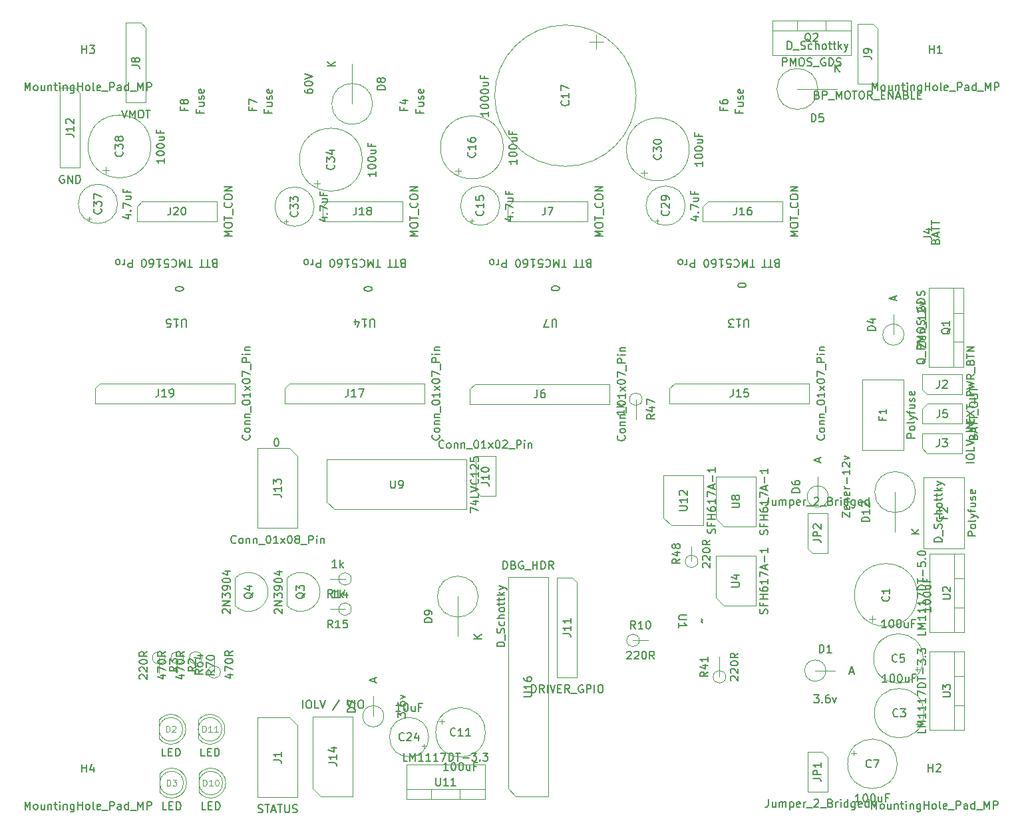
<source format=gbr>
%TF.GenerationSoftware,KiCad,Pcbnew,9.0.2*%
%TF.CreationDate,2025-08-05T21:19:51-07:00*%
%TF.ProjectId,telepresence-bot,74656c65-7072-4657-9365-6e63652d626f,rev?*%
%TF.SameCoordinates,Original*%
%TF.FileFunction,AssemblyDrawing,Top*%
%FSLAX46Y46*%
G04 Gerber Fmt 4.6, Leading zero omitted, Abs format (unit mm)*
G04 Created by KiCad (PCBNEW 9.0.2) date 2025-08-05 21:19:51*
%MOMM*%
%LPD*%
G01*
G04 APERTURE LIST*
%ADD10C,0.150000*%
%ADD11C,0.120000*%
%ADD12C,0.100000*%
G04 APERTURE END LIST*
D10*
X69813152Y-37539873D02*
X70479819Y-37539873D01*
X69432200Y-37777968D02*
X70146485Y-38016063D01*
X70146485Y-38016063D02*
X70146485Y-37397016D01*
X70384580Y-37016063D02*
X70432200Y-36968444D01*
X70432200Y-36968444D02*
X70479819Y-37016063D01*
X70479819Y-37016063D02*
X70432200Y-37063682D01*
X70432200Y-37063682D02*
X70384580Y-37016063D01*
X70384580Y-37016063D02*
X70479819Y-37016063D01*
X69479819Y-36635111D02*
X69479819Y-35968445D01*
X69479819Y-35968445D02*
X70479819Y-36397016D01*
X69813152Y-35158921D02*
X70479819Y-35158921D01*
X69813152Y-35587492D02*
X70336961Y-35587492D01*
X70336961Y-35587492D02*
X70432200Y-35539873D01*
X70432200Y-35539873D02*
X70479819Y-35444635D01*
X70479819Y-35444635D02*
X70479819Y-35301778D01*
X70479819Y-35301778D02*
X70432200Y-35206540D01*
X70432200Y-35206540D02*
X70384580Y-35158921D01*
X69956009Y-34349397D02*
X69956009Y-34682730D01*
X70479819Y-34682730D02*
X69479819Y-34682730D01*
X69479819Y-34682730D02*
X69479819Y-34206540D01*
X66634580Y-36777969D02*
X66682200Y-36825588D01*
X66682200Y-36825588D02*
X66729819Y-36968445D01*
X66729819Y-36968445D02*
X66729819Y-37063683D01*
X66729819Y-37063683D02*
X66682200Y-37206540D01*
X66682200Y-37206540D02*
X66586961Y-37301778D01*
X66586961Y-37301778D02*
X66491723Y-37349397D01*
X66491723Y-37349397D02*
X66301247Y-37397016D01*
X66301247Y-37397016D02*
X66158390Y-37397016D01*
X66158390Y-37397016D02*
X65967914Y-37349397D01*
X65967914Y-37349397D02*
X65872676Y-37301778D01*
X65872676Y-37301778D02*
X65777438Y-37206540D01*
X65777438Y-37206540D02*
X65729819Y-37063683D01*
X65729819Y-37063683D02*
X65729819Y-36968445D01*
X65729819Y-36968445D02*
X65777438Y-36825588D01*
X65777438Y-36825588D02*
X65825057Y-36777969D01*
X66729819Y-35825588D02*
X66729819Y-36397016D01*
X66729819Y-36111302D02*
X65729819Y-36111302D01*
X65729819Y-36111302D02*
X65872676Y-36206540D01*
X65872676Y-36206540D02*
X65967914Y-36301778D01*
X65967914Y-36301778D02*
X66015533Y-36397016D01*
X65729819Y-34920826D02*
X65729819Y-35397016D01*
X65729819Y-35397016D02*
X66206009Y-35444635D01*
X66206009Y-35444635D02*
X66158390Y-35397016D01*
X66158390Y-35397016D02*
X66110771Y-35301778D01*
X66110771Y-35301778D02*
X66110771Y-35063683D01*
X66110771Y-35063683D02*
X66158390Y-34968445D01*
X66158390Y-34968445D02*
X66206009Y-34920826D01*
X66206009Y-34920826D02*
X66301247Y-34873207D01*
X66301247Y-34873207D02*
X66539342Y-34873207D01*
X66539342Y-34873207D02*
X66634580Y-34920826D01*
X66634580Y-34920826D02*
X66682200Y-34968445D01*
X66682200Y-34968445D02*
X66729819Y-35063683D01*
X66729819Y-35063683D02*
X66729819Y-35301778D01*
X66729819Y-35301778D02*
X66682200Y-35397016D01*
X66682200Y-35397016D02*
X66634580Y-35444635D01*
X84936705Y-92975557D02*
X84984324Y-92927938D01*
X84984324Y-92927938D02*
X85079562Y-92880319D01*
X85079562Y-92880319D02*
X85317657Y-92880319D01*
X85317657Y-92880319D02*
X85412895Y-92927938D01*
X85412895Y-92927938D02*
X85460514Y-92975557D01*
X85460514Y-92975557D02*
X85508133Y-93070795D01*
X85508133Y-93070795D02*
X85508133Y-93166033D01*
X85508133Y-93166033D02*
X85460514Y-93308890D01*
X85460514Y-93308890D02*
X84889086Y-93880319D01*
X84889086Y-93880319D02*
X85508133Y-93880319D01*
X85889086Y-92975557D02*
X85936705Y-92927938D01*
X85936705Y-92927938D02*
X86031943Y-92880319D01*
X86031943Y-92880319D02*
X86270038Y-92880319D01*
X86270038Y-92880319D02*
X86365276Y-92927938D01*
X86365276Y-92927938D02*
X86412895Y-92975557D01*
X86412895Y-92975557D02*
X86460514Y-93070795D01*
X86460514Y-93070795D02*
X86460514Y-93166033D01*
X86460514Y-93166033D02*
X86412895Y-93308890D01*
X86412895Y-93308890D02*
X85841467Y-93880319D01*
X85841467Y-93880319D02*
X86460514Y-93880319D01*
X87079562Y-92880319D02*
X87174800Y-92880319D01*
X87174800Y-92880319D02*
X87270038Y-92927938D01*
X87270038Y-92927938D02*
X87317657Y-92975557D01*
X87317657Y-92975557D02*
X87365276Y-93070795D01*
X87365276Y-93070795D02*
X87412895Y-93261271D01*
X87412895Y-93261271D02*
X87412895Y-93499366D01*
X87412895Y-93499366D02*
X87365276Y-93689842D01*
X87365276Y-93689842D02*
X87317657Y-93785080D01*
X87317657Y-93785080D02*
X87270038Y-93832700D01*
X87270038Y-93832700D02*
X87174800Y-93880319D01*
X87174800Y-93880319D02*
X87079562Y-93880319D01*
X87079562Y-93880319D02*
X86984324Y-93832700D01*
X86984324Y-93832700D02*
X86936705Y-93785080D01*
X86936705Y-93785080D02*
X86889086Y-93689842D01*
X86889086Y-93689842D02*
X86841467Y-93499366D01*
X86841467Y-93499366D02*
X86841467Y-93261271D01*
X86841467Y-93261271D02*
X86889086Y-93070795D01*
X86889086Y-93070795D02*
X86936705Y-92975557D01*
X86936705Y-92975557D02*
X86984324Y-92927938D01*
X86984324Y-92927938D02*
X87079562Y-92880319D01*
X88412895Y-93880319D02*
X88079562Y-93404128D01*
X87841467Y-93880319D02*
X87841467Y-92880319D01*
X87841467Y-92880319D02*
X88222419Y-92880319D01*
X88222419Y-92880319D02*
X88317657Y-92927938D01*
X88317657Y-92927938D02*
X88365276Y-92975557D01*
X88365276Y-92975557D02*
X88412895Y-93070795D01*
X88412895Y-93070795D02*
X88412895Y-93213652D01*
X88412895Y-93213652D02*
X88365276Y-93308890D01*
X88365276Y-93308890D02*
X88317657Y-93356509D01*
X88317657Y-93356509D02*
X88222419Y-93404128D01*
X88222419Y-93404128D02*
X87841467Y-93404128D01*
X86031942Y-90040319D02*
X85698609Y-89564128D01*
X85460514Y-90040319D02*
X85460514Y-89040319D01*
X85460514Y-89040319D02*
X85841466Y-89040319D01*
X85841466Y-89040319D02*
X85936704Y-89087938D01*
X85936704Y-89087938D02*
X85984323Y-89135557D01*
X85984323Y-89135557D02*
X86031942Y-89230795D01*
X86031942Y-89230795D02*
X86031942Y-89373652D01*
X86031942Y-89373652D02*
X85984323Y-89468890D01*
X85984323Y-89468890D02*
X85936704Y-89516509D01*
X85936704Y-89516509D02*
X85841466Y-89564128D01*
X85841466Y-89564128D02*
X85460514Y-89564128D01*
X86984323Y-90040319D02*
X86412895Y-90040319D01*
X86698609Y-90040319D02*
X86698609Y-89040319D01*
X86698609Y-89040319D02*
X86603371Y-89183176D01*
X86603371Y-89183176D02*
X86508133Y-89278414D01*
X86508133Y-89278414D02*
X86412895Y-89326033D01*
X87603371Y-89040319D02*
X87698609Y-89040319D01*
X87698609Y-89040319D02*
X87793847Y-89087938D01*
X87793847Y-89087938D02*
X87841466Y-89135557D01*
X87841466Y-89135557D02*
X87889085Y-89230795D01*
X87889085Y-89230795D02*
X87936704Y-89421271D01*
X87936704Y-89421271D02*
X87936704Y-89659366D01*
X87936704Y-89659366D02*
X87889085Y-89849842D01*
X87889085Y-89849842D02*
X87841466Y-89945080D01*
X87841466Y-89945080D02*
X87793847Y-89992700D01*
X87793847Y-89992700D02*
X87698609Y-90040319D01*
X87698609Y-90040319D02*
X87603371Y-90040319D01*
X87603371Y-90040319D02*
X87508133Y-89992700D01*
X87508133Y-89992700D02*
X87460514Y-89945080D01*
X87460514Y-89945080D02*
X87412895Y-89849842D01*
X87412895Y-89849842D02*
X87365276Y-89659366D01*
X87365276Y-89659366D02*
X87365276Y-89421271D01*
X87365276Y-89421271D02*
X87412895Y-89230795D01*
X87412895Y-89230795D02*
X87460514Y-89135557D01*
X87460514Y-89135557D02*
X87508133Y-89087938D01*
X87508133Y-89087938D02*
X87603371Y-89040319D01*
X27507819Y-46768618D02*
X27507819Y-46673380D01*
X27507819Y-46673380D02*
X27555438Y-46578142D01*
X27555438Y-46578142D02*
X27603057Y-46530523D01*
X27603057Y-46530523D02*
X27698295Y-46482904D01*
X27698295Y-46482904D02*
X27888771Y-46435285D01*
X27888771Y-46435285D02*
X28126866Y-46435285D01*
X28126866Y-46435285D02*
X28317342Y-46482904D01*
X28317342Y-46482904D02*
X28412580Y-46530523D01*
X28412580Y-46530523D02*
X28460200Y-46578142D01*
X28460200Y-46578142D02*
X28507819Y-46673380D01*
X28507819Y-46673380D02*
X28507819Y-46768618D01*
X28507819Y-46768618D02*
X28460200Y-46863856D01*
X28460200Y-46863856D02*
X28412580Y-46911475D01*
X28412580Y-46911475D02*
X28317342Y-46959094D01*
X28317342Y-46959094D02*
X28126866Y-47006713D01*
X28126866Y-47006713D02*
X27888771Y-47006713D01*
X27888771Y-47006713D02*
X27698295Y-46959094D01*
X27698295Y-46959094D02*
X27603057Y-46911475D01*
X27603057Y-46911475D02*
X27555438Y-46863856D01*
X27555438Y-46863856D02*
X27507819Y-46768618D01*
X57013657Y-106856819D02*
X56537467Y-106856819D01*
X56537467Y-106856819D02*
X56537467Y-105856819D01*
X57346991Y-106856819D02*
X57346991Y-105856819D01*
X57346991Y-105856819D02*
X57680324Y-106571104D01*
X57680324Y-106571104D02*
X58013657Y-105856819D01*
X58013657Y-105856819D02*
X58013657Y-106856819D01*
X59013657Y-106856819D02*
X58442229Y-106856819D01*
X58727943Y-106856819D02*
X58727943Y-105856819D01*
X58727943Y-105856819D02*
X58632705Y-105999676D01*
X58632705Y-105999676D02*
X58537467Y-106094914D01*
X58537467Y-106094914D02*
X58442229Y-106142533D01*
X59966038Y-106856819D02*
X59394610Y-106856819D01*
X59680324Y-106856819D02*
X59680324Y-105856819D01*
X59680324Y-105856819D02*
X59585086Y-105999676D01*
X59585086Y-105999676D02*
X59489848Y-106094914D01*
X59489848Y-106094914D02*
X59394610Y-106142533D01*
X60918419Y-106856819D02*
X60346991Y-106856819D01*
X60632705Y-106856819D02*
X60632705Y-105856819D01*
X60632705Y-105856819D02*
X60537467Y-105999676D01*
X60537467Y-105999676D02*
X60442229Y-106094914D01*
X60442229Y-106094914D02*
X60346991Y-106142533D01*
X61251753Y-105856819D02*
X61918419Y-105856819D01*
X61918419Y-105856819D02*
X61489848Y-106856819D01*
X62299372Y-106856819D02*
X62299372Y-105856819D01*
X62299372Y-105856819D02*
X62537467Y-105856819D01*
X62537467Y-105856819D02*
X62680324Y-105904438D01*
X62680324Y-105904438D02*
X62775562Y-105999676D01*
X62775562Y-105999676D02*
X62823181Y-106094914D01*
X62823181Y-106094914D02*
X62870800Y-106285390D01*
X62870800Y-106285390D02*
X62870800Y-106428247D01*
X62870800Y-106428247D02*
X62823181Y-106618723D01*
X62823181Y-106618723D02*
X62775562Y-106713961D01*
X62775562Y-106713961D02*
X62680324Y-106809200D01*
X62680324Y-106809200D02*
X62537467Y-106856819D01*
X62537467Y-106856819D02*
X62299372Y-106856819D01*
X63156515Y-105856819D02*
X63727943Y-105856819D01*
X63442229Y-106856819D02*
X63442229Y-105856819D01*
X64061277Y-106475866D02*
X64823182Y-106475866D01*
X65204134Y-105856819D02*
X65823181Y-105856819D01*
X65823181Y-105856819D02*
X65489848Y-106237771D01*
X65489848Y-106237771D02*
X65632705Y-106237771D01*
X65632705Y-106237771D02*
X65727943Y-106285390D01*
X65727943Y-106285390D02*
X65775562Y-106333009D01*
X65775562Y-106333009D02*
X65823181Y-106428247D01*
X65823181Y-106428247D02*
X65823181Y-106666342D01*
X65823181Y-106666342D02*
X65775562Y-106761580D01*
X65775562Y-106761580D02*
X65727943Y-106809200D01*
X65727943Y-106809200D02*
X65632705Y-106856819D01*
X65632705Y-106856819D02*
X65346991Y-106856819D01*
X65346991Y-106856819D02*
X65251753Y-106809200D01*
X65251753Y-106809200D02*
X65204134Y-106761580D01*
X66251753Y-106761580D02*
X66299372Y-106809200D01*
X66299372Y-106809200D02*
X66251753Y-106856819D01*
X66251753Y-106856819D02*
X66204134Y-106809200D01*
X66204134Y-106809200D02*
X66251753Y-106761580D01*
X66251753Y-106761580D02*
X66251753Y-106856819D01*
X66632705Y-105856819D02*
X67251752Y-105856819D01*
X67251752Y-105856819D02*
X66918419Y-106237771D01*
X66918419Y-106237771D02*
X67061276Y-106237771D01*
X67061276Y-106237771D02*
X67156514Y-106285390D01*
X67156514Y-106285390D02*
X67204133Y-106333009D01*
X67204133Y-106333009D02*
X67251752Y-106428247D01*
X67251752Y-106428247D02*
X67251752Y-106666342D01*
X67251752Y-106666342D02*
X67204133Y-106761580D01*
X67204133Y-106761580D02*
X67156514Y-106809200D01*
X67156514Y-106809200D02*
X67061276Y-106856819D01*
X67061276Y-106856819D02*
X66775562Y-106856819D01*
X66775562Y-106856819D02*
X66680324Y-106809200D01*
X66680324Y-106809200D02*
X66632705Y-106761580D01*
X60632705Y-109006819D02*
X60632705Y-109816342D01*
X60632705Y-109816342D02*
X60680324Y-109911580D01*
X60680324Y-109911580D02*
X60727943Y-109959200D01*
X60727943Y-109959200D02*
X60823181Y-110006819D01*
X60823181Y-110006819D02*
X61013657Y-110006819D01*
X61013657Y-110006819D02*
X61108895Y-109959200D01*
X61108895Y-109959200D02*
X61156514Y-109911580D01*
X61156514Y-109911580D02*
X61204133Y-109816342D01*
X61204133Y-109816342D02*
X61204133Y-109006819D01*
X62204133Y-110006819D02*
X61632705Y-110006819D01*
X61918419Y-110006819D02*
X61918419Y-109006819D01*
X61918419Y-109006819D02*
X61823181Y-109149676D01*
X61823181Y-109149676D02*
X61727943Y-109244914D01*
X61727943Y-109244914D02*
X61632705Y-109292533D01*
X63156514Y-110006819D02*
X62585086Y-110006819D01*
X62870800Y-110006819D02*
X62870800Y-109006819D01*
X62870800Y-109006819D02*
X62775562Y-109149676D01*
X62775562Y-109149676D02*
X62680324Y-109244914D01*
X62680324Y-109244914D02*
X62585086Y-109292533D01*
X61022580Y-65336524D02*
X61070200Y-65384143D01*
X61070200Y-65384143D02*
X61117819Y-65527000D01*
X61117819Y-65527000D02*
X61117819Y-65622238D01*
X61117819Y-65622238D02*
X61070200Y-65765095D01*
X61070200Y-65765095D02*
X60974961Y-65860333D01*
X60974961Y-65860333D02*
X60879723Y-65907952D01*
X60879723Y-65907952D02*
X60689247Y-65955571D01*
X60689247Y-65955571D02*
X60546390Y-65955571D01*
X60546390Y-65955571D02*
X60355914Y-65907952D01*
X60355914Y-65907952D02*
X60260676Y-65860333D01*
X60260676Y-65860333D02*
X60165438Y-65765095D01*
X60165438Y-65765095D02*
X60117819Y-65622238D01*
X60117819Y-65622238D02*
X60117819Y-65527000D01*
X60117819Y-65527000D02*
X60165438Y-65384143D01*
X60165438Y-65384143D02*
X60213057Y-65336524D01*
X61117819Y-64765095D02*
X61070200Y-64860333D01*
X61070200Y-64860333D02*
X61022580Y-64907952D01*
X61022580Y-64907952D02*
X60927342Y-64955571D01*
X60927342Y-64955571D02*
X60641628Y-64955571D01*
X60641628Y-64955571D02*
X60546390Y-64907952D01*
X60546390Y-64907952D02*
X60498771Y-64860333D01*
X60498771Y-64860333D02*
X60451152Y-64765095D01*
X60451152Y-64765095D02*
X60451152Y-64622238D01*
X60451152Y-64622238D02*
X60498771Y-64527000D01*
X60498771Y-64527000D02*
X60546390Y-64479381D01*
X60546390Y-64479381D02*
X60641628Y-64431762D01*
X60641628Y-64431762D02*
X60927342Y-64431762D01*
X60927342Y-64431762D02*
X61022580Y-64479381D01*
X61022580Y-64479381D02*
X61070200Y-64527000D01*
X61070200Y-64527000D02*
X61117819Y-64622238D01*
X61117819Y-64622238D02*
X61117819Y-64765095D01*
X60451152Y-64003190D02*
X61117819Y-64003190D01*
X60546390Y-64003190D02*
X60498771Y-63955571D01*
X60498771Y-63955571D02*
X60451152Y-63860333D01*
X60451152Y-63860333D02*
X60451152Y-63717476D01*
X60451152Y-63717476D02*
X60498771Y-63622238D01*
X60498771Y-63622238D02*
X60594009Y-63574619D01*
X60594009Y-63574619D02*
X61117819Y-63574619D01*
X60451152Y-63098428D02*
X61117819Y-63098428D01*
X60546390Y-63098428D02*
X60498771Y-63050809D01*
X60498771Y-63050809D02*
X60451152Y-62955571D01*
X60451152Y-62955571D02*
X60451152Y-62812714D01*
X60451152Y-62812714D02*
X60498771Y-62717476D01*
X60498771Y-62717476D02*
X60594009Y-62669857D01*
X60594009Y-62669857D02*
X61117819Y-62669857D01*
X61213057Y-62431762D02*
X61213057Y-61669857D01*
X60117819Y-61241285D02*
X60117819Y-61146047D01*
X60117819Y-61146047D02*
X60165438Y-61050809D01*
X60165438Y-61050809D02*
X60213057Y-61003190D01*
X60213057Y-61003190D02*
X60308295Y-60955571D01*
X60308295Y-60955571D02*
X60498771Y-60907952D01*
X60498771Y-60907952D02*
X60736866Y-60907952D01*
X60736866Y-60907952D02*
X60927342Y-60955571D01*
X60927342Y-60955571D02*
X61022580Y-61003190D01*
X61022580Y-61003190D02*
X61070200Y-61050809D01*
X61070200Y-61050809D02*
X61117819Y-61146047D01*
X61117819Y-61146047D02*
X61117819Y-61241285D01*
X61117819Y-61241285D02*
X61070200Y-61336523D01*
X61070200Y-61336523D02*
X61022580Y-61384142D01*
X61022580Y-61384142D02*
X60927342Y-61431761D01*
X60927342Y-61431761D02*
X60736866Y-61479380D01*
X60736866Y-61479380D02*
X60498771Y-61479380D01*
X60498771Y-61479380D02*
X60308295Y-61431761D01*
X60308295Y-61431761D02*
X60213057Y-61384142D01*
X60213057Y-61384142D02*
X60165438Y-61336523D01*
X60165438Y-61336523D02*
X60117819Y-61241285D01*
X61117819Y-59955571D02*
X61117819Y-60526999D01*
X61117819Y-60241285D02*
X60117819Y-60241285D01*
X60117819Y-60241285D02*
X60260676Y-60336523D01*
X60260676Y-60336523D02*
X60355914Y-60431761D01*
X60355914Y-60431761D02*
X60403533Y-60526999D01*
X61117819Y-59622237D02*
X60451152Y-59098428D01*
X60451152Y-59622237D02*
X61117819Y-59098428D01*
X60117819Y-58526999D02*
X60117819Y-58431761D01*
X60117819Y-58431761D02*
X60165438Y-58336523D01*
X60165438Y-58336523D02*
X60213057Y-58288904D01*
X60213057Y-58288904D02*
X60308295Y-58241285D01*
X60308295Y-58241285D02*
X60498771Y-58193666D01*
X60498771Y-58193666D02*
X60736866Y-58193666D01*
X60736866Y-58193666D02*
X60927342Y-58241285D01*
X60927342Y-58241285D02*
X61022580Y-58288904D01*
X61022580Y-58288904D02*
X61070200Y-58336523D01*
X61070200Y-58336523D02*
X61117819Y-58431761D01*
X61117819Y-58431761D02*
X61117819Y-58526999D01*
X61117819Y-58526999D02*
X61070200Y-58622237D01*
X61070200Y-58622237D02*
X61022580Y-58669856D01*
X61022580Y-58669856D02*
X60927342Y-58717475D01*
X60927342Y-58717475D02*
X60736866Y-58765094D01*
X60736866Y-58765094D02*
X60498771Y-58765094D01*
X60498771Y-58765094D02*
X60308295Y-58717475D01*
X60308295Y-58717475D02*
X60213057Y-58669856D01*
X60213057Y-58669856D02*
X60165438Y-58622237D01*
X60165438Y-58622237D02*
X60117819Y-58526999D01*
X60117819Y-57860332D02*
X60117819Y-57193666D01*
X60117819Y-57193666D02*
X61117819Y-57622237D01*
X61213057Y-57050809D02*
X61213057Y-56288904D01*
X61117819Y-56050808D02*
X60117819Y-56050808D01*
X60117819Y-56050808D02*
X60117819Y-55669856D01*
X60117819Y-55669856D02*
X60165438Y-55574618D01*
X60165438Y-55574618D02*
X60213057Y-55526999D01*
X60213057Y-55526999D02*
X60308295Y-55479380D01*
X60308295Y-55479380D02*
X60451152Y-55479380D01*
X60451152Y-55479380D02*
X60546390Y-55526999D01*
X60546390Y-55526999D02*
X60594009Y-55574618D01*
X60594009Y-55574618D02*
X60641628Y-55669856D01*
X60641628Y-55669856D02*
X60641628Y-56050808D01*
X61117819Y-55050808D02*
X60451152Y-55050808D01*
X60117819Y-55050808D02*
X60165438Y-55098427D01*
X60165438Y-55098427D02*
X60213057Y-55050808D01*
X60213057Y-55050808D02*
X60165438Y-55003189D01*
X60165438Y-55003189D02*
X60117819Y-55050808D01*
X60117819Y-55050808D02*
X60213057Y-55050808D01*
X60451152Y-54574618D02*
X61117819Y-54574618D01*
X60546390Y-54574618D02*
X60498771Y-54526999D01*
X60498771Y-54526999D02*
X60451152Y-54431761D01*
X60451152Y-54431761D02*
X60451152Y-54288904D01*
X60451152Y-54288904D02*
X60498771Y-54193666D01*
X60498771Y-54193666D02*
X60594009Y-54146047D01*
X60594009Y-54146047D02*
X61117819Y-54146047D01*
X49463476Y-59481819D02*
X49463476Y-60196104D01*
X49463476Y-60196104D02*
X49415857Y-60338961D01*
X49415857Y-60338961D02*
X49320619Y-60434200D01*
X49320619Y-60434200D02*
X49177762Y-60481819D01*
X49177762Y-60481819D02*
X49082524Y-60481819D01*
X50463476Y-60481819D02*
X49892048Y-60481819D01*
X50177762Y-60481819D02*
X50177762Y-59481819D01*
X50177762Y-59481819D02*
X50082524Y-59624676D01*
X50082524Y-59624676D02*
X49987286Y-59719914D01*
X49987286Y-59719914D02*
X49892048Y-59767533D01*
X50796810Y-59481819D02*
X51463476Y-59481819D01*
X51463476Y-59481819D02*
X51034905Y-60481819D01*
X105366475Y-16233819D02*
X105366475Y-15233819D01*
X105366475Y-15233819D02*
X105604570Y-15233819D01*
X105604570Y-15233819D02*
X105747427Y-15281438D01*
X105747427Y-15281438D02*
X105842665Y-15376676D01*
X105842665Y-15376676D02*
X105890284Y-15471914D01*
X105890284Y-15471914D02*
X105937903Y-15662390D01*
X105937903Y-15662390D02*
X105937903Y-15805247D01*
X105937903Y-15805247D02*
X105890284Y-15995723D01*
X105890284Y-15995723D02*
X105842665Y-16090961D01*
X105842665Y-16090961D02*
X105747427Y-16186200D01*
X105747427Y-16186200D02*
X105604570Y-16233819D01*
X105604570Y-16233819D02*
X105366475Y-16233819D01*
X106128380Y-16329057D02*
X106890284Y-16329057D01*
X107080761Y-16186200D02*
X107223618Y-16233819D01*
X107223618Y-16233819D02*
X107461713Y-16233819D01*
X107461713Y-16233819D02*
X107556951Y-16186200D01*
X107556951Y-16186200D02*
X107604570Y-16138580D01*
X107604570Y-16138580D02*
X107652189Y-16043342D01*
X107652189Y-16043342D02*
X107652189Y-15948104D01*
X107652189Y-15948104D02*
X107604570Y-15852866D01*
X107604570Y-15852866D02*
X107556951Y-15805247D01*
X107556951Y-15805247D02*
X107461713Y-15757628D01*
X107461713Y-15757628D02*
X107271237Y-15710009D01*
X107271237Y-15710009D02*
X107175999Y-15662390D01*
X107175999Y-15662390D02*
X107128380Y-15614771D01*
X107128380Y-15614771D02*
X107080761Y-15519533D01*
X107080761Y-15519533D02*
X107080761Y-15424295D01*
X107080761Y-15424295D02*
X107128380Y-15329057D01*
X107128380Y-15329057D02*
X107175999Y-15281438D01*
X107175999Y-15281438D02*
X107271237Y-15233819D01*
X107271237Y-15233819D02*
X107509332Y-15233819D01*
X107509332Y-15233819D02*
X107652189Y-15281438D01*
X108509332Y-16186200D02*
X108414094Y-16233819D01*
X108414094Y-16233819D02*
X108223618Y-16233819D01*
X108223618Y-16233819D02*
X108128380Y-16186200D01*
X108128380Y-16186200D02*
X108080761Y-16138580D01*
X108080761Y-16138580D02*
X108033142Y-16043342D01*
X108033142Y-16043342D02*
X108033142Y-15757628D01*
X108033142Y-15757628D02*
X108080761Y-15662390D01*
X108080761Y-15662390D02*
X108128380Y-15614771D01*
X108128380Y-15614771D02*
X108223618Y-15567152D01*
X108223618Y-15567152D02*
X108414094Y-15567152D01*
X108414094Y-15567152D02*
X108509332Y-15614771D01*
X108937904Y-16233819D02*
X108937904Y-15233819D01*
X109366475Y-16233819D02*
X109366475Y-15710009D01*
X109366475Y-15710009D02*
X109318856Y-15614771D01*
X109318856Y-15614771D02*
X109223618Y-15567152D01*
X109223618Y-15567152D02*
X109080761Y-15567152D01*
X109080761Y-15567152D02*
X108985523Y-15614771D01*
X108985523Y-15614771D02*
X108937904Y-15662390D01*
X109985523Y-16233819D02*
X109890285Y-16186200D01*
X109890285Y-16186200D02*
X109842666Y-16138580D01*
X109842666Y-16138580D02*
X109795047Y-16043342D01*
X109795047Y-16043342D02*
X109795047Y-15757628D01*
X109795047Y-15757628D02*
X109842666Y-15662390D01*
X109842666Y-15662390D02*
X109890285Y-15614771D01*
X109890285Y-15614771D02*
X109985523Y-15567152D01*
X109985523Y-15567152D02*
X110128380Y-15567152D01*
X110128380Y-15567152D02*
X110223618Y-15614771D01*
X110223618Y-15614771D02*
X110271237Y-15662390D01*
X110271237Y-15662390D02*
X110318856Y-15757628D01*
X110318856Y-15757628D02*
X110318856Y-16043342D01*
X110318856Y-16043342D02*
X110271237Y-16138580D01*
X110271237Y-16138580D02*
X110223618Y-16186200D01*
X110223618Y-16186200D02*
X110128380Y-16233819D01*
X110128380Y-16233819D02*
X109985523Y-16233819D01*
X110604571Y-15567152D02*
X110985523Y-15567152D01*
X110747428Y-15233819D02*
X110747428Y-16090961D01*
X110747428Y-16090961D02*
X110795047Y-16186200D01*
X110795047Y-16186200D02*
X110890285Y-16233819D01*
X110890285Y-16233819D02*
X110985523Y-16233819D01*
X111176000Y-15567152D02*
X111556952Y-15567152D01*
X111318857Y-15233819D02*
X111318857Y-16090961D01*
X111318857Y-16090961D02*
X111366476Y-16186200D01*
X111366476Y-16186200D02*
X111461714Y-16233819D01*
X111461714Y-16233819D02*
X111556952Y-16233819D01*
X111890286Y-16233819D02*
X111890286Y-15233819D01*
X111985524Y-15852866D02*
X112271238Y-16233819D01*
X112271238Y-15567152D02*
X111890286Y-15948104D01*
X112604572Y-15567152D02*
X112842667Y-16233819D01*
X113080762Y-15567152D02*
X112842667Y-16233819D01*
X112842667Y-16233819D02*
X112747429Y-16471914D01*
X112747429Y-16471914D02*
X112699810Y-16519533D01*
X112699810Y-16519533D02*
X112604572Y-16567152D01*
X108437905Y-25451819D02*
X108437905Y-24451819D01*
X108437905Y-24451819D02*
X108676000Y-24451819D01*
X108676000Y-24451819D02*
X108818857Y-24499438D01*
X108818857Y-24499438D02*
X108914095Y-24594676D01*
X108914095Y-24594676D02*
X108961714Y-24689914D01*
X108961714Y-24689914D02*
X109009333Y-24880390D01*
X109009333Y-24880390D02*
X109009333Y-25023247D01*
X109009333Y-25023247D02*
X108961714Y-25213723D01*
X108961714Y-25213723D02*
X108914095Y-25308961D01*
X108914095Y-25308961D02*
X108818857Y-25404200D01*
X108818857Y-25404200D02*
X108676000Y-25451819D01*
X108676000Y-25451819D02*
X108437905Y-25451819D01*
X109914095Y-24451819D02*
X109437905Y-24451819D01*
X109437905Y-24451819D02*
X109390286Y-24928009D01*
X109390286Y-24928009D02*
X109437905Y-24880390D01*
X109437905Y-24880390D02*
X109533143Y-24832771D01*
X109533143Y-24832771D02*
X109771238Y-24832771D01*
X109771238Y-24832771D02*
X109866476Y-24880390D01*
X109866476Y-24880390D02*
X109914095Y-24928009D01*
X109914095Y-24928009D02*
X109961714Y-25023247D01*
X109961714Y-25023247D02*
X109961714Y-25261342D01*
X109961714Y-25261342D02*
X109914095Y-25356580D01*
X109914095Y-25356580D02*
X109866476Y-25404200D01*
X109866476Y-25404200D02*
X109771238Y-25451819D01*
X109771238Y-25451819D02*
X109533143Y-25451819D01*
X109533143Y-25451819D02*
X109437905Y-25404200D01*
X109437905Y-25404200D02*
X109390286Y-25356580D01*
X111454095Y-19131819D02*
X111454095Y-18131819D01*
X112025523Y-19131819D02*
X111596952Y-18560390D01*
X112025523Y-18131819D02*
X111454095Y-18703247D01*
X124207009Y-40696047D02*
X124254628Y-40553190D01*
X124254628Y-40553190D02*
X124302247Y-40505571D01*
X124302247Y-40505571D02*
X124397485Y-40457952D01*
X124397485Y-40457952D02*
X124540342Y-40457952D01*
X124540342Y-40457952D02*
X124635580Y-40505571D01*
X124635580Y-40505571D02*
X124683200Y-40553190D01*
X124683200Y-40553190D02*
X124730819Y-40648428D01*
X124730819Y-40648428D02*
X124730819Y-41029380D01*
X124730819Y-41029380D02*
X123730819Y-41029380D01*
X123730819Y-41029380D02*
X123730819Y-40696047D01*
X123730819Y-40696047D02*
X123778438Y-40600809D01*
X123778438Y-40600809D02*
X123826057Y-40553190D01*
X123826057Y-40553190D02*
X123921295Y-40505571D01*
X123921295Y-40505571D02*
X124016533Y-40505571D01*
X124016533Y-40505571D02*
X124111771Y-40553190D01*
X124111771Y-40553190D02*
X124159390Y-40600809D01*
X124159390Y-40600809D02*
X124207009Y-40696047D01*
X124207009Y-40696047D02*
X124207009Y-41029380D01*
X124445104Y-40076999D02*
X124445104Y-39600809D01*
X124730819Y-40172237D02*
X123730819Y-39838904D01*
X123730819Y-39838904D02*
X124730819Y-39505571D01*
X123730819Y-39315094D02*
X123730819Y-38743666D01*
X124730819Y-39029380D02*
X123730819Y-39029380D01*
X123730819Y-38553189D02*
X123730819Y-37981761D01*
X124730819Y-38267475D02*
X123730819Y-38267475D01*
X122700819Y-40070333D02*
X123415104Y-40070333D01*
X123415104Y-40070333D02*
X123557961Y-40117952D01*
X123557961Y-40117952D02*
X123653200Y-40213190D01*
X123653200Y-40213190D02*
X123700819Y-40356047D01*
X123700819Y-40356047D02*
X123700819Y-40451285D01*
X123034152Y-39165571D02*
X123700819Y-39165571D01*
X122653200Y-39403666D02*
X123367485Y-39641761D01*
X123367485Y-39641761D02*
X123367485Y-39022714D01*
X72823391Y-98155019D02*
X72823391Y-97155019D01*
X72823391Y-97155019D02*
X73061486Y-97155019D01*
X73061486Y-97155019D02*
X73204343Y-97202638D01*
X73204343Y-97202638D02*
X73299581Y-97297876D01*
X73299581Y-97297876D02*
X73347200Y-97393114D01*
X73347200Y-97393114D02*
X73394819Y-97583590D01*
X73394819Y-97583590D02*
X73394819Y-97726447D01*
X73394819Y-97726447D02*
X73347200Y-97916923D01*
X73347200Y-97916923D02*
X73299581Y-98012161D01*
X73299581Y-98012161D02*
X73204343Y-98107400D01*
X73204343Y-98107400D02*
X73061486Y-98155019D01*
X73061486Y-98155019D02*
X72823391Y-98155019D01*
X74394819Y-98155019D02*
X74061486Y-97678828D01*
X73823391Y-98155019D02*
X73823391Y-97155019D01*
X73823391Y-97155019D02*
X74204343Y-97155019D01*
X74204343Y-97155019D02*
X74299581Y-97202638D01*
X74299581Y-97202638D02*
X74347200Y-97250257D01*
X74347200Y-97250257D02*
X74394819Y-97345495D01*
X74394819Y-97345495D02*
X74394819Y-97488352D01*
X74394819Y-97488352D02*
X74347200Y-97583590D01*
X74347200Y-97583590D02*
X74299581Y-97631209D01*
X74299581Y-97631209D02*
X74204343Y-97678828D01*
X74204343Y-97678828D02*
X73823391Y-97678828D01*
X74823391Y-98155019D02*
X74823391Y-97155019D01*
X75156724Y-97155019D02*
X75490057Y-98155019D01*
X75490057Y-98155019D02*
X75823390Y-97155019D01*
X76156724Y-97631209D02*
X76490057Y-97631209D01*
X76632914Y-98155019D02*
X76156724Y-98155019D01*
X76156724Y-98155019D02*
X76156724Y-97155019D01*
X76156724Y-97155019D02*
X76632914Y-97155019D01*
X77632914Y-98155019D02*
X77299581Y-97678828D01*
X77061486Y-98155019D02*
X77061486Y-97155019D01*
X77061486Y-97155019D02*
X77442438Y-97155019D01*
X77442438Y-97155019D02*
X77537676Y-97202638D01*
X77537676Y-97202638D02*
X77585295Y-97250257D01*
X77585295Y-97250257D02*
X77632914Y-97345495D01*
X77632914Y-97345495D02*
X77632914Y-97488352D01*
X77632914Y-97488352D02*
X77585295Y-97583590D01*
X77585295Y-97583590D02*
X77537676Y-97631209D01*
X77537676Y-97631209D02*
X77442438Y-97678828D01*
X77442438Y-97678828D02*
X77061486Y-97678828D01*
X77823391Y-98250257D02*
X78585295Y-98250257D01*
X79347200Y-97202638D02*
X79251962Y-97155019D01*
X79251962Y-97155019D02*
X79109105Y-97155019D01*
X79109105Y-97155019D02*
X78966248Y-97202638D01*
X78966248Y-97202638D02*
X78871010Y-97297876D01*
X78871010Y-97297876D02*
X78823391Y-97393114D01*
X78823391Y-97393114D02*
X78775772Y-97583590D01*
X78775772Y-97583590D02*
X78775772Y-97726447D01*
X78775772Y-97726447D02*
X78823391Y-97916923D01*
X78823391Y-97916923D02*
X78871010Y-98012161D01*
X78871010Y-98012161D02*
X78966248Y-98107400D01*
X78966248Y-98107400D02*
X79109105Y-98155019D01*
X79109105Y-98155019D02*
X79204343Y-98155019D01*
X79204343Y-98155019D02*
X79347200Y-98107400D01*
X79347200Y-98107400D02*
X79394819Y-98059780D01*
X79394819Y-98059780D02*
X79394819Y-97726447D01*
X79394819Y-97726447D02*
X79204343Y-97726447D01*
X79823391Y-98155019D02*
X79823391Y-97155019D01*
X79823391Y-97155019D02*
X80204343Y-97155019D01*
X80204343Y-97155019D02*
X80299581Y-97202638D01*
X80299581Y-97202638D02*
X80347200Y-97250257D01*
X80347200Y-97250257D02*
X80394819Y-97345495D01*
X80394819Y-97345495D02*
X80394819Y-97488352D01*
X80394819Y-97488352D02*
X80347200Y-97583590D01*
X80347200Y-97583590D02*
X80299581Y-97631209D01*
X80299581Y-97631209D02*
X80204343Y-97678828D01*
X80204343Y-97678828D02*
X79823391Y-97678828D01*
X80823391Y-98155019D02*
X80823391Y-97155019D01*
X81490057Y-97155019D02*
X81680533Y-97155019D01*
X81680533Y-97155019D02*
X81775771Y-97202638D01*
X81775771Y-97202638D02*
X81871009Y-97297876D01*
X81871009Y-97297876D02*
X81918628Y-97488352D01*
X81918628Y-97488352D02*
X81918628Y-97821685D01*
X81918628Y-97821685D02*
X81871009Y-98012161D01*
X81871009Y-98012161D02*
X81775771Y-98107400D01*
X81775771Y-98107400D02*
X81680533Y-98155019D01*
X81680533Y-98155019D02*
X81490057Y-98155019D01*
X81490057Y-98155019D02*
X81394819Y-98107400D01*
X81394819Y-98107400D02*
X81299581Y-98012161D01*
X81299581Y-98012161D02*
X81251962Y-97821685D01*
X81251962Y-97821685D02*
X81251962Y-97488352D01*
X81251962Y-97488352D02*
X81299581Y-97297876D01*
X81299581Y-97297876D02*
X81394819Y-97202638D01*
X81394819Y-97202638D02*
X81490057Y-97155019D01*
X76802019Y-90659723D02*
X77516304Y-90659723D01*
X77516304Y-90659723D02*
X77659161Y-90707342D01*
X77659161Y-90707342D02*
X77754400Y-90802580D01*
X77754400Y-90802580D02*
X77802019Y-90945437D01*
X77802019Y-90945437D02*
X77802019Y-91040675D01*
X77802019Y-89659723D02*
X77802019Y-90231151D01*
X77802019Y-89945437D02*
X76802019Y-89945437D01*
X76802019Y-89945437D02*
X76944876Y-90040675D01*
X76944876Y-90040675D02*
X77040114Y-90135913D01*
X77040114Y-90135913D02*
X77087733Y-90231151D01*
X77802019Y-88707342D02*
X77802019Y-89278770D01*
X77802019Y-88993056D02*
X76802019Y-88993056D01*
X76802019Y-88993056D02*
X76944876Y-89088294D01*
X76944876Y-89088294D02*
X77040114Y-89183532D01*
X77040114Y-89183532D02*
X77087733Y-89278770D01*
X128629409Y-63722523D02*
X128629409Y-63389190D01*
X129153219Y-63246333D02*
X129153219Y-63722523D01*
X129153219Y-63722523D02*
X128153219Y-63722523D01*
X128153219Y-63722523D02*
X128153219Y-63246333D01*
X128153219Y-62912999D02*
X129153219Y-62246333D01*
X128153219Y-62246333D02*
X129153219Y-62912999D01*
X128153219Y-62008237D02*
X128153219Y-61436809D01*
X129153219Y-61722523D02*
X128153219Y-61722523D01*
X129248457Y-61341571D02*
X129248457Y-60579666D01*
X129153219Y-60341570D02*
X128153219Y-60341570D01*
X128153219Y-60341570D02*
X128153219Y-59960618D01*
X128153219Y-59960618D02*
X128200838Y-59865380D01*
X128200838Y-59865380D02*
X128248457Y-59817761D01*
X128248457Y-59817761D02*
X128343695Y-59770142D01*
X128343695Y-59770142D02*
X128486552Y-59770142D01*
X128486552Y-59770142D02*
X128581790Y-59817761D01*
X128581790Y-59817761D02*
X128629409Y-59865380D01*
X128629409Y-59865380D02*
X128677028Y-59960618D01*
X128677028Y-59960618D02*
X128677028Y-60341570D01*
X128153219Y-59436808D02*
X129153219Y-59198713D01*
X129153219Y-59198713D02*
X128438933Y-59008237D01*
X128438933Y-59008237D02*
X129153219Y-58817761D01*
X129153219Y-58817761D02*
X128153219Y-58579666D01*
X129153219Y-57627285D02*
X128677028Y-57960618D01*
X129153219Y-58198713D02*
X128153219Y-58198713D01*
X128153219Y-58198713D02*
X128153219Y-57817761D01*
X128153219Y-57817761D02*
X128200838Y-57722523D01*
X128200838Y-57722523D02*
X128248457Y-57674904D01*
X128248457Y-57674904D02*
X128343695Y-57627285D01*
X128343695Y-57627285D02*
X128486552Y-57627285D01*
X128486552Y-57627285D02*
X128581790Y-57674904D01*
X128581790Y-57674904D02*
X128629409Y-57722523D01*
X128629409Y-57722523D02*
X128677028Y-57817761D01*
X128677028Y-57817761D02*
X128677028Y-58198713D01*
X129248457Y-57436809D02*
X129248457Y-56674904D01*
X128629409Y-56103475D02*
X128677028Y-55960618D01*
X128677028Y-55960618D02*
X128724647Y-55912999D01*
X128724647Y-55912999D02*
X128819885Y-55865380D01*
X128819885Y-55865380D02*
X128962742Y-55865380D01*
X128962742Y-55865380D02*
X129057980Y-55912999D01*
X129057980Y-55912999D02*
X129105600Y-55960618D01*
X129105600Y-55960618D02*
X129153219Y-56055856D01*
X129153219Y-56055856D02*
X129153219Y-56436808D01*
X129153219Y-56436808D02*
X128153219Y-56436808D01*
X128153219Y-56436808D02*
X128153219Y-56103475D01*
X128153219Y-56103475D02*
X128200838Y-56008237D01*
X128200838Y-56008237D02*
X128248457Y-55960618D01*
X128248457Y-55960618D02*
X128343695Y-55912999D01*
X128343695Y-55912999D02*
X128438933Y-55912999D01*
X128438933Y-55912999D02*
X128534171Y-55960618D01*
X128534171Y-55960618D02*
X128581790Y-56008237D01*
X128581790Y-56008237D02*
X128629409Y-56103475D01*
X128629409Y-56103475D02*
X128629409Y-56436808D01*
X128153219Y-55579665D02*
X128153219Y-55008237D01*
X129153219Y-55293951D02*
X128153219Y-55293951D01*
X129153219Y-54674903D02*
X128153219Y-54674903D01*
X128153219Y-54674903D02*
X129153219Y-54103475D01*
X129153219Y-54103475D02*
X128153219Y-54103475D01*
X124715066Y-58367819D02*
X124715066Y-59082104D01*
X124715066Y-59082104D02*
X124667447Y-59224961D01*
X124667447Y-59224961D02*
X124572209Y-59320200D01*
X124572209Y-59320200D02*
X124429352Y-59367819D01*
X124429352Y-59367819D02*
X124334114Y-59367819D01*
X125143638Y-58463057D02*
X125191257Y-58415438D01*
X125191257Y-58415438D02*
X125286495Y-58367819D01*
X125286495Y-58367819D02*
X125524590Y-58367819D01*
X125524590Y-58367819D02*
X125619828Y-58415438D01*
X125619828Y-58415438D02*
X125667447Y-58463057D01*
X125667447Y-58463057D02*
X125715066Y-58558295D01*
X125715066Y-58558295D02*
X125715066Y-58653533D01*
X125715066Y-58653533D02*
X125667447Y-58796390D01*
X125667447Y-58796390D02*
X125096019Y-59367819D01*
X125096019Y-59367819D02*
X125715066Y-59367819D01*
X98196057Y-96615094D02*
X98148438Y-96567475D01*
X98148438Y-96567475D02*
X98100819Y-96472237D01*
X98100819Y-96472237D02*
X98100819Y-96234142D01*
X98100819Y-96234142D02*
X98148438Y-96138904D01*
X98148438Y-96138904D02*
X98196057Y-96091285D01*
X98196057Y-96091285D02*
X98291295Y-96043666D01*
X98291295Y-96043666D02*
X98386533Y-96043666D01*
X98386533Y-96043666D02*
X98529390Y-96091285D01*
X98529390Y-96091285D02*
X99100819Y-96662713D01*
X99100819Y-96662713D02*
X99100819Y-96043666D01*
X98196057Y-95662713D02*
X98148438Y-95615094D01*
X98148438Y-95615094D02*
X98100819Y-95519856D01*
X98100819Y-95519856D02*
X98100819Y-95281761D01*
X98100819Y-95281761D02*
X98148438Y-95186523D01*
X98148438Y-95186523D02*
X98196057Y-95138904D01*
X98196057Y-95138904D02*
X98291295Y-95091285D01*
X98291295Y-95091285D02*
X98386533Y-95091285D01*
X98386533Y-95091285D02*
X98529390Y-95138904D01*
X98529390Y-95138904D02*
X99100819Y-95710332D01*
X99100819Y-95710332D02*
X99100819Y-95091285D01*
X98100819Y-94472237D02*
X98100819Y-94376999D01*
X98100819Y-94376999D02*
X98148438Y-94281761D01*
X98148438Y-94281761D02*
X98196057Y-94234142D01*
X98196057Y-94234142D02*
X98291295Y-94186523D01*
X98291295Y-94186523D02*
X98481771Y-94138904D01*
X98481771Y-94138904D02*
X98719866Y-94138904D01*
X98719866Y-94138904D02*
X98910342Y-94186523D01*
X98910342Y-94186523D02*
X99005580Y-94234142D01*
X99005580Y-94234142D02*
X99053200Y-94281761D01*
X99053200Y-94281761D02*
X99100819Y-94376999D01*
X99100819Y-94376999D02*
X99100819Y-94472237D01*
X99100819Y-94472237D02*
X99053200Y-94567475D01*
X99053200Y-94567475D02*
X99005580Y-94615094D01*
X99005580Y-94615094D02*
X98910342Y-94662713D01*
X98910342Y-94662713D02*
X98719866Y-94710332D01*
X98719866Y-94710332D02*
X98481771Y-94710332D01*
X98481771Y-94710332D02*
X98291295Y-94662713D01*
X98291295Y-94662713D02*
X98196057Y-94615094D01*
X98196057Y-94615094D02*
X98148438Y-94567475D01*
X98148438Y-94567475D02*
X98100819Y-94472237D01*
X99100819Y-93138904D02*
X98624628Y-93472237D01*
X99100819Y-93710332D02*
X98100819Y-93710332D01*
X98100819Y-93710332D02*
X98100819Y-93329380D01*
X98100819Y-93329380D02*
X98148438Y-93234142D01*
X98148438Y-93234142D02*
X98196057Y-93186523D01*
X98196057Y-93186523D02*
X98291295Y-93138904D01*
X98291295Y-93138904D02*
X98434152Y-93138904D01*
X98434152Y-93138904D02*
X98529390Y-93186523D01*
X98529390Y-93186523D02*
X98577009Y-93234142D01*
X98577009Y-93234142D02*
X98624628Y-93329380D01*
X98624628Y-93329380D02*
X98624628Y-93710332D01*
X95260819Y-95519857D02*
X94784628Y-95853190D01*
X95260819Y-96091285D02*
X94260819Y-96091285D01*
X94260819Y-96091285D02*
X94260819Y-95710333D01*
X94260819Y-95710333D02*
X94308438Y-95615095D01*
X94308438Y-95615095D02*
X94356057Y-95567476D01*
X94356057Y-95567476D02*
X94451295Y-95519857D01*
X94451295Y-95519857D02*
X94594152Y-95519857D01*
X94594152Y-95519857D02*
X94689390Y-95567476D01*
X94689390Y-95567476D02*
X94737009Y-95615095D01*
X94737009Y-95615095D02*
X94784628Y-95710333D01*
X94784628Y-95710333D02*
X94784628Y-96091285D01*
X94594152Y-94662714D02*
X95260819Y-94662714D01*
X94213200Y-94900809D02*
X94927485Y-95138904D01*
X94927485Y-95138904D02*
X94927485Y-94519857D01*
X95260819Y-93615095D02*
X95260819Y-94186523D01*
X95260819Y-93900809D02*
X94260819Y-93900809D01*
X94260819Y-93900809D02*
X94403676Y-93996047D01*
X94403676Y-93996047D02*
X94498914Y-94091285D01*
X94498914Y-94091285D02*
X94546533Y-94186523D01*
X108752429Y-98446454D02*
X109371476Y-98446454D01*
X109371476Y-98446454D02*
X109038143Y-98827406D01*
X109038143Y-98827406D02*
X109181000Y-98827406D01*
X109181000Y-98827406D02*
X109276238Y-98875025D01*
X109276238Y-98875025D02*
X109323857Y-98922644D01*
X109323857Y-98922644D02*
X109371476Y-99017882D01*
X109371476Y-99017882D02*
X109371476Y-99255977D01*
X109371476Y-99255977D02*
X109323857Y-99351215D01*
X109323857Y-99351215D02*
X109276238Y-99398835D01*
X109276238Y-99398835D02*
X109181000Y-99446454D01*
X109181000Y-99446454D02*
X108895286Y-99446454D01*
X108895286Y-99446454D02*
X108800048Y-99398835D01*
X108800048Y-99398835D02*
X108752429Y-99351215D01*
X109800048Y-99351215D02*
X109847667Y-99398835D01*
X109847667Y-99398835D02*
X109800048Y-99446454D01*
X109800048Y-99446454D02*
X109752429Y-99398835D01*
X109752429Y-99398835D02*
X109800048Y-99351215D01*
X109800048Y-99351215D02*
X109800048Y-99446454D01*
X110704809Y-98446454D02*
X110514333Y-98446454D01*
X110514333Y-98446454D02*
X110419095Y-98494073D01*
X110419095Y-98494073D02*
X110371476Y-98541692D01*
X110371476Y-98541692D02*
X110276238Y-98684549D01*
X110276238Y-98684549D02*
X110228619Y-98875025D01*
X110228619Y-98875025D02*
X110228619Y-99255977D01*
X110228619Y-99255977D02*
X110276238Y-99351215D01*
X110276238Y-99351215D02*
X110323857Y-99398835D01*
X110323857Y-99398835D02*
X110419095Y-99446454D01*
X110419095Y-99446454D02*
X110609571Y-99446454D01*
X110609571Y-99446454D02*
X110704809Y-99398835D01*
X110704809Y-99398835D02*
X110752428Y-99351215D01*
X110752428Y-99351215D02*
X110800047Y-99255977D01*
X110800047Y-99255977D02*
X110800047Y-99017882D01*
X110800047Y-99017882D02*
X110752428Y-98922644D01*
X110752428Y-98922644D02*
X110704809Y-98875025D01*
X110704809Y-98875025D02*
X110609571Y-98827406D01*
X110609571Y-98827406D02*
X110419095Y-98827406D01*
X110419095Y-98827406D02*
X110323857Y-98875025D01*
X110323857Y-98875025D02*
X110276238Y-98922644D01*
X110276238Y-98922644D02*
X110228619Y-99017882D01*
X111133381Y-98779787D02*
X111371476Y-99446454D01*
X111371476Y-99446454D02*
X111609571Y-98779787D01*
X109442905Y-93056184D02*
X109442905Y-92056184D01*
X109442905Y-92056184D02*
X109681000Y-92056184D01*
X109681000Y-92056184D02*
X109823857Y-92103803D01*
X109823857Y-92103803D02*
X109919095Y-92199041D01*
X109919095Y-92199041D02*
X109966714Y-92294279D01*
X109966714Y-92294279D02*
X110014333Y-92484755D01*
X110014333Y-92484755D02*
X110014333Y-92627612D01*
X110014333Y-92627612D02*
X109966714Y-92818088D01*
X109966714Y-92818088D02*
X109919095Y-92913326D01*
X109919095Y-92913326D02*
X109823857Y-93008565D01*
X109823857Y-93008565D02*
X109681000Y-93056184D01*
X109681000Y-93056184D02*
X109442905Y-93056184D01*
X110966714Y-93056184D02*
X110395286Y-93056184D01*
X110681000Y-93056184D02*
X110681000Y-92056184D01*
X110681000Y-92056184D02*
X110585762Y-92199041D01*
X110585762Y-92199041D02*
X110490524Y-92294279D01*
X110490524Y-92294279D02*
X110395286Y-92341898D01*
X113312905Y-95521104D02*
X113789095Y-95521104D01*
X113217667Y-95806819D02*
X113551000Y-94806819D01*
X113551000Y-94806819D02*
X113884333Y-95806819D01*
X51510819Y-46768618D02*
X51510819Y-46673380D01*
X51510819Y-46673380D02*
X51558438Y-46578142D01*
X51558438Y-46578142D02*
X51606057Y-46530523D01*
X51606057Y-46530523D02*
X51701295Y-46482904D01*
X51701295Y-46482904D02*
X51891771Y-46435285D01*
X51891771Y-46435285D02*
X52129866Y-46435285D01*
X52129866Y-46435285D02*
X52320342Y-46482904D01*
X52320342Y-46482904D02*
X52415580Y-46530523D01*
X52415580Y-46530523D02*
X52463200Y-46578142D01*
X52463200Y-46578142D02*
X52510819Y-46673380D01*
X52510819Y-46673380D02*
X52510819Y-46768618D01*
X52510819Y-46768618D02*
X52463200Y-46863856D01*
X52463200Y-46863856D02*
X52415580Y-46911475D01*
X52415580Y-46911475D02*
X52320342Y-46959094D01*
X52320342Y-46959094D02*
X52129866Y-47006713D01*
X52129866Y-47006713D02*
X51891771Y-47006713D01*
X51891771Y-47006713D02*
X51701295Y-46959094D01*
X51701295Y-46959094D02*
X51606057Y-46911475D01*
X51606057Y-46911475D02*
X51558438Y-46863856D01*
X51558438Y-46863856D02*
X51510819Y-46768618D01*
X43942819Y-21351285D02*
X43942819Y-21541761D01*
X43942819Y-21541761D02*
X43990438Y-21636999D01*
X43990438Y-21636999D02*
X44038057Y-21684618D01*
X44038057Y-21684618D02*
X44180914Y-21779856D01*
X44180914Y-21779856D02*
X44371390Y-21827475D01*
X44371390Y-21827475D02*
X44752342Y-21827475D01*
X44752342Y-21827475D02*
X44847580Y-21779856D01*
X44847580Y-21779856D02*
X44895200Y-21732237D01*
X44895200Y-21732237D02*
X44942819Y-21636999D01*
X44942819Y-21636999D02*
X44942819Y-21446523D01*
X44942819Y-21446523D02*
X44895200Y-21351285D01*
X44895200Y-21351285D02*
X44847580Y-21303666D01*
X44847580Y-21303666D02*
X44752342Y-21256047D01*
X44752342Y-21256047D02*
X44514247Y-21256047D01*
X44514247Y-21256047D02*
X44419009Y-21303666D01*
X44419009Y-21303666D02*
X44371390Y-21351285D01*
X44371390Y-21351285D02*
X44323771Y-21446523D01*
X44323771Y-21446523D02*
X44323771Y-21636999D01*
X44323771Y-21636999D02*
X44371390Y-21732237D01*
X44371390Y-21732237D02*
X44419009Y-21779856D01*
X44419009Y-21779856D02*
X44514247Y-21827475D01*
X43942819Y-20636999D02*
X43942819Y-20541761D01*
X43942819Y-20541761D02*
X43990438Y-20446523D01*
X43990438Y-20446523D02*
X44038057Y-20398904D01*
X44038057Y-20398904D02*
X44133295Y-20351285D01*
X44133295Y-20351285D02*
X44323771Y-20303666D01*
X44323771Y-20303666D02*
X44561866Y-20303666D01*
X44561866Y-20303666D02*
X44752342Y-20351285D01*
X44752342Y-20351285D02*
X44847580Y-20398904D01*
X44847580Y-20398904D02*
X44895200Y-20446523D01*
X44895200Y-20446523D02*
X44942819Y-20541761D01*
X44942819Y-20541761D02*
X44942819Y-20636999D01*
X44942819Y-20636999D02*
X44895200Y-20732237D01*
X44895200Y-20732237D02*
X44847580Y-20779856D01*
X44847580Y-20779856D02*
X44752342Y-20827475D01*
X44752342Y-20827475D02*
X44561866Y-20875094D01*
X44561866Y-20875094D02*
X44323771Y-20875094D01*
X44323771Y-20875094D02*
X44133295Y-20827475D01*
X44133295Y-20827475D02*
X44038057Y-20779856D01*
X44038057Y-20779856D02*
X43990438Y-20732237D01*
X43990438Y-20732237D02*
X43942819Y-20636999D01*
X43942819Y-20017951D02*
X44942819Y-19684618D01*
X44942819Y-19684618D02*
X43942819Y-19351285D01*
X54160819Y-21375094D02*
X53160819Y-21375094D01*
X53160819Y-21375094D02*
X53160819Y-21136999D01*
X53160819Y-21136999D02*
X53208438Y-20994142D01*
X53208438Y-20994142D02*
X53303676Y-20898904D01*
X53303676Y-20898904D02*
X53398914Y-20851285D01*
X53398914Y-20851285D02*
X53589390Y-20803666D01*
X53589390Y-20803666D02*
X53732247Y-20803666D01*
X53732247Y-20803666D02*
X53922723Y-20851285D01*
X53922723Y-20851285D02*
X54017961Y-20898904D01*
X54017961Y-20898904D02*
X54113200Y-20994142D01*
X54113200Y-20994142D02*
X54160819Y-21136999D01*
X54160819Y-21136999D02*
X54160819Y-21375094D01*
X53589390Y-20232237D02*
X53541771Y-20327475D01*
X53541771Y-20327475D02*
X53494152Y-20375094D01*
X53494152Y-20375094D02*
X53398914Y-20422713D01*
X53398914Y-20422713D02*
X53351295Y-20422713D01*
X53351295Y-20422713D02*
X53256057Y-20375094D01*
X53256057Y-20375094D02*
X53208438Y-20327475D01*
X53208438Y-20327475D02*
X53160819Y-20232237D01*
X53160819Y-20232237D02*
X53160819Y-20041761D01*
X53160819Y-20041761D02*
X53208438Y-19946523D01*
X53208438Y-19946523D02*
X53256057Y-19898904D01*
X53256057Y-19898904D02*
X53351295Y-19851285D01*
X53351295Y-19851285D02*
X53398914Y-19851285D01*
X53398914Y-19851285D02*
X53494152Y-19898904D01*
X53494152Y-19898904D02*
X53541771Y-19946523D01*
X53541771Y-19946523D02*
X53589390Y-20041761D01*
X53589390Y-20041761D02*
X53589390Y-20232237D01*
X53589390Y-20232237D02*
X53637009Y-20327475D01*
X53637009Y-20327475D02*
X53684628Y-20375094D01*
X53684628Y-20375094D02*
X53779866Y-20422713D01*
X53779866Y-20422713D02*
X53970342Y-20422713D01*
X53970342Y-20422713D02*
X54065580Y-20375094D01*
X54065580Y-20375094D02*
X54113200Y-20327475D01*
X54113200Y-20327475D02*
X54160819Y-20232237D01*
X54160819Y-20232237D02*
X54160819Y-20041761D01*
X54160819Y-20041761D02*
X54113200Y-19946523D01*
X54113200Y-19946523D02*
X54065580Y-19898904D01*
X54065580Y-19898904D02*
X53970342Y-19851285D01*
X53970342Y-19851285D02*
X53779866Y-19851285D01*
X53779866Y-19851285D02*
X53684628Y-19898904D01*
X53684628Y-19898904D02*
X53637009Y-19946523D01*
X53637009Y-19946523D02*
X53589390Y-20041761D01*
X47840819Y-18358904D02*
X46840819Y-18358904D01*
X47840819Y-17787476D02*
X47269390Y-18216047D01*
X46840819Y-17787476D02*
X47412247Y-18358904D01*
X94452133Y-88795095D02*
X94499752Y-88842714D01*
X94499752Y-88842714D02*
X94547371Y-88937952D01*
X94547371Y-88937952D02*
X94452133Y-89128428D01*
X94452133Y-89128428D02*
X94499752Y-89223666D01*
X94499752Y-89223666D02*
X94547371Y-89271285D01*
X92531180Y-88295095D02*
X91721657Y-88295095D01*
X91721657Y-88295095D02*
X91626419Y-88342714D01*
X91626419Y-88342714D02*
X91578800Y-88390333D01*
X91578800Y-88390333D02*
X91531180Y-88485571D01*
X91531180Y-88485571D02*
X91531180Y-88676047D01*
X91531180Y-88676047D02*
X91578800Y-88771285D01*
X91578800Y-88771285D02*
X91626419Y-88818904D01*
X91626419Y-88818904D02*
X91721657Y-88866523D01*
X91721657Y-88866523D02*
X92531180Y-88866523D01*
X91531180Y-89866523D02*
X91531180Y-89295095D01*
X91531180Y-89580809D02*
X92531180Y-89580809D01*
X92531180Y-89580809D02*
X92388323Y-89485571D01*
X92388323Y-89485571D02*
X92293085Y-89390333D01*
X92293085Y-89390333D02*
X92245466Y-89295095D01*
X121945254Y-54221571D02*
X121945254Y-53554905D01*
X121945254Y-53554905D02*
X122945254Y-54221571D01*
X122945254Y-54221571D02*
X122945254Y-53554905D01*
X122897635Y-52793000D02*
X122945254Y-52888238D01*
X122945254Y-52888238D02*
X122945254Y-53078714D01*
X122945254Y-53078714D02*
X122897635Y-53173952D01*
X122897635Y-53173952D02*
X122802396Y-53221571D01*
X122802396Y-53221571D02*
X122421444Y-53221571D01*
X122421444Y-53221571D02*
X122326206Y-53173952D01*
X122326206Y-53173952D02*
X122278587Y-53078714D01*
X122278587Y-53078714D02*
X122278587Y-52888238D01*
X122278587Y-52888238D02*
X122326206Y-52793000D01*
X122326206Y-52793000D02*
X122421444Y-52745381D01*
X122421444Y-52745381D02*
X122516682Y-52745381D01*
X122516682Y-52745381D02*
X122611920Y-53221571D01*
X122278587Y-52316809D02*
X122945254Y-52316809D01*
X122373825Y-52316809D02*
X122326206Y-52269190D01*
X122326206Y-52269190D02*
X122278587Y-52173952D01*
X122278587Y-52173952D02*
X122278587Y-52031095D01*
X122278587Y-52031095D02*
X122326206Y-51935857D01*
X122326206Y-51935857D02*
X122421444Y-51888238D01*
X122421444Y-51888238D02*
X122945254Y-51888238D01*
X123040492Y-51650143D02*
X123040492Y-50888238D01*
X122945254Y-50126333D02*
X122945254Y-50697761D01*
X122945254Y-50412047D02*
X121945254Y-50412047D01*
X121945254Y-50412047D02*
X122088111Y-50507285D01*
X122088111Y-50507285D02*
X122183349Y-50602523D01*
X122183349Y-50602523D02*
X122230968Y-50697761D01*
X122040492Y-49745380D02*
X121992873Y-49697761D01*
X121992873Y-49697761D02*
X121945254Y-49602523D01*
X121945254Y-49602523D02*
X121945254Y-49364428D01*
X121945254Y-49364428D02*
X121992873Y-49269190D01*
X121992873Y-49269190D02*
X122040492Y-49221571D01*
X122040492Y-49221571D02*
X122135730Y-49173952D01*
X122135730Y-49173952D02*
X122230968Y-49173952D01*
X122230968Y-49173952D02*
X122373825Y-49221571D01*
X122373825Y-49221571D02*
X122945254Y-49792999D01*
X122945254Y-49792999D02*
X122945254Y-49173952D01*
X122278587Y-48840618D02*
X122945254Y-48602523D01*
X122945254Y-48602523D02*
X122278587Y-48364428D01*
X119019904Y-48161094D02*
X119019904Y-47684904D01*
X119305619Y-48256332D02*
X118305619Y-47922999D01*
X118305619Y-47922999D02*
X119305619Y-47589666D01*
X116554984Y-52031094D02*
X115554984Y-52031094D01*
X115554984Y-52031094D02*
X115554984Y-51792999D01*
X115554984Y-51792999D02*
X115602603Y-51650142D01*
X115602603Y-51650142D02*
X115697841Y-51554904D01*
X115697841Y-51554904D02*
X115793079Y-51507285D01*
X115793079Y-51507285D02*
X115983555Y-51459666D01*
X115983555Y-51459666D02*
X116126412Y-51459666D01*
X116126412Y-51459666D02*
X116316888Y-51507285D01*
X116316888Y-51507285D02*
X116412126Y-51554904D01*
X116412126Y-51554904D02*
X116507365Y-51650142D01*
X116507365Y-51650142D02*
X116554984Y-51792999D01*
X116554984Y-51792999D02*
X116554984Y-52031094D01*
X115888317Y-50602523D02*
X116554984Y-50602523D01*
X115507365Y-50840618D02*
X116221650Y-51078713D01*
X116221650Y-51078713D02*
X116221650Y-50459666D01*
X104006429Y-43485990D02*
X103863572Y-43438371D01*
X103863572Y-43438371D02*
X103815953Y-43390752D01*
X103815953Y-43390752D02*
X103768334Y-43295514D01*
X103768334Y-43295514D02*
X103768334Y-43152657D01*
X103768334Y-43152657D02*
X103815953Y-43057419D01*
X103815953Y-43057419D02*
X103863572Y-43009800D01*
X103863572Y-43009800D02*
X103958810Y-42962180D01*
X103958810Y-42962180D02*
X104339762Y-42962180D01*
X104339762Y-42962180D02*
X104339762Y-43962180D01*
X104339762Y-43962180D02*
X104006429Y-43962180D01*
X104006429Y-43962180D02*
X103911191Y-43914561D01*
X103911191Y-43914561D02*
X103863572Y-43866942D01*
X103863572Y-43866942D02*
X103815953Y-43771704D01*
X103815953Y-43771704D02*
X103815953Y-43676466D01*
X103815953Y-43676466D02*
X103863572Y-43581228D01*
X103863572Y-43581228D02*
X103911191Y-43533609D01*
X103911191Y-43533609D02*
X104006429Y-43485990D01*
X104006429Y-43485990D02*
X104339762Y-43485990D01*
X103482619Y-43962180D02*
X102911191Y-43962180D01*
X103196905Y-42962180D02*
X103196905Y-43962180D01*
X102720714Y-43962180D02*
X102149286Y-43962180D01*
X102435000Y-42962180D02*
X102435000Y-43962180D01*
X101196904Y-43962180D02*
X100625476Y-43962180D01*
X100911190Y-42962180D02*
X100911190Y-43962180D01*
X100292142Y-42962180D02*
X100292142Y-43962180D01*
X100292142Y-43962180D02*
X99958809Y-43247895D01*
X99958809Y-43247895D02*
X99625476Y-43962180D01*
X99625476Y-43962180D02*
X99625476Y-42962180D01*
X98577857Y-43057419D02*
X98625476Y-43009800D01*
X98625476Y-43009800D02*
X98768333Y-42962180D01*
X98768333Y-42962180D02*
X98863571Y-42962180D01*
X98863571Y-42962180D02*
X99006428Y-43009800D01*
X99006428Y-43009800D02*
X99101666Y-43105038D01*
X99101666Y-43105038D02*
X99149285Y-43200276D01*
X99149285Y-43200276D02*
X99196904Y-43390752D01*
X99196904Y-43390752D02*
X99196904Y-43533609D01*
X99196904Y-43533609D02*
X99149285Y-43724085D01*
X99149285Y-43724085D02*
X99101666Y-43819323D01*
X99101666Y-43819323D02*
X99006428Y-43914561D01*
X99006428Y-43914561D02*
X98863571Y-43962180D01*
X98863571Y-43962180D02*
X98768333Y-43962180D01*
X98768333Y-43962180D02*
X98625476Y-43914561D01*
X98625476Y-43914561D02*
X98577857Y-43866942D01*
X97673095Y-43962180D02*
X98149285Y-43962180D01*
X98149285Y-43962180D02*
X98196904Y-43485990D01*
X98196904Y-43485990D02*
X98149285Y-43533609D01*
X98149285Y-43533609D02*
X98054047Y-43581228D01*
X98054047Y-43581228D02*
X97815952Y-43581228D01*
X97815952Y-43581228D02*
X97720714Y-43533609D01*
X97720714Y-43533609D02*
X97673095Y-43485990D01*
X97673095Y-43485990D02*
X97625476Y-43390752D01*
X97625476Y-43390752D02*
X97625476Y-43152657D01*
X97625476Y-43152657D02*
X97673095Y-43057419D01*
X97673095Y-43057419D02*
X97720714Y-43009800D01*
X97720714Y-43009800D02*
X97815952Y-42962180D01*
X97815952Y-42962180D02*
X98054047Y-42962180D01*
X98054047Y-42962180D02*
X98149285Y-43009800D01*
X98149285Y-43009800D02*
X98196904Y-43057419D01*
X96673095Y-42962180D02*
X97244523Y-42962180D01*
X96958809Y-42962180D02*
X96958809Y-43962180D01*
X96958809Y-43962180D02*
X97054047Y-43819323D01*
X97054047Y-43819323D02*
X97149285Y-43724085D01*
X97149285Y-43724085D02*
X97244523Y-43676466D01*
X95815952Y-43962180D02*
X96006428Y-43962180D01*
X96006428Y-43962180D02*
X96101666Y-43914561D01*
X96101666Y-43914561D02*
X96149285Y-43866942D01*
X96149285Y-43866942D02*
X96244523Y-43724085D01*
X96244523Y-43724085D02*
X96292142Y-43533609D01*
X96292142Y-43533609D02*
X96292142Y-43152657D01*
X96292142Y-43152657D02*
X96244523Y-43057419D01*
X96244523Y-43057419D02*
X96196904Y-43009800D01*
X96196904Y-43009800D02*
X96101666Y-42962180D01*
X96101666Y-42962180D02*
X95911190Y-42962180D01*
X95911190Y-42962180D02*
X95815952Y-43009800D01*
X95815952Y-43009800D02*
X95768333Y-43057419D01*
X95768333Y-43057419D02*
X95720714Y-43152657D01*
X95720714Y-43152657D02*
X95720714Y-43390752D01*
X95720714Y-43390752D02*
X95768333Y-43485990D01*
X95768333Y-43485990D02*
X95815952Y-43533609D01*
X95815952Y-43533609D02*
X95911190Y-43581228D01*
X95911190Y-43581228D02*
X96101666Y-43581228D01*
X96101666Y-43581228D02*
X96196904Y-43533609D01*
X96196904Y-43533609D02*
X96244523Y-43485990D01*
X96244523Y-43485990D02*
X96292142Y-43390752D01*
X95101666Y-43962180D02*
X95006428Y-43962180D01*
X95006428Y-43962180D02*
X94911190Y-43914561D01*
X94911190Y-43914561D02*
X94863571Y-43866942D01*
X94863571Y-43866942D02*
X94815952Y-43771704D01*
X94815952Y-43771704D02*
X94768333Y-43581228D01*
X94768333Y-43581228D02*
X94768333Y-43343133D01*
X94768333Y-43343133D02*
X94815952Y-43152657D01*
X94815952Y-43152657D02*
X94863571Y-43057419D01*
X94863571Y-43057419D02*
X94911190Y-43009800D01*
X94911190Y-43009800D02*
X95006428Y-42962180D01*
X95006428Y-42962180D02*
X95101666Y-42962180D01*
X95101666Y-42962180D02*
X95196904Y-43009800D01*
X95196904Y-43009800D02*
X95244523Y-43057419D01*
X95244523Y-43057419D02*
X95292142Y-43152657D01*
X95292142Y-43152657D02*
X95339761Y-43343133D01*
X95339761Y-43343133D02*
X95339761Y-43581228D01*
X95339761Y-43581228D02*
X95292142Y-43771704D01*
X95292142Y-43771704D02*
X95244523Y-43866942D01*
X95244523Y-43866942D02*
X95196904Y-43914561D01*
X95196904Y-43914561D02*
X95101666Y-43962180D01*
X93577856Y-42962180D02*
X93577856Y-43962180D01*
X93577856Y-43962180D02*
X93196904Y-43962180D01*
X93196904Y-43962180D02*
X93101666Y-43914561D01*
X93101666Y-43914561D02*
X93054047Y-43866942D01*
X93054047Y-43866942D02*
X93006428Y-43771704D01*
X93006428Y-43771704D02*
X93006428Y-43628847D01*
X93006428Y-43628847D02*
X93054047Y-43533609D01*
X93054047Y-43533609D02*
X93101666Y-43485990D01*
X93101666Y-43485990D02*
X93196904Y-43438371D01*
X93196904Y-43438371D02*
X93577856Y-43438371D01*
X92577856Y-42962180D02*
X92577856Y-43628847D01*
X92577856Y-43438371D02*
X92530237Y-43533609D01*
X92530237Y-43533609D02*
X92482618Y-43581228D01*
X92482618Y-43581228D02*
X92387380Y-43628847D01*
X92387380Y-43628847D02*
X92292142Y-43628847D01*
X91815951Y-42962180D02*
X91911189Y-43009800D01*
X91911189Y-43009800D02*
X91958808Y-43057419D01*
X91958808Y-43057419D02*
X92006427Y-43152657D01*
X92006427Y-43152657D02*
X92006427Y-43438371D01*
X92006427Y-43438371D02*
X91958808Y-43533609D01*
X91958808Y-43533609D02*
X91911189Y-43581228D01*
X91911189Y-43581228D02*
X91815951Y-43628847D01*
X91815951Y-43628847D02*
X91673094Y-43628847D01*
X91673094Y-43628847D02*
X91577856Y-43581228D01*
X91577856Y-43581228D02*
X91530237Y-43533609D01*
X91530237Y-43533609D02*
X91482618Y-43438371D01*
X91482618Y-43438371D02*
X91482618Y-43152657D01*
X91482618Y-43152657D02*
X91530237Y-43057419D01*
X91530237Y-43057419D02*
X91577856Y-43009800D01*
X91577856Y-43009800D02*
X91673094Y-42962180D01*
X91673094Y-42962180D02*
X91815951Y-42962180D01*
X100443094Y-51582180D02*
X100443094Y-50772657D01*
X100443094Y-50772657D02*
X100395475Y-50677419D01*
X100395475Y-50677419D02*
X100347856Y-50629800D01*
X100347856Y-50629800D02*
X100252618Y-50582180D01*
X100252618Y-50582180D02*
X100062142Y-50582180D01*
X100062142Y-50582180D02*
X99966904Y-50629800D01*
X99966904Y-50629800D02*
X99919285Y-50677419D01*
X99919285Y-50677419D02*
X99871666Y-50772657D01*
X99871666Y-50772657D02*
X99871666Y-51582180D01*
X98871666Y-50582180D02*
X99443094Y-50582180D01*
X99157380Y-50582180D02*
X99157380Y-51582180D01*
X99157380Y-51582180D02*
X99252618Y-51439323D01*
X99252618Y-51439323D02*
X99347856Y-51344085D01*
X99347856Y-51344085D02*
X99443094Y-51296466D01*
X98538332Y-51582180D02*
X97919285Y-51582180D01*
X97919285Y-51582180D02*
X98252618Y-51201228D01*
X98252618Y-51201228D02*
X98109761Y-51201228D01*
X98109761Y-51201228D02*
X98014523Y-51153609D01*
X98014523Y-51153609D02*
X97966904Y-51105990D01*
X97966904Y-51105990D02*
X97919285Y-51010752D01*
X97919285Y-51010752D02*
X97919285Y-50772657D01*
X97919285Y-50772657D02*
X97966904Y-50677419D01*
X97966904Y-50677419D02*
X98014523Y-50629800D01*
X98014523Y-50629800D02*
X98109761Y-50582180D01*
X98109761Y-50582180D02*
X98395475Y-50582180D01*
X98395475Y-50582180D02*
X98490713Y-50629800D01*
X98490713Y-50629800D02*
X98538332Y-50677419D01*
X67330819Y-24150809D02*
X67330819Y-24722237D01*
X67330819Y-24436523D02*
X66330819Y-24436523D01*
X66330819Y-24436523D02*
X66473676Y-24531761D01*
X66473676Y-24531761D02*
X66568914Y-24626999D01*
X66568914Y-24626999D02*
X66616533Y-24722237D01*
X66330819Y-23531761D02*
X66330819Y-23436523D01*
X66330819Y-23436523D02*
X66378438Y-23341285D01*
X66378438Y-23341285D02*
X66426057Y-23293666D01*
X66426057Y-23293666D02*
X66521295Y-23246047D01*
X66521295Y-23246047D02*
X66711771Y-23198428D01*
X66711771Y-23198428D02*
X66949866Y-23198428D01*
X66949866Y-23198428D02*
X67140342Y-23246047D01*
X67140342Y-23246047D02*
X67235580Y-23293666D01*
X67235580Y-23293666D02*
X67283200Y-23341285D01*
X67283200Y-23341285D02*
X67330819Y-23436523D01*
X67330819Y-23436523D02*
X67330819Y-23531761D01*
X67330819Y-23531761D02*
X67283200Y-23626999D01*
X67283200Y-23626999D02*
X67235580Y-23674618D01*
X67235580Y-23674618D02*
X67140342Y-23722237D01*
X67140342Y-23722237D02*
X66949866Y-23769856D01*
X66949866Y-23769856D02*
X66711771Y-23769856D01*
X66711771Y-23769856D02*
X66521295Y-23722237D01*
X66521295Y-23722237D02*
X66426057Y-23674618D01*
X66426057Y-23674618D02*
X66378438Y-23626999D01*
X66378438Y-23626999D02*
X66330819Y-23531761D01*
X66330819Y-22579380D02*
X66330819Y-22484142D01*
X66330819Y-22484142D02*
X66378438Y-22388904D01*
X66378438Y-22388904D02*
X66426057Y-22341285D01*
X66426057Y-22341285D02*
X66521295Y-22293666D01*
X66521295Y-22293666D02*
X66711771Y-22246047D01*
X66711771Y-22246047D02*
X66949866Y-22246047D01*
X66949866Y-22246047D02*
X67140342Y-22293666D01*
X67140342Y-22293666D02*
X67235580Y-22341285D01*
X67235580Y-22341285D02*
X67283200Y-22388904D01*
X67283200Y-22388904D02*
X67330819Y-22484142D01*
X67330819Y-22484142D02*
X67330819Y-22579380D01*
X67330819Y-22579380D02*
X67283200Y-22674618D01*
X67283200Y-22674618D02*
X67235580Y-22722237D01*
X67235580Y-22722237D02*
X67140342Y-22769856D01*
X67140342Y-22769856D02*
X66949866Y-22817475D01*
X66949866Y-22817475D02*
X66711771Y-22817475D01*
X66711771Y-22817475D02*
X66521295Y-22769856D01*
X66521295Y-22769856D02*
X66426057Y-22722237D01*
X66426057Y-22722237D02*
X66378438Y-22674618D01*
X66378438Y-22674618D02*
X66330819Y-22579380D01*
X66330819Y-21626999D02*
X66330819Y-21531761D01*
X66330819Y-21531761D02*
X66378438Y-21436523D01*
X66378438Y-21436523D02*
X66426057Y-21388904D01*
X66426057Y-21388904D02*
X66521295Y-21341285D01*
X66521295Y-21341285D02*
X66711771Y-21293666D01*
X66711771Y-21293666D02*
X66949866Y-21293666D01*
X66949866Y-21293666D02*
X67140342Y-21341285D01*
X67140342Y-21341285D02*
X67235580Y-21388904D01*
X67235580Y-21388904D02*
X67283200Y-21436523D01*
X67283200Y-21436523D02*
X67330819Y-21531761D01*
X67330819Y-21531761D02*
X67330819Y-21626999D01*
X67330819Y-21626999D02*
X67283200Y-21722237D01*
X67283200Y-21722237D02*
X67235580Y-21769856D01*
X67235580Y-21769856D02*
X67140342Y-21817475D01*
X67140342Y-21817475D02*
X66949866Y-21865094D01*
X66949866Y-21865094D02*
X66711771Y-21865094D01*
X66711771Y-21865094D02*
X66521295Y-21817475D01*
X66521295Y-21817475D02*
X66426057Y-21769856D01*
X66426057Y-21769856D02*
X66378438Y-21722237D01*
X66378438Y-21722237D02*
X66330819Y-21626999D01*
X66664152Y-20436523D02*
X67330819Y-20436523D01*
X66664152Y-20865094D02*
X67187961Y-20865094D01*
X67187961Y-20865094D02*
X67283200Y-20817475D01*
X67283200Y-20817475D02*
X67330819Y-20722237D01*
X67330819Y-20722237D02*
X67330819Y-20579380D01*
X67330819Y-20579380D02*
X67283200Y-20484142D01*
X67283200Y-20484142D02*
X67235580Y-20436523D01*
X66807009Y-19626999D02*
X66807009Y-19960332D01*
X67330819Y-19960332D02*
X66330819Y-19960332D01*
X66330819Y-19960332D02*
X66330819Y-19484142D01*
X77485580Y-22769857D02*
X77533200Y-22817476D01*
X77533200Y-22817476D02*
X77580819Y-22960333D01*
X77580819Y-22960333D02*
X77580819Y-23055571D01*
X77580819Y-23055571D02*
X77533200Y-23198428D01*
X77533200Y-23198428D02*
X77437961Y-23293666D01*
X77437961Y-23293666D02*
X77342723Y-23341285D01*
X77342723Y-23341285D02*
X77152247Y-23388904D01*
X77152247Y-23388904D02*
X77009390Y-23388904D01*
X77009390Y-23388904D02*
X76818914Y-23341285D01*
X76818914Y-23341285D02*
X76723676Y-23293666D01*
X76723676Y-23293666D02*
X76628438Y-23198428D01*
X76628438Y-23198428D02*
X76580819Y-23055571D01*
X76580819Y-23055571D02*
X76580819Y-22960333D01*
X76580819Y-22960333D02*
X76628438Y-22817476D01*
X76628438Y-22817476D02*
X76676057Y-22769857D01*
X77580819Y-21817476D02*
X77580819Y-22388904D01*
X77580819Y-22103190D02*
X76580819Y-22103190D01*
X76580819Y-22103190D02*
X76723676Y-22198428D01*
X76723676Y-22198428D02*
X76818914Y-22293666D01*
X76818914Y-22293666D02*
X76866533Y-22388904D01*
X76580819Y-21484142D02*
X76580819Y-20817476D01*
X76580819Y-20817476D02*
X77580819Y-21246047D01*
X32426429Y-43485990D02*
X32283572Y-43438371D01*
X32283572Y-43438371D02*
X32235953Y-43390752D01*
X32235953Y-43390752D02*
X32188334Y-43295514D01*
X32188334Y-43295514D02*
X32188334Y-43152657D01*
X32188334Y-43152657D02*
X32235953Y-43057419D01*
X32235953Y-43057419D02*
X32283572Y-43009800D01*
X32283572Y-43009800D02*
X32378810Y-42962180D01*
X32378810Y-42962180D02*
X32759762Y-42962180D01*
X32759762Y-42962180D02*
X32759762Y-43962180D01*
X32759762Y-43962180D02*
X32426429Y-43962180D01*
X32426429Y-43962180D02*
X32331191Y-43914561D01*
X32331191Y-43914561D02*
X32283572Y-43866942D01*
X32283572Y-43866942D02*
X32235953Y-43771704D01*
X32235953Y-43771704D02*
X32235953Y-43676466D01*
X32235953Y-43676466D02*
X32283572Y-43581228D01*
X32283572Y-43581228D02*
X32331191Y-43533609D01*
X32331191Y-43533609D02*
X32426429Y-43485990D01*
X32426429Y-43485990D02*
X32759762Y-43485990D01*
X31902619Y-43962180D02*
X31331191Y-43962180D01*
X31616905Y-42962180D02*
X31616905Y-43962180D01*
X31140714Y-43962180D02*
X30569286Y-43962180D01*
X30855000Y-42962180D02*
X30855000Y-43962180D01*
X29616904Y-43962180D02*
X29045476Y-43962180D01*
X29331190Y-42962180D02*
X29331190Y-43962180D01*
X28712142Y-42962180D02*
X28712142Y-43962180D01*
X28712142Y-43962180D02*
X28378809Y-43247895D01*
X28378809Y-43247895D02*
X28045476Y-43962180D01*
X28045476Y-43962180D02*
X28045476Y-42962180D01*
X26997857Y-43057419D02*
X27045476Y-43009800D01*
X27045476Y-43009800D02*
X27188333Y-42962180D01*
X27188333Y-42962180D02*
X27283571Y-42962180D01*
X27283571Y-42962180D02*
X27426428Y-43009800D01*
X27426428Y-43009800D02*
X27521666Y-43105038D01*
X27521666Y-43105038D02*
X27569285Y-43200276D01*
X27569285Y-43200276D02*
X27616904Y-43390752D01*
X27616904Y-43390752D02*
X27616904Y-43533609D01*
X27616904Y-43533609D02*
X27569285Y-43724085D01*
X27569285Y-43724085D02*
X27521666Y-43819323D01*
X27521666Y-43819323D02*
X27426428Y-43914561D01*
X27426428Y-43914561D02*
X27283571Y-43962180D01*
X27283571Y-43962180D02*
X27188333Y-43962180D01*
X27188333Y-43962180D02*
X27045476Y-43914561D01*
X27045476Y-43914561D02*
X26997857Y-43866942D01*
X26093095Y-43962180D02*
X26569285Y-43962180D01*
X26569285Y-43962180D02*
X26616904Y-43485990D01*
X26616904Y-43485990D02*
X26569285Y-43533609D01*
X26569285Y-43533609D02*
X26474047Y-43581228D01*
X26474047Y-43581228D02*
X26235952Y-43581228D01*
X26235952Y-43581228D02*
X26140714Y-43533609D01*
X26140714Y-43533609D02*
X26093095Y-43485990D01*
X26093095Y-43485990D02*
X26045476Y-43390752D01*
X26045476Y-43390752D02*
X26045476Y-43152657D01*
X26045476Y-43152657D02*
X26093095Y-43057419D01*
X26093095Y-43057419D02*
X26140714Y-43009800D01*
X26140714Y-43009800D02*
X26235952Y-42962180D01*
X26235952Y-42962180D02*
X26474047Y-42962180D01*
X26474047Y-42962180D02*
X26569285Y-43009800D01*
X26569285Y-43009800D02*
X26616904Y-43057419D01*
X25093095Y-42962180D02*
X25664523Y-42962180D01*
X25378809Y-42962180D02*
X25378809Y-43962180D01*
X25378809Y-43962180D02*
X25474047Y-43819323D01*
X25474047Y-43819323D02*
X25569285Y-43724085D01*
X25569285Y-43724085D02*
X25664523Y-43676466D01*
X24235952Y-43962180D02*
X24426428Y-43962180D01*
X24426428Y-43962180D02*
X24521666Y-43914561D01*
X24521666Y-43914561D02*
X24569285Y-43866942D01*
X24569285Y-43866942D02*
X24664523Y-43724085D01*
X24664523Y-43724085D02*
X24712142Y-43533609D01*
X24712142Y-43533609D02*
X24712142Y-43152657D01*
X24712142Y-43152657D02*
X24664523Y-43057419D01*
X24664523Y-43057419D02*
X24616904Y-43009800D01*
X24616904Y-43009800D02*
X24521666Y-42962180D01*
X24521666Y-42962180D02*
X24331190Y-42962180D01*
X24331190Y-42962180D02*
X24235952Y-43009800D01*
X24235952Y-43009800D02*
X24188333Y-43057419D01*
X24188333Y-43057419D02*
X24140714Y-43152657D01*
X24140714Y-43152657D02*
X24140714Y-43390752D01*
X24140714Y-43390752D02*
X24188333Y-43485990D01*
X24188333Y-43485990D02*
X24235952Y-43533609D01*
X24235952Y-43533609D02*
X24331190Y-43581228D01*
X24331190Y-43581228D02*
X24521666Y-43581228D01*
X24521666Y-43581228D02*
X24616904Y-43533609D01*
X24616904Y-43533609D02*
X24664523Y-43485990D01*
X24664523Y-43485990D02*
X24712142Y-43390752D01*
X23521666Y-43962180D02*
X23426428Y-43962180D01*
X23426428Y-43962180D02*
X23331190Y-43914561D01*
X23331190Y-43914561D02*
X23283571Y-43866942D01*
X23283571Y-43866942D02*
X23235952Y-43771704D01*
X23235952Y-43771704D02*
X23188333Y-43581228D01*
X23188333Y-43581228D02*
X23188333Y-43343133D01*
X23188333Y-43343133D02*
X23235952Y-43152657D01*
X23235952Y-43152657D02*
X23283571Y-43057419D01*
X23283571Y-43057419D02*
X23331190Y-43009800D01*
X23331190Y-43009800D02*
X23426428Y-42962180D01*
X23426428Y-42962180D02*
X23521666Y-42962180D01*
X23521666Y-42962180D02*
X23616904Y-43009800D01*
X23616904Y-43009800D02*
X23664523Y-43057419D01*
X23664523Y-43057419D02*
X23712142Y-43152657D01*
X23712142Y-43152657D02*
X23759761Y-43343133D01*
X23759761Y-43343133D02*
X23759761Y-43581228D01*
X23759761Y-43581228D02*
X23712142Y-43771704D01*
X23712142Y-43771704D02*
X23664523Y-43866942D01*
X23664523Y-43866942D02*
X23616904Y-43914561D01*
X23616904Y-43914561D02*
X23521666Y-43962180D01*
X21997856Y-42962180D02*
X21997856Y-43962180D01*
X21997856Y-43962180D02*
X21616904Y-43962180D01*
X21616904Y-43962180D02*
X21521666Y-43914561D01*
X21521666Y-43914561D02*
X21474047Y-43866942D01*
X21474047Y-43866942D02*
X21426428Y-43771704D01*
X21426428Y-43771704D02*
X21426428Y-43628847D01*
X21426428Y-43628847D02*
X21474047Y-43533609D01*
X21474047Y-43533609D02*
X21521666Y-43485990D01*
X21521666Y-43485990D02*
X21616904Y-43438371D01*
X21616904Y-43438371D02*
X21997856Y-43438371D01*
X20997856Y-42962180D02*
X20997856Y-43628847D01*
X20997856Y-43438371D02*
X20950237Y-43533609D01*
X20950237Y-43533609D02*
X20902618Y-43581228D01*
X20902618Y-43581228D02*
X20807380Y-43628847D01*
X20807380Y-43628847D02*
X20712142Y-43628847D01*
X20235951Y-42962180D02*
X20331189Y-43009800D01*
X20331189Y-43009800D02*
X20378808Y-43057419D01*
X20378808Y-43057419D02*
X20426427Y-43152657D01*
X20426427Y-43152657D02*
X20426427Y-43438371D01*
X20426427Y-43438371D02*
X20378808Y-43533609D01*
X20378808Y-43533609D02*
X20331189Y-43581228D01*
X20331189Y-43581228D02*
X20235951Y-43628847D01*
X20235951Y-43628847D02*
X20093094Y-43628847D01*
X20093094Y-43628847D02*
X19997856Y-43581228D01*
X19997856Y-43581228D02*
X19950237Y-43533609D01*
X19950237Y-43533609D02*
X19902618Y-43438371D01*
X19902618Y-43438371D02*
X19902618Y-43152657D01*
X19902618Y-43152657D02*
X19950237Y-43057419D01*
X19950237Y-43057419D02*
X19997856Y-43009800D01*
X19997856Y-43009800D02*
X20093094Y-42962180D01*
X20093094Y-42962180D02*
X20235951Y-42962180D01*
X28863094Y-51582180D02*
X28863094Y-50772657D01*
X28863094Y-50772657D02*
X28815475Y-50677419D01*
X28815475Y-50677419D02*
X28767856Y-50629800D01*
X28767856Y-50629800D02*
X28672618Y-50582180D01*
X28672618Y-50582180D02*
X28482142Y-50582180D01*
X28482142Y-50582180D02*
X28386904Y-50629800D01*
X28386904Y-50629800D02*
X28339285Y-50677419D01*
X28339285Y-50677419D02*
X28291666Y-50772657D01*
X28291666Y-50772657D02*
X28291666Y-51582180D01*
X27291666Y-50582180D02*
X27863094Y-50582180D01*
X27577380Y-50582180D02*
X27577380Y-51582180D01*
X27577380Y-51582180D02*
X27672618Y-51439323D01*
X27672618Y-51439323D02*
X27767856Y-51344085D01*
X27767856Y-51344085D02*
X27863094Y-51296466D01*
X26386904Y-51582180D02*
X26863094Y-51582180D01*
X26863094Y-51582180D02*
X26910713Y-51105990D01*
X26910713Y-51105990D02*
X26863094Y-51153609D01*
X26863094Y-51153609D02*
X26767856Y-51201228D01*
X26767856Y-51201228D02*
X26529761Y-51201228D01*
X26529761Y-51201228D02*
X26434523Y-51153609D01*
X26434523Y-51153609D02*
X26386904Y-51105990D01*
X26386904Y-51105990D02*
X26339285Y-51010752D01*
X26339285Y-51010752D02*
X26339285Y-50772657D01*
X26339285Y-50772657D02*
X26386904Y-50677419D01*
X26386904Y-50677419D02*
X26434523Y-50629800D01*
X26434523Y-50629800D02*
X26529761Y-50582180D01*
X26529761Y-50582180D02*
X26767856Y-50582180D01*
X26767856Y-50582180D02*
X26863094Y-50629800D01*
X26863094Y-50629800D02*
X26910713Y-50677419D01*
X117943580Y-89867419D02*
X117372152Y-89867419D01*
X117657866Y-89867419D02*
X117657866Y-88867419D01*
X117657866Y-88867419D02*
X117562628Y-89010276D01*
X117562628Y-89010276D02*
X117467390Y-89105514D01*
X117467390Y-89105514D02*
X117372152Y-89153133D01*
X118562628Y-88867419D02*
X118657866Y-88867419D01*
X118657866Y-88867419D02*
X118753104Y-88915038D01*
X118753104Y-88915038D02*
X118800723Y-88962657D01*
X118800723Y-88962657D02*
X118848342Y-89057895D01*
X118848342Y-89057895D02*
X118895961Y-89248371D01*
X118895961Y-89248371D02*
X118895961Y-89486466D01*
X118895961Y-89486466D02*
X118848342Y-89676942D01*
X118848342Y-89676942D02*
X118800723Y-89772180D01*
X118800723Y-89772180D02*
X118753104Y-89819800D01*
X118753104Y-89819800D02*
X118657866Y-89867419D01*
X118657866Y-89867419D02*
X118562628Y-89867419D01*
X118562628Y-89867419D02*
X118467390Y-89819800D01*
X118467390Y-89819800D02*
X118419771Y-89772180D01*
X118419771Y-89772180D02*
X118372152Y-89676942D01*
X118372152Y-89676942D02*
X118324533Y-89486466D01*
X118324533Y-89486466D02*
X118324533Y-89248371D01*
X118324533Y-89248371D02*
X118372152Y-89057895D01*
X118372152Y-89057895D02*
X118419771Y-88962657D01*
X118419771Y-88962657D02*
X118467390Y-88915038D01*
X118467390Y-88915038D02*
X118562628Y-88867419D01*
X119515009Y-88867419D02*
X119610247Y-88867419D01*
X119610247Y-88867419D02*
X119705485Y-88915038D01*
X119705485Y-88915038D02*
X119753104Y-88962657D01*
X119753104Y-88962657D02*
X119800723Y-89057895D01*
X119800723Y-89057895D02*
X119848342Y-89248371D01*
X119848342Y-89248371D02*
X119848342Y-89486466D01*
X119848342Y-89486466D02*
X119800723Y-89676942D01*
X119800723Y-89676942D02*
X119753104Y-89772180D01*
X119753104Y-89772180D02*
X119705485Y-89819800D01*
X119705485Y-89819800D02*
X119610247Y-89867419D01*
X119610247Y-89867419D02*
X119515009Y-89867419D01*
X119515009Y-89867419D02*
X119419771Y-89819800D01*
X119419771Y-89819800D02*
X119372152Y-89772180D01*
X119372152Y-89772180D02*
X119324533Y-89676942D01*
X119324533Y-89676942D02*
X119276914Y-89486466D01*
X119276914Y-89486466D02*
X119276914Y-89248371D01*
X119276914Y-89248371D02*
X119324533Y-89057895D01*
X119324533Y-89057895D02*
X119372152Y-88962657D01*
X119372152Y-88962657D02*
X119419771Y-88915038D01*
X119419771Y-88915038D02*
X119515009Y-88867419D01*
X120705485Y-89200752D02*
X120705485Y-89867419D01*
X120276914Y-89200752D02*
X120276914Y-89724561D01*
X120276914Y-89724561D02*
X120324533Y-89819800D01*
X120324533Y-89819800D02*
X120419771Y-89867419D01*
X120419771Y-89867419D02*
X120562628Y-89867419D01*
X120562628Y-89867419D02*
X120657866Y-89819800D01*
X120657866Y-89819800D02*
X120705485Y-89772180D01*
X121515009Y-89343609D02*
X121181676Y-89343609D01*
X121181676Y-89867419D02*
X121181676Y-88867419D01*
X121181676Y-88867419D02*
X121657866Y-88867419D01*
X119324533Y-94172180D02*
X119276914Y-94219800D01*
X119276914Y-94219800D02*
X119134057Y-94267419D01*
X119134057Y-94267419D02*
X119038819Y-94267419D01*
X119038819Y-94267419D02*
X118895962Y-94219800D01*
X118895962Y-94219800D02*
X118800724Y-94124561D01*
X118800724Y-94124561D02*
X118753105Y-94029323D01*
X118753105Y-94029323D02*
X118705486Y-93838847D01*
X118705486Y-93838847D02*
X118705486Y-93695990D01*
X118705486Y-93695990D02*
X118753105Y-93505514D01*
X118753105Y-93505514D02*
X118800724Y-93410276D01*
X118800724Y-93410276D02*
X118895962Y-93315038D01*
X118895962Y-93315038D02*
X119038819Y-93267419D01*
X119038819Y-93267419D02*
X119134057Y-93267419D01*
X119134057Y-93267419D02*
X119276914Y-93315038D01*
X119276914Y-93315038D02*
X119324533Y-93362657D01*
X120229295Y-93267419D02*
X119753105Y-93267419D01*
X119753105Y-93267419D02*
X119705486Y-93743609D01*
X119705486Y-93743609D02*
X119753105Y-93695990D01*
X119753105Y-93695990D02*
X119848343Y-93648371D01*
X119848343Y-93648371D02*
X120086438Y-93648371D01*
X120086438Y-93648371D02*
X120181676Y-93695990D01*
X120181676Y-93695990D02*
X120229295Y-93743609D01*
X120229295Y-93743609D02*
X120276914Y-93838847D01*
X120276914Y-93838847D02*
X120276914Y-94076942D01*
X120276914Y-94076942D02*
X120229295Y-94172180D01*
X120229295Y-94172180D02*
X120181676Y-94219800D01*
X120181676Y-94219800D02*
X120086438Y-94267419D01*
X120086438Y-94267419D02*
X119848343Y-94267419D01*
X119848343Y-94267419D02*
X119753105Y-94219800D01*
X119753105Y-94219800D02*
X119705486Y-94172180D01*
X25594152Y-95938904D02*
X26260819Y-95938904D01*
X25213200Y-96176999D02*
X25927485Y-96415094D01*
X25927485Y-96415094D02*
X25927485Y-95796047D01*
X25260819Y-95510332D02*
X25260819Y-94843666D01*
X25260819Y-94843666D02*
X26260819Y-95272237D01*
X25260819Y-94272237D02*
X25260819Y-94176999D01*
X25260819Y-94176999D02*
X25308438Y-94081761D01*
X25308438Y-94081761D02*
X25356057Y-94034142D01*
X25356057Y-94034142D02*
X25451295Y-93986523D01*
X25451295Y-93986523D02*
X25641771Y-93938904D01*
X25641771Y-93938904D02*
X25879866Y-93938904D01*
X25879866Y-93938904D02*
X26070342Y-93986523D01*
X26070342Y-93986523D02*
X26165580Y-94034142D01*
X26165580Y-94034142D02*
X26213200Y-94081761D01*
X26213200Y-94081761D02*
X26260819Y-94176999D01*
X26260819Y-94176999D02*
X26260819Y-94272237D01*
X26260819Y-94272237D02*
X26213200Y-94367475D01*
X26213200Y-94367475D02*
X26165580Y-94415094D01*
X26165580Y-94415094D02*
X26070342Y-94462713D01*
X26070342Y-94462713D02*
X25879866Y-94510332D01*
X25879866Y-94510332D02*
X25641771Y-94510332D01*
X25641771Y-94510332D02*
X25451295Y-94462713D01*
X25451295Y-94462713D02*
X25356057Y-94415094D01*
X25356057Y-94415094D02*
X25308438Y-94367475D01*
X25308438Y-94367475D02*
X25260819Y-94272237D01*
X26260819Y-92938904D02*
X25784628Y-93272237D01*
X26260819Y-93510332D02*
X25260819Y-93510332D01*
X25260819Y-93510332D02*
X25260819Y-93129380D01*
X25260819Y-93129380D02*
X25308438Y-93034142D01*
X25308438Y-93034142D02*
X25356057Y-92986523D01*
X25356057Y-92986523D02*
X25451295Y-92938904D01*
X25451295Y-92938904D02*
X25594152Y-92938904D01*
X25594152Y-92938904D02*
X25689390Y-92986523D01*
X25689390Y-92986523D02*
X25737009Y-93034142D01*
X25737009Y-93034142D02*
X25784628Y-93129380D01*
X25784628Y-93129380D02*
X25784628Y-93510332D01*
X30100819Y-94843666D02*
X29624628Y-95176999D01*
X30100819Y-95415094D02*
X29100819Y-95415094D01*
X29100819Y-95415094D02*
X29100819Y-95034142D01*
X29100819Y-95034142D02*
X29148438Y-94938904D01*
X29148438Y-94938904D02*
X29196057Y-94891285D01*
X29196057Y-94891285D02*
X29291295Y-94843666D01*
X29291295Y-94843666D02*
X29434152Y-94843666D01*
X29434152Y-94843666D02*
X29529390Y-94891285D01*
X29529390Y-94891285D02*
X29577009Y-94938904D01*
X29577009Y-94938904D02*
X29624628Y-95034142D01*
X29624628Y-95034142D02*
X29624628Y-95415094D01*
X29196057Y-94462713D02*
X29148438Y-94415094D01*
X29148438Y-94415094D02*
X29100819Y-94319856D01*
X29100819Y-94319856D02*
X29100819Y-94081761D01*
X29100819Y-94081761D02*
X29148438Y-93986523D01*
X29148438Y-93986523D02*
X29196057Y-93938904D01*
X29196057Y-93938904D02*
X29291295Y-93891285D01*
X29291295Y-93891285D02*
X29386533Y-93891285D01*
X29386533Y-93891285D02*
X29529390Y-93938904D01*
X29529390Y-93938904D02*
X30100819Y-94510332D01*
X30100819Y-94510332D02*
X30100819Y-93891285D01*
X99248009Y-23976857D02*
X99248009Y-24310190D01*
X99771819Y-24310190D02*
X98771819Y-24310190D01*
X98771819Y-24310190D02*
X98771819Y-23834000D01*
X99105152Y-23024476D02*
X99771819Y-23024476D01*
X99105152Y-23453047D02*
X99628961Y-23453047D01*
X99628961Y-23453047D02*
X99724200Y-23405428D01*
X99724200Y-23405428D02*
X99771819Y-23310190D01*
X99771819Y-23310190D02*
X99771819Y-23167333D01*
X99771819Y-23167333D02*
X99724200Y-23072095D01*
X99724200Y-23072095D02*
X99676580Y-23024476D01*
X99724200Y-22595904D02*
X99771819Y-22500666D01*
X99771819Y-22500666D02*
X99771819Y-22310190D01*
X99771819Y-22310190D02*
X99724200Y-22214952D01*
X99724200Y-22214952D02*
X99628961Y-22167333D01*
X99628961Y-22167333D02*
X99581342Y-22167333D01*
X99581342Y-22167333D02*
X99486104Y-22214952D01*
X99486104Y-22214952D02*
X99438485Y-22310190D01*
X99438485Y-22310190D02*
X99438485Y-22453047D01*
X99438485Y-22453047D02*
X99390866Y-22548285D01*
X99390866Y-22548285D02*
X99295628Y-22595904D01*
X99295628Y-22595904D02*
X99248009Y-22595904D01*
X99248009Y-22595904D02*
X99152771Y-22548285D01*
X99152771Y-22548285D02*
X99105152Y-22453047D01*
X99105152Y-22453047D02*
X99105152Y-22310190D01*
X99105152Y-22310190D02*
X99152771Y-22214952D01*
X99724200Y-21357809D02*
X99771819Y-21453047D01*
X99771819Y-21453047D02*
X99771819Y-21643523D01*
X99771819Y-21643523D02*
X99724200Y-21738761D01*
X99724200Y-21738761D02*
X99628961Y-21786380D01*
X99628961Y-21786380D02*
X99248009Y-21786380D01*
X99248009Y-21786380D02*
X99152771Y-21738761D01*
X99152771Y-21738761D02*
X99105152Y-21643523D01*
X99105152Y-21643523D02*
X99105152Y-21453047D01*
X99105152Y-21453047D02*
X99152771Y-21357809D01*
X99152771Y-21357809D02*
X99248009Y-21310190D01*
X99248009Y-21310190D02*
X99343247Y-21310190D01*
X99343247Y-21310190D02*
X99438485Y-21786380D01*
X97248009Y-23667333D02*
X97248009Y-24000666D01*
X97771819Y-24000666D02*
X96771819Y-24000666D01*
X96771819Y-24000666D02*
X96771819Y-23524476D01*
X96771819Y-22714952D02*
X96771819Y-22905428D01*
X96771819Y-22905428D02*
X96819438Y-23000666D01*
X96819438Y-23000666D02*
X96867057Y-23048285D01*
X96867057Y-23048285D02*
X97009914Y-23143523D01*
X97009914Y-23143523D02*
X97200390Y-23191142D01*
X97200390Y-23191142D02*
X97581342Y-23191142D01*
X97581342Y-23191142D02*
X97676580Y-23143523D01*
X97676580Y-23143523D02*
X97724200Y-23095904D01*
X97724200Y-23095904D02*
X97771819Y-23000666D01*
X97771819Y-23000666D02*
X97771819Y-22810190D01*
X97771819Y-22810190D02*
X97724200Y-22714952D01*
X97724200Y-22714952D02*
X97676580Y-22667333D01*
X97676580Y-22667333D02*
X97581342Y-22619714D01*
X97581342Y-22619714D02*
X97343247Y-22619714D01*
X97343247Y-22619714D02*
X97248009Y-22667333D01*
X97248009Y-22667333D02*
X97200390Y-22714952D01*
X97200390Y-22714952D02*
X97152771Y-22810190D01*
X97152771Y-22810190D02*
X97152771Y-23000666D01*
X97152771Y-23000666D02*
X97200390Y-23095904D01*
X97200390Y-23095904D02*
X97248009Y-23143523D01*
X97248009Y-23143523D02*
X97343247Y-23191142D01*
X96163200Y-77887475D02*
X96210819Y-77744618D01*
X96210819Y-77744618D02*
X96210819Y-77506523D01*
X96210819Y-77506523D02*
X96163200Y-77411285D01*
X96163200Y-77411285D02*
X96115580Y-77363666D01*
X96115580Y-77363666D02*
X96020342Y-77316047D01*
X96020342Y-77316047D02*
X95925104Y-77316047D01*
X95925104Y-77316047D02*
X95829866Y-77363666D01*
X95829866Y-77363666D02*
X95782247Y-77411285D01*
X95782247Y-77411285D02*
X95734628Y-77506523D01*
X95734628Y-77506523D02*
X95687009Y-77696999D01*
X95687009Y-77696999D02*
X95639390Y-77792237D01*
X95639390Y-77792237D02*
X95591771Y-77839856D01*
X95591771Y-77839856D02*
X95496533Y-77887475D01*
X95496533Y-77887475D02*
X95401295Y-77887475D01*
X95401295Y-77887475D02*
X95306057Y-77839856D01*
X95306057Y-77839856D02*
X95258438Y-77792237D01*
X95258438Y-77792237D02*
X95210819Y-77696999D01*
X95210819Y-77696999D02*
X95210819Y-77458904D01*
X95210819Y-77458904D02*
X95258438Y-77316047D01*
X95687009Y-76554142D02*
X95687009Y-76887475D01*
X96210819Y-76887475D02*
X95210819Y-76887475D01*
X95210819Y-76887475D02*
X95210819Y-76411285D01*
X96210819Y-76030332D02*
X95210819Y-76030332D01*
X95687009Y-76030332D02*
X95687009Y-75458904D01*
X96210819Y-75458904D02*
X95210819Y-75458904D01*
X95210819Y-74554142D02*
X95210819Y-74744618D01*
X95210819Y-74744618D02*
X95258438Y-74839856D01*
X95258438Y-74839856D02*
X95306057Y-74887475D01*
X95306057Y-74887475D02*
X95448914Y-74982713D01*
X95448914Y-74982713D02*
X95639390Y-75030332D01*
X95639390Y-75030332D02*
X96020342Y-75030332D01*
X96020342Y-75030332D02*
X96115580Y-74982713D01*
X96115580Y-74982713D02*
X96163200Y-74935094D01*
X96163200Y-74935094D02*
X96210819Y-74839856D01*
X96210819Y-74839856D02*
X96210819Y-74649380D01*
X96210819Y-74649380D02*
X96163200Y-74554142D01*
X96163200Y-74554142D02*
X96115580Y-74506523D01*
X96115580Y-74506523D02*
X96020342Y-74458904D01*
X96020342Y-74458904D02*
X95782247Y-74458904D01*
X95782247Y-74458904D02*
X95687009Y-74506523D01*
X95687009Y-74506523D02*
X95639390Y-74554142D01*
X95639390Y-74554142D02*
X95591771Y-74649380D01*
X95591771Y-74649380D02*
X95591771Y-74839856D01*
X95591771Y-74839856D02*
X95639390Y-74935094D01*
X95639390Y-74935094D02*
X95687009Y-74982713D01*
X95687009Y-74982713D02*
X95782247Y-75030332D01*
X96210819Y-73506523D02*
X96210819Y-74077951D01*
X96210819Y-73792237D02*
X95210819Y-73792237D01*
X95210819Y-73792237D02*
X95353676Y-73887475D01*
X95353676Y-73887475D02*
X95448914Y-73982713D01*
X95448914Y-73982713D02*
X95496533Y-74077951D01*
X95210819Y-73173189D02*
X95210819Y-72506523D01*
X95210819Y-72506523D02*
X96210819Y-72935094D01*
X95925104Y-72173189D02*
X95925104Y-71696999D01*
X96210819Y-72268427D02*
X95210819Y-71935094D01*
X95210819Y-71935094D02*
X96210819Y-71601761D01*
X95829866Y-71268427D02*
X95829866Y-70506523D01*
X96210819Y-69506523D02*
X96210819Y-70077951D01*
X96210819Y-69792237D02*
X95210819Y-69792237D01*
X95210819Y-69792237D02*
X95353676Y-69887475D01*
X95353676Y-69887475D02*
X95448914Y-69982713D01*
X95448914Y-69982713D02*
X95496533Y-70077951D01*
X91610819Y-74935094D02*
X92420342Y-74935094D01*
X92420342Y-74935094D02*
X92515580Y-74887475D01*
X92515580Y-74887475D02*
X92563200Y-74839856D01*
X92563200Y-74839856D02*
X92610819Y-74744618D01*
X92610819Y-74744618D02*
X92610819Y-74554142D01*
X92610819Y-74554142D02*
X92563200Y-74458904D01*
X92563200Y-74458904D02*
X92515580Y-74411285D01*
X92515580Y-74411285D02*
X92420342Y-74363666D01*
X92420342Y-74363666D02*
X91610819Y-74363666D01*
X92610819Y-73363666D02*
X92610819Y-73935094D01*
X92610819Y-73649380D02*
X91610819Y-73649380D01*
X91610819Y-73649380D02*
X91753676Y-73744618D01*
X91753676Y-73744618D02*
X91848914Y-73839856D01*
X91848914Y-73839856D02*
X91896533Y-73935094D01*
X91706057Y-72982713D02*
X91658438Y-72935094D01*
X91658438Y-72935094D02*
X91610819Y-72839856D01*
X91610819Y-72839856D02*
X91610819Y-72601761D01*
X91610819Y-72601761D02*
X91658438Y-72506523D01*
X91658438Y-72506523D02*
X91706057Y-72458904D01*
X91706057Y-72458904D02*
X91801295Y-72411285D01*
X91801295Y-72411285D02*
X91896533Y-72411285D01*
X91896533Y-72411285D02*
X92039390Y-72458904D01*
X92039390Y-72458904D02*
X92610819Y-73030332D01*
X92610819Y-73030332D02*
X92610819Y-72411285D01*
X40186057Y-88051285D02*
X40138438Y-88003666D01*
X40138438Y-88003666D02*
X40090819Y-87908428D01*
X40090819Y-87908428D02*
X40090819Y-87670333D01*
X40090819Y-87670333D02*
X40138438Y-87575095D01*
X40138438Y-87575095D02*
X40186057Y-87527476D01*
X40186057Y-87527476D02*
X40281295Y-87479857D01*
X40281295Y-87479857D02*
X40376533Y-87479857D01*
X40376533Y-87479857D02*
X40519390Y-87527476D01*
X40519390Y-87527476D02*
X41090819Y-88098904D01*
X41090819Y-88098904D02*
X41090819Y-87479857D01*
X41090819Y-87051285D02*
X40090819Y-87051285D01*
X40090819Y-87051285D02*
X41090819Y-86479857D01*
X41090819Y-86479857D02*
X40090819Y-86479857D01*
X40090819Y-86098904D02*
X40090819Y-85479857D01*
X40090819Y-85479857D02*
X40471771Y-85813190D01*
X40471771Y-85813190D02*
X40471771Y-85670333D01*
X40471771Y-85670333D02*
X40519390Y-85575095D01*
X40519390Y-85575095D02*
X40567009Y-85527476D01*
X40567009Y-85527476D02*
X40662247Y-85479857D01*
X40662247Y-85479857D02*
X40900342Y-85479857D01*
X40900342Y-85479857D02*
X40995580Y-85527476D01*
X40995580Y-85527476D02*
X41043200Y-85575095D01*
X41043200Y-85575095D02*
X41090819Y-85670333D01*
X41090819Y-85670333D02*
X41090819Y-85956047D01*
X41090819Y-85956047D02*
X41043200Y-86051285D01*
X41043200Y-86051285D02*
X40995580Y-86098904D01*
X41090819Y-85003666D02*
X41090819Y-84813190D01*
X41090819Y-84813190D02*
X41043200Y-84717952D01*
X41043200Y-84717952D02*
X40995580Y-84670333D01*
X40995580Y-84670333D02*
X40852723Y-84575095D01*
X40852723Y-84575095D02*
X40662247Y-84527476D01*
X40662247Y-84527476D02*
X40281295Y-84527476D01*
X40281295Y-84527476D02*
X40186057Y-84575095D01*
X40186057Y-84575095D02*
X40138438Y-84622714D01*
X40138438Y-84622714D02*
X40090819Y-84717952D01*
X40090819Y-84717952D02*
X40090819Y-84908428D01*
X40090819Y-84908428D02*
X40138438Y-85003666D01*
X40138438Y-85003666D02*
X40186057Y-85051285D01*
X40186057Y-85051285D02*
X40281295Y-85098904D01*
X40281295Y-85098904D02*
X40519390Y-85098904D01*
X40519390Y-85098904D02*
X40614628Y-85051285D01*
X40614628Y-85051285D02*
X40662247Y-85003666D01*
X40662247Y-85003666D02*
X40709866Y-84908428D01*
X40709866Y-84908428D02*
X40709866Y-84717952D01*
X40709866Y-84717952D02*
X40662247Y-84622714D01*
X40662247Y-84622714D02*
X40614628Y-84575095D01*
X40614628Y-84575095D02*
X40519390Y-84527476D01*
X40090819Y-83908428D02*
X40090819Y-83813190D01*
X40090819Y-83813190D02*
X40138438Y-83717952D01*
X40138438Y-83717952D02*
X40186057Y-83670333D01*
X40186057Y-83670333D02*
X40281295Y-83622714D01*
X40281295Y-83622714D02*
X40471771Y-83575095D01*
X40471771Y-83575095D02*
X40709866Y-83575095D01*
X40709866Y-83575095D02*
X40900342Y-83622714D01*
X40900342Y-83622714D02*
X40995580Y-83670333D01*
X40995580Y-83670333D02*
X41043200Y-83717952D01*
X41043200Y-83717952D02*
X41090819Y-83813190D01*
X41090819Y-83813190D02*
X41090819Y-83908428D01*
X41090819Y-83908428D02*
X41043200Y-84003666D01*
X41043200Y-84003666D02*
X40995580Y-84051285D01*
X40995580Y-84051285D02*
X40900342Y-84098904D01*
X40900342Y-84098904D02*
X40709866Y-84146523D01*
X40709866Y-84146523D02*
X40471771Y-84146523D01*
X40471771Y-84146523D02*
X40281295Y-84098904D01*
X40281295Y-84098904D02*
X40186057Y-84051285D01*
X40186057Y-84051285D02*
X40138438Y-84003666D01*
X40138438Y-84003666D02*
X40090819Y-83908428D01*
X40424152Y-82717952D02*
X41090819Y-82717952D01*
X40043200Y-82956047D02*
X40757485Y-83194142D01*
X40757485Y-83194142D02*
X40757485Y-82575095D01*
X43976057Y-85432238D02*
X43928438Y-85527476D01*
X43928438Y-85527476D02*
X43833200Y-85622714D01*
X43833200Y-85622714D02*
X43690342Y-85765571D01*
X43690342Y-85765571D02*
X43642723Y-85860809D01*
X43642723Y-85860809D02*
X43642723Y-85956047D01*
X43880819Y-85908428D02*
X43833200Y-86003666D01*
X43833200Y-86003666D02*
X43737961Y-86098904D01*
X43737961Y-86098904D02*
X43547485Y-86146523D01*
X43547485Y-86146523D02*
X43214152Y-86146523D01*
X43214152Y-86146523D02*
X43023676Y-86098904D01*
X43023676Y-86098904D02*
X42928438Y-86003666D01*
X42928438Y-86003666D02*
X42880819Y-85908428D01*
X42880819Y-85908428D02*
X42880819Y-85717952D01*
X42880819Y-85717952D02*
X42928438Y-85622714D01*
X42928438Y-85622714D02*
X43023676Y-85527476D01*
X43023676Y-85527476D02*
X43214152Y-85479857D01*
X43214152Y-85479857D02*
X43547485Y-85479857D01*
X43547485Y-85479857D02*
X43737961Y-85527476D01*
X43737961Y-85527476D02*
X43833200Y-85622714D01*
X43833200Y-85622714D02*
X43880819Y-85717952D01*
X43880819Y-85717952D02*
X43880819Y-85908428D01*
X42880819Y-85146523D02*
X42880819Y-84527476D01*
X42880819Y-84527476D02*
X43261771Y-84860809D01*
X43261771Y-84860809D02*
X43261771Y-84717952D01*
X43261771Y-84717952D02*
X43309390Y-84622714D01*
X43309390Y-84622714D02*
X43357009Y-84575095D01*
X43357009Y-84575095D02*
X43452247Y-84527476D01*
X43452247Y-84527476D02*
X43690342Y-84527476D01*
X43690342Y-84527476D02*
X43785580Y-84575095D01*
X43785580Y-84575095D02*
X43833200Y-84622714D01*
X43833200Y-84622714D02*
X43880819Y-84717952D01*
X43880819Y-84717952D02*
X43880819Y-85003666D01*
X43880819Y-85003666D02*
X43833200Y-85098904D01*
X43833200Y-85098904D02*
X43785580Y-85146523D01*
X116052190Y-112981819D02*
X116052190Y-111981819D01*
X116052190Y-111981819D02*
X116385523Y-112696104D01*
X116385523Y-112696104D02*
X116718856Y-111981819D01*
X116718856Y-111981819D02*
X116718856Y-112981819D01*
X117337904Y-112981819D02*
X117242666Y-112934200D01*
X117242666Y-112934200D02*
X117195047Y-112886580D01*
X117195047Y-112886580D02*
X117147428Y-112791342D01*
X117147428Y-112791342D02*
X117147428Y-112505628D01*
X117147428Y-112505628D02*
X117195047Y-112410390D01*
X117195047Y-112410390D02*
X117242666Y-112362771D01*
X117242666Y-112362771D02*
X117337904Y-112315152D01*
X117337904Y-112315152D02*
X117480761Y-112315152D01*
X117480761Y-112315152D02*
X117575999Y-112362771D01*
X117575999Y-112362771D02*
X117623618Y-112410390D01*
X117623618Y-112410390D02*
X117671237Y-112505628D01*
X117671237Y-112505628D02*
X117671237Y-112791342D01*
X117671237Y-112791342D02*
X117623618Y-112886580D01*
X117623618Y-112886580D02*
X117575999Y-112934200D01*
X117575999Y-112934200D02*
X117480761Y-112981819D01*
X117480761Y-112981819D02*
X117337904Y-112981819D01*
X118528380Y-112315152D02*
X118528380Y-112981819D01*
X118099809Y-112315152D02*
X118099809Y-112838961D01*
X118099809Y-112838961D02*
X118147428Y-112934200D01*
X118147428Y-112934200D02*
X118242666Y-112981819D01*
X118242666Y-112981819D02*
X118385523Y-112981819D01*
X118385523Y-112981819D02*
X118480761Y-112934200D01*
X118480761Y-112934200D02*
X118528380Y-112886580D01*
X119004571Y-112315152D02*
X119004571Y-112981819D01*
X119004571Y-112410390D02*
X119052190Y-112362771D01*
X119052190Y-112362771D02*
X119147428Y-112315152D01*
X119147428Y-112315152D02*
X119290285Y-112315152D01*
X119290285Y-112315152D02*
X119385523Y-112362771D01*
X119385523Y-112362771D02*
X119433142Y-112458009D01*
X119433142Y-112458009D02*
X119433142Y-112981819D01*
X119766476Y-112315152D02*
X120147428Y-112315152D01*
X119909333Y-111981819D02*
X119909333Y-112838961D01*
X119909333Y-112838961D02*
X119956952Y-112934200D01*
X119956952Y-112934200D02*
X120052190Y-112981819D01*
X120052190Y-112981819D02*
X120147428Y-112981819D01*
X120480762Y-112981819D02*
X120480762Y-112315152D01*
X120480762Y-111981819D02*
X120433143Y-112029438D01*
X120433143Y-112029438D02*
X120480762Y-112077057D01*
X120480762Y-112077057D02*
X120528381Y-112029438D01*
X120528381Y-112029438D02*
X120480762Y-111981819D01*
X120480762Y-111981819D02*
X120480762Y-112077057D01*
X120956952Y-112315152D02*
X120956952Y-112981819D01*
X120956952Y-112410390D02*
X121004571Y-112362771D01*
X121004571Y-112362771D02*
X121099809Y-112315152D01*
X121099809Y-112315152D02*
X121242666Y-112315152D01*
X121242666Y-112315152D02*
X121337904Y-112362771D01*
X121337904Y-112362771D02*
X121385523Y-112458009D01*
X121385523Y-112458009D02*
X121385523Y-112981819D01*
X122290285Y-112315152D02*
X122290285Y-113124676D01*
X122290285Y-113124676D02*
X122242666Y-113219914D01*
X122242666Y-113219914D02*
X122195047Y-113267533D01*
X122195047Y-113267533D02*
X122099809Y-113315152D01*
X122099809Y-113315152D02*
X121956952Y-113315152D01*
X121956952Y-113315152D02*
X121861714Y-113267533D01*
X122290285Y-112934200D02*
X122195047Y-112981819D01*
X122195047Y-112981819D02*
X122004571Y-112981819D01*
X122004571Y-112981819D02*
X121909333Y-112934200D01*
X121909333Y-112934200D02*
X121861714Y-112886580D01*
X121861714Y-112886580D02*
X121814095Y-112791342D01*
X121814095Y-112791342D02*
X121814095Y-112505628D01*
X121814095Y-112505628D02*
X121861714Y-112410390D01*
X121861714Y-112410390D02*
X121909333Y-112362771D01*
X121909333Y-112362771D02*
X122004571Y-112315152D01*
X122004571Y-112315152D02*
X122195047Y-112315152D01*
X122195047Y-112315152D02*
X122290285Y-112362771D01*
X122766476Y-112981819D02*
X122766476Y-111981819D01*
X122766476Y-112458009D02*
X123337904Y-112458009D01*
X123337904Y-112981819D02*
X123337904Y-111981819D01*
X123956952Y-112981819D02*
X123861714Y-112934200D01*
X123861714Y-112934200D02*
X123814095Y-112886580D01*
X123814095Y-112886580D02*
X123766476Y-112791342D01*
X123766476Y-112791342D02*
X123766476Y-112505628D01*
X123766476Y-112505628D02*
X123814095Y-112410390D01*
X123814095Y-112410390D02*
X123861714Y-112362771D01*
X123861714Y-112362771D02*
X123956952Y-112315152D01*
X123956952Y-112315152D02*
X124099809Y-112315152D01*
X124099809Y-112315152D02*
X124195047Y-112362771D01*
X124195047Y-112362771D02*
X124242666Y-112410390D01*
X124242666Y-112410390D02*
X124290285Y-112505628D01*
X124290285Y-112505628D02*
X124290285Y-112791342D01*
X124290285Y-112791342D02*
X124242666Y-112886580D01*
X124242666Y-112886580D02*
X124195047Y-112934200D01*
X124195047Y-112934200D02*
X124099809Y-112981819D01*
X124099809Y-112981819D02*
X123956952Y-112981819D01*
X124861714Y-112981819D02*
X124766476Y-112934200D01*
X124766476Y-112934200D02*
X124718857Y-112838961D01*
X124718857Y-112838961D02*
X124718857Y-111981819D01*
X125623619Y-112934200D02*
X125528381Y-112981819D01*
X125528381Y-112981819D02*
X125337905Y-112981819D01*
X125337905Y-112981819D02*
X125242667Y-112934200D01*
X125242667Y-112934200D02*
X125195048Y-112838961D01*
X125195048Y-112838961D02*
X125195048Y-112458009D01*
X125195048Y-112458009D02*
X125242667Y-112362771D01*
X125242667Y-112362771D02*
X125337905Y-112315152D01*
X125337905Y-112315152D02*
X125528381Y-112315152D01*
X125528381Y-112315152D02*
X125623619Y-112362771D01*
X125623619Y-112362771D02*
X125671238Y-112458009D01*
X125671238Y-112458009D02*
X125671238Y-112553247D01*
X125671238Y-112553247D02*
X125195048Y-112648485D01*
X125861715Y-113077057D02*
X126623619Y-113077057D01*
X126861715Y-112981819D02*
X126861715Y-111981819D01*
X126861715Y-111981819D02*
X127242667Y-111981819D01*
X127242667Y-111981819D02*
X127337905Y-112029438D01*
X127337905Y-112029438D02*
X127385524Y-112077057D01*
X127385524Y-112077057D02*
X127433143Y-112172295D01*
X127433143Y-112172295D02*
X127433143Y-112315152D01*
X127433143Y-112315152D02*
X127385524Y-112410390D01*
X127385524Y-112410390D02*
X127337905Y-112458009D01*
X127337905Y-112458009D02*
X127242667Y-112505628D01*
X127242667Y-112505628D02*
X126861715Y-112505628D01*
X128290286Y-112981819D02*
X128290286Y-112458009D01*
X128290286Y-112458009D02*
X128242667Y-112362771D01*
X128242667Y-112362771D02*
X128147429Y-112315152D01*
X128147429Y-112315152D02*
X127956953Y-112315152D01*
X127956953Y-112315152D02*
X127861715Y-112362771D01*
X128290286Y-112934200D02*
X128195048Y-112981819D01*
X128195048Y-112981819D02*
X127956953Y-112981819D01*
X127956953Y-112981819D02*
X127861715Y-112934200D01*
X127861715Y-112934200D02*
X127814096Y-112838961D01*
X127814096Y-112838961D02*
X127814096Y-112743723D01*
X127814096Y-112743723D02*
X127861715Y-112648485D01*
X127861715Y-112648485D02*
X127956953Y-112600866D01*
X127956953Y-112600866D02*
X128195048Y-112600866D01*
X128195048Y-112600866D02*
X128290286Y-112553247D01*
X129195048Y-112981819D02*
X129195048Y-111981819D01*
X129195048Y-112934200D02*
X129099810Y-112981819D01*
X129099810Y-112981819D02*
X128909334Y-112981819D01*
X128909334Y-112981819D02*
X128814096Y-112934200D01*
X128814096Y-112934200D02*
X128766477Y-112886580D01*
X128766477Y-112886580D02*
X128718858Y-112791342D01*
X128718858Y-112791342D02*
X128718858Y-112505628D01*
X128718858Y-112505628D02*
X128766477Y-112410390D01*
X128766477Y-112410390D02*
X128814096Y-112362771D01*
X128814096Y-112362771D02*
X128909334Y-112315152D01*
X128909334Y-112315152D02*
X129099810Y-112315152D01*
X129099810Y-112315152D02*
X129195048Y-112362771D01*
X129433144Y-113077057D02*
X130195048Y-113077057D01*
X130433144Y-112981819D02*
X130433144Y-111981819D01*
X130433144Y-111981819D02*
X130766477Y-112696104D01*
X130766477Y-112696104D02*
X131099810Y-111981819D01*
X131099810Y-111981819D02*
X131099810Y-112981819D01*
X131576001Y-112981819D02*
X131576001Y-111981819D01*
X131576001Y-111981819D02*
X131956953Y-111981819D01*
X131956953Y-111981819D02*
X132052191Y-112029438D01*
X132052191Y-112029438D02*
X132099810Y-112077057D01*
X132099810Y-112077057D02*
X132147429Y-112172295D01*
X132147429Y-112172295D02*
X132147429Y-112315152D01*
X132147429Y-112315152D02*
X132099810Y-112410390D01*
X132099810Y-112410390D02*
X132052191Y-112458009D01*
X132052191Y-112458009D02*
X131956953Y-112505628D01*
X131956953Y-112505628D02*
X131576001Y-112505628D01*
X123314095Y-108231819D02*
X123314095Y-107231819D01*
X123314095Y-107708009D02*
X123885523Y-107708009D01*
X123885523Y-108231819D02*
X123885523Y-107231819D01*
X124314095Y-107327057D02*
X124361714Y-107279438D01*
X124361714Y-107279438D02*
X124456952Y-107231819D01*
X124456952Y-107231819D02*
X124695047Y-107231819D01*
X124695047Y-107231819D02*
X124790285Y-107279438D01*
X124790285Y-107279438D02*
X124837904Y-107327057D01*
X124837904Y-107327057D02*
X124885523Y-107422295D01*
X124885523Y-107422295D02*
X124885523Y-107517533D01*
X124885523Y-107517533D02*
X124837904Y-107660390D01*
X124837904Y-107660390D02*
X124266476Y-108231819D01*
X124266476Y-108231819D02*
X124885523Y-108231819D01*
X20666476Y-23971819D02*
X20999809Y-24971819D01*
X20999809Y-24971819D02*
X21333142Y-23971819D01*
X21666476Y-24971819D02*
X21666476Y-23971819D01*
X21666476Y-23971819D02*
X21999809Y-24686104D01*
X21999809Y-24686104D02*
X22333142Y-23971819D01*
X22333142Y-23971819D02*
X22333142Y-24971819D01*
X22999809Y-23971819D02*
X23190285Y-23971819D01*
X23190285Y-23971819D02*
X23285523Y-24019438D01*
X23285523Y-24019438D02*
X23380761Y-24114676D01*
X23380761Y-24114676D02*
X23428380Y-24305152D01*
X23428380Y-24305152D02*
X23428380Y-24638485D01*
X23428380Y-24638485D02*
X23380761Y-24828961D01*
X23380761Y-24828961D02*
X23285523Y-24924200D01*
X23285523Y-24924200D02*
X23190285Y-24971819D01*
X23190285Y-24971819D02*
X22999809Y-24971819D01*
X22999809Y-24971819D02*
X22904571Y-24924200D01*
X22904571Y-24924200D02*
X22809333Y-24828961D01*
X22809333Y-24828961D02*
X22761714Y-24638485D01*
X22761714Y-24638485D02*
X22761714Y-24305152D01*
X22761714Y-24305152D02*
X22809333Y-24114676D01*
X22809333Y-24114676D02*
X22904571Y-24019438D01*
X22904571Y-24019438D02*
X22999809Y-23971819D01*
X23714095Y-23971819D02*
X24285523Y-23971819D01*
X23999809Y-24971819D02*
X23999809Y-23971819D01*
X21930819Y-18270333D02*
X22645104Y-18270333D01*
X22645104Y-18270333D02*
X22787961Y-18317952D01*
X22787961Y-18317952D02*
X22883200Y-18413190D01*
X22883200Y-18413190D02*
X22930819Y-18556047D01*
X22930819Y-18556047D02*
X22930819Y-18651285D01*
X22359390Y-17651285D02*
X22311771Y-17746523D01*
X22311771Y-17746523D02*
X22264152Y-17794142D01*
X22264152Y-17794142D02*
X22168914Y-17841761D01*
X22168914Y-17841761D02*
X22121295Y-17841761D01*
X22121295Y-17841761D02*
X22026057Y-17794142D01*
X22026057Y-17794142D02*
X21978438Y-17746523D01*
X21978438Y-17746523D02*
X21930819Y-17651285D01*
X21930819Y-17651285D02*
X21930819Y-17460809D01*
X21930819Y-17460809D02*
X21978438Y-17365571D01*
X21978438Y-17365571D02*
X22026057Y-17317952D01*
X22026057Y-17317952D02*
X22121295Y-17270333D01*
X22121295Y-17270333D02*
X22168914Y-17270333D01*
X22168914Y-17270333D02*
X22264152Y-17317952D01*
X22264152Y-17317952D02*
X22311771Y-17365571D01*
X22311771Y-17365571D02*
X22359390Y-17460809D01*
X22359390Y-17460809D02*
X22359390Y-17651285D01*
X22359390Y-17651285D02*
X22407009Y-17746523D01*
X22407009Y-17746523D02*
X22454628Y-17794142D01*
X22454628Y-17794142D02*
X22549866Y-17841761D01*
X22549866Y-17841761D02*
X22740342Y-17841761D01*
X22740342Y-17841761D02*
X22835580Y-17794142D01*
X22835580Y-17794142D02*
X22883200Y-17746523D01*
X22883200Y-17746523D02*
X22930819Y-17651285D01*
X22930819Y-17651285D02*
X22930819Y-17460809D01*
X22930819Y-17460809D02*
X22883200Y-17365571D01*
X22883200Y-17365571D02*
X22835580Y-17317952D01*
X22835580Y-17317952D02*
X22740342Y-17270333D01*
X22740342Y-17270333D02*
X22549866Y-17270333D01*
X22549866Y-17270333D02*
X22454628Y-17317952D01*
X22454628Y-17317952D02*
X22407009Y-17365571D01*
X22407009Y-17365571D02*
X22359390Y-17460809D01*
X33576057Y-88041285D02*
X33528438Y-87993666D01*
X33528438Y-87993666D02*
X33480819Y-87898428D01*
X33480819Y-87898428D02*
X33480819Y-87660333D01*
X33480819Y-87660333D02*
X33528438Y-87565095D01*
X33528438Y-87565095D02*
X33576057Y-87517476D01*
X33576057Y-87517476D02*
X33671295Y-87469857D01*
X33671295Y-87469857D02*
X33766533Y-87469857D01*
X33766533Y-87469857D02*
X33909390Y-87517476D01*
X33909390Y-87517476D02*
X34480819Y-88088904D01*
X34480819Y-88088904D02*
X34480819Y-87469857D01*
X34480819Y-87041285D02*
X33480819Y-87041285D01*
X33480819Y-87041285D02*
X34480819Y-86469857D01*
X34480819Y-86469857D02*
X33480819Y-86469857D01*
X33480819Y-86088904D02*
X33480819Y-85469857D01*
X33480819Y-85469857D02*
X33861771Y-85803190D01*
X33861771Y-85803190D02*
X33861771Y-85660333D01*
X33861771Y-85660333D02*
X33909390Y-85565095D01*
X33909390Y-85565095D02*
X33957009Y-85517476D01*
X33957009Y-85517476D02*
X34052247Y-85469857D01*
X34052247Y-85469857D02*
X34290342Y-85469857D01*
X34290342Y-85469857D02*
X34385580Y-85517476D01*
X34385580Y-85517476D02*
X34433200Y-85565095D01*
X34433200Y-85565095D02*
X34480819Y-85660333D01*
X34480819Y-85660333D02*
X34480819Y-85946047D01*
X34480819Y-85946047D02*
X34433200Y-86041285D01*
X34433200Y-86041285D02*
X34385580Y-86088904D01*
X34480819Y-84993666D02*
X34480819Y-84803190D01*
X34480819Y-84803190D02*
X34433200Y-84707952D01*
X34433200Y-84707952D02*
X34385580Y-84660333D01*
X34385580Y-84660333D02*
X34242723Y-84565095D01*
X34242723Y-84565095D02*
X34052247Y-84517476D01*
X34052247Y-84517476D02*
X33671295Y-84517476D01*
X33671295Y-84517476D02*
X33576057Y-84565095D01*
X33576057Y-84565095D02*
X33528438Y-84612714D01*
X33528438Y-84612714D02*
X33480819Y-84707952D01*
X33480819Y-84707952D02*
X33480819Y-84898428D01*
X33480819Y-84898428D02*
X33528438Y-84993666D01*
X33528438Y-84993666D02*
X33576057Y-85041285D01*
X33576057Y-85041285D02*
X33671295Y-85088904D01*
X33671295Y-85088904D02*
X33909390Y-85088904D01*
X33909390Y-85088904D02*
X34004628Y-85041285D01*
X34004628Y-85041285D02*
X34052247Y-84993666D01*
X34052247Y-84993666D02*
X34099866Y-84898428D01*
X34099866Y-84898428D02*
X34099866Y-84707952D01*
X34099866Y-84707952D02*
X34052247Y-84612714D01*
X34052247Y-84612714D02*
X34004628Y-84565095D01*
X34004628Y-84565095D02*
X33909390Y-84517476D01*
X33480819Y-83898428D02*
X33480819Y-83803190D01*
X33480819Y-83803190D02*
X33528438Y-83707952D01*
X33528438Y-83707952D02*
X33576057Y-83660333D01*
X33576057Y-83660333D02*
X33671295Y-83612714D01*
X33671295Y-83612714D02*
X33861771Y-83565095D01*
X33861771Y-83565095D02*
X34099866Y-83565095D01*
X34099866Y-83565095D02*
X34290342Y-83612714D01*
X34290342Y-83612714D02*
X34385580Y-83660333D01*
X34385580Y-83660333D02*
X34433200Y-83707952D01*
X34433200Y-83707952D02*
X34480819Y-83803190D01*
X34480819Y-83803190D02*
X34480819Y-83898428D01*
X34480819Y-83898428D02*
X34433200Y-83993666D01*
X34433200Y-83993666D02*
X34385580Y-84041285D01*
X34385580Y-84041285D02*
X34290342Y-84088904D01*
X34290342Y-84088904D02*
X34099866Y-84136523D01*
X34099866Y-84136523D02*
X33861771Y-84136523D01*
X33861771Y-84136523D02*
X33671295Y-84088904D01*
X33671295Y-84088904D02*
X33576057Y-84041285D01*
X33576057Y-84041285D02*
X33528438Y-83993666D01*
X33528438Y-83993666D02*
X33480819Y-83898428D01*
X33814152Y-82707952D02*
X34480819Y-82707952D01*
X33433200Y-82946047D02*
X34147485Y-83184142D01*
X34147485Y-83184142D02*
X34147485Y-82565095D01*
X37366057Y-85422238D02*
X37318438Y-85517476D01*
X37318438Y-85517476D02*
X37223200Y-85612714D01*
X37223200Y-85612714D02*
X37080342Y-85755571D01*
X37080342Y-85755571D02*
X37032723Y-85850809D01*
X37032723Y-85850809D02*
X37032723Y-85946047D01*
X37270819Y-85898428D02*
X37223200Y-85993666D01*
X37223200Y-85993666D02*
X37127961Y-86088904D01*
X37127961Y-86088904D02*
X36937485Y-86136523D01*
X36937485Y-86136523D02*
X36604152Y-86136523D01*
X36604152Y-86136523D02*
X36413676Y-86088904D01*
X36413676Y-86088904D02*
X36318438Y-85993666D01*
X36318438Y-85993666D02*
X36270819Y-85898428D01*
X36270819Y-85898428D02*
X36270819Y-85707952D01*
X36270819Y-85707952D02*
X36318438Y-85612714D01*
X36318438Y-85612714D02*
X36413676Y-85517476D01*
X36413676Y-85517476D02*
X36604152Y-85469857D01*
X36604152Y-85469857D02*
X36937485Y-85469857D01*
X36937485Y-85469857D02*
X37127961Y-85517476D01*
X37127961Y-85517476D02*
X37223200Y-85612714D01*
X37223200Y-85612714D02*
X37270819Y-85707952D01*
X37270819Y-85707952D02*
X37270819Y-85898428D01*
X36604152Y-84612714D02*
X37270819Y-84612714D01*
X36223200Y-84850809D02*
X36937485Y-85088904D01*
X36937485Y-85088904D02*
X36937485Y-84469857D01*
X34134152Y-95843904D02*
X34800819Y-95843904D01*
X33753200Y-96081999D02*
X34467485Y-96320094D01*
X34467485Y-96320094D02*
X34467485Y-95701047D01*
X33800819Y-95415332D02*
X33800819Y-94748666D01*
X33800819Y-94748666D02*
X34800819Y-95177237D01*
X33800819Y-94177237D02*
X33800819Y-94081999D01*
X33800819Y-94081999D02*
X33848438Y-93986761D01*
X33848438Y-93986761D02*
X33896057Y-93939142D01*
X33896057Y-93939142D02*
X33991295Y-93891523D01*
X33991295Y-93891523D02*
X34181771Y-93843904D01*
X34181771Y-93843904D02*
X34419866Y-93843904D01*
X34419866Y-93843904D02*
X34610342Y-93891523D01*
X34610342Y-93891523D02*
X34705580Y-93939142D01*
X34705580Y-93939142D02*
X34753200Y-93986761D01*
X34753200Y-93986761D02*
X34800819Y-94081999D01*
X34800819Y-94081999D02*
X34800819Y-94177237D01*
X34800819Y-94177237D02*
X34753200Y-94272475D01*
X34753200Y-94272475D02*
X34705580Y-94320094D01*
X34705580Y-94320094D02*
X34610342Y-94367713D01*
X34610342Y-94367713D02*
X34419866Y-94415332D01*
X34419866Y-94415332D02*
X34181771Y-94415332D01*
X34181771Y-94415332D02*
X33991295Y-94367713D01*
X33991295Y-94367713D02*
X33896057Y-94320094D01*
X33896057Y-94320094D02*
X33848438Y-94272475D01*
X33848438Y-94272475D02*
X33800819Y-94177237D01*
X34800819Y-92843904D02*
X34324628Y-93177237D01*
X34800819Y-93415332D02*
X33800819Y-93415332D01*
X33800819Y-93415332D02*
X33800819Y-93034380D01*
X33800819Y-93034380D02*
X33848438Y-92939142D01*
X33848438Y-92939142D02*
X33896057Y-92891523D01*
X33896057Y-92891523D02*
X33991295Y-92843904D01*
X33991295Y-92843904D02*
X34134152Y-92843904D01*
X34134152Y-92843904D02*
X34229390Y-92891523D01*
X34229390Y-92891523D02*
X34277009Y-92939142D01*
X34277009Y-92939142D02*
X34324628Y-93034380D01*
X34324628Y-93034380D02*
X34324628Y-93415332D01*
X30960819Y-95224857D02*
X30484628Y-95558190D01*
X30960819Y-95796285D02*
X29960819Y-95796285D01*
X29960819Y-95796285D02*
X29960819Y-95415333D01*
X29960819Y-95415333D02*
X30008438Y-95320095D01*
X30008438Y-95320095D02*
X30056057Y-95272476D01*
X30056057Y-95272476D02*
X30151295Y-95224857D01*
X30151295Y-95224857D02*
X30294152Y-95224857D01*
X30294152Y-95224857D02*
X30389390Y-95272476D01*
X30389390Y-95272476D02*
X30437009Y-95320095D01*
X30437009Y-95320095D02*
X30484628Y-95415333D01*
X30484628Y-95415333D02*
X30484628Y-95796285D01*
X29960819Y-94367714D02*
X29960819Y-94558190D01*
X29960819Y-94558190D02*
X30008438Y-94653428D01*
X30008438Y-94653428D02*
X30056057Y-94701047D01*
X30056057Y-94701047D02*
X30198914Y-94796285D01*
X30198914Y-94796285D02*
X30389390Y-94843904D01*
X30389390Y-94843904D02*
X30770342Y-94843904D01*
X30770342Y-94843904D02*
X30865580Y-94796285D01*
X30865580Y-94796285D02*
X30913200Y-94748666D01*
X30913200Y-94748666D02*
X30960819Y-94653428D01*
X30960819Y-94653428D02*
X30960819Y-94462952D01*
X30960819Y-94462952D02*
X30913200Y-94367714D01*
X30913200Y-94367714D02*
X30865580Y-94320095D01*
X30865580Y-94320095D02*
X30770342Y-94272476D01*
X30770342Y-94272476D02*
X30532247Y-94272476D01*
X30532247Y-94272476D02*
X30437009Y-94320095D01*
X30437009Y-94320095D02*
X30389390Y-94367714D01*
X30389390Y-94367714D02*
X30341771Y-94462952D01*
X30341771Y-94462952D02*
X30341771Y-94653428D01*
X30341771Y-94653428D02*
X30389390Y-94748666D01*
X30389390Y-94748666D02*
X30437009Y-94796285D01*
X30437009Y-94796285D02*
X30532247Y-94843904D01*
X30294152Y-93415333D02*
X30960819Y-93415333D01*
X29913200Y-93653428D02*
X30627485Y-93891523D01*
X30627485Y-93891523D02*
X30627485Y-93272476D01*
X39304009Y-23976857D02*
X39304009Y-24310190D01*
X39827819Y-24310190D02*
X38827819Y-24310190D01*
X38827819Y-24310190D02*
X38827819Y-23834000D01*
X39161152Y-23024476D02*
X39827819Y-23024476D01*
X39161152Y-23453047D02*
X39684961Y-23453047D01*
X39684961Y-23453047D02*
X39780200Y-23405428D01*
X39780200Y-23405428D02*
X39827819Y-23310190D01*
X39827819Y-23310190D02*
X39827819Y-23167333D01*
X39827819Y-23167333D02*
X39780200Y-23072095D01*
X39780200Y-23072095D02*
X39732580Y-23024476D01*
X39780200Y-22595904D02*
X39827819Y-22500666D01*
X39827819Y-22500666D02*
X39827819Y-22310190D01*
X39827819Y-22310190D02*
X39780200Y-22214952D01*
X39780200Y-22214952D02*
X39684961Y-22167333D01*
X39684961Y-22167333D02*
X39637342Y-22167333D01*
X39637342Y-22167333D02*
X39542104Y-22214952D01*
X39542104Y-22214952D02*
X39494485Y-22310190D01*
X39494485Y-22310190D02*
X39494485Y-22453047D01*
X39494485Y-22453047D02*
X39446866Y-22548285D01*
X39446866Y-22548285D02*
X39351628Y-22595904D01*
X39351628Y-22595904D02*
X39304009Y-22595904D01*
X39304009Y-22595904D02*
X39208771Y-22548285D01*
X39208771Y-22548285D02*
X39161152Y-22453047D01*
X39161152Y-22453047D02*
X39161152Y-22310190D01*
X39161152Y-22310190D02*
X39208771Y-22214952D01*
X39780200Y-21357809D02*
X39827819Y-21453047D01*
X39827819Y-21453047D02*
X39827819Y-21643523D01*
X39827819Y-21643523D02*
X39780200Y-21738761D01*
X39780200Y-21738761D02*
X39684961Y-21786380D01*
X39684961Y-21786380D02*
X39304009Y-21786380D01*
X39304009Y-21786380D02*
X39208771Y-21738761D01*
X39208771Y-21738761D02*
X39161152Y-21643523D01*
X39161152Y-21643523D02*
X39161152Y-21453047D01*
X39161152Y-21453047D02*
X39208771Y-21357809D01*
X39208771Y-21357809D02*
X39304009Y-21310190D01*
X39304009Y-21310190D02*
X39399247Y-21310190D01*
X39399247Y-21310190D02*
X39494485Y-21786380D01*
X37304009Y-23667333D02*
X37304009Y-24000666D01*
X37827819Y-24000666D02*
X36827819Y-24000666D01*
X36827819Y-24000666D02*
X36827819Y-23524476D01*
X36827819Y-23238761D02*
X36827819Y-22572095D01*
X36827819Y-22572095D02*
X37827819Y-23000666D01*
X65060419Y-75235228D02*
X65060419Y-74568562D01*
X65060419Y-74568562D02*
X66060419Y-74997133D01*
X65393752Y-73759038D02*
X66060419Y-73759038D01*
X65012800Y-73997133D02*
X65727085Y-74235228D01*
X65727085Y-74235228D02*
X65727085Y-73616181D01*
X66060419Y-72759038D02*
X66060419Y-73235228D01*
X66060419Y-73235228D02*
X65060419Y-73235228D01*
X65060419Y-72568561D02*
X66060419Y-72235228D01*
X66060419Y-72235228D02*
X65060419Y-71901895D01*
X65965180Y-70997133D02*
X66012800Y-71044752D01*
X66012800Y-71044752D02*
X66060419Y-71187609D01*
X66060419Y-71187609D02*
X66060419Y-71282847D01*
X66060419Y-71282847D02*
X66012800Y-71425704D01*
X66012800Y-71425704D02*
X65917561Y-71520942D01*
X65917561Y-71520942D02*
X65822323Y-71568561D01*
X65822323Y-71568561D02*
X65631847Y-71616180D01*
X65631847Y-71616180D02*
X65488990Y-71616180D01*
X65488990Y-71616180D02*
X65298514Y-71568561D01*
X65298514Y-71568561D02*
X65203276Y-71520942D01*
X65203276Y-71520942D02*
X65108038Y-71425704D01*
X65108038Y-71425704D02*
X65060419Y-71282847D01*
X65060419Y-71282847D02*
X65060419Y-71187609D01*
X65060419Y-71187609D02*
X65108038Y-71044752D01*
X65108038Y-71044752D02*
X65155657Y-70997133D01*
X66060419Y-70044752D02*
X66060419Y-70616180D01*
X66060419Y-70330466D02*
X65060419Y-70330466D01*
X65060419Y-70330466D02*
X65203276Y-70425704D01*
X65203276Y-70425704D02*
X65298514Y-70520942D01*
X65298514Y-70520942D02*
X65346133Y-70616180D01*
X65155657Y-69663799D02*
X65108038Y-69616180D01*
X65108038Y-69616180D02*
X65060419Y-69520942D01*
X65060419Y-69520942D02*
X65060419Y-69282847D01*
X65060419Y-69282847D02*
X65108038Y-69187609D01*
X65108038Y-69187609D02*
X65155657Y-69139990D01*
X65155657Y-69139990D02*
X65250895Y-69092371D01*
X65250895Y-69092371D02*
X65346133Y-69092371D01*
X65346133Y-69092371D02*
X65488990Y-69139990D01*
X65488990Y-69139990D02*
X66060419Y-69711418D01*
X66060419Y-69711418D02*
X66060419Y-69092371D01*
X65060419Y-68187609D02*
X65060419Y-68663799D01*
X65060419Y-68663799D02*
X65536609Y-68711418D01*
X65536609Y-68711418D02*
X65488990Y-68663799D01*
X65488990Y-68663799D02*
X65441371Y-68568561D01*
X65441371Y-68568561D02*
X65441371Y-68330466D01*
X65441371Y-68330466D02*
X65488990Y-68235228D01*
X65488990Y-68235228D02*
X65536609Y-68187609D01*
X65536609Y-68187609D02*
X65631847Y-68139990D01*
X65631847Y-68139990D02*
X65869942Y-68139990D01*
X65869942Y-68139990D02*
X65965180Y-68187609D01*
X65965180Y-68187609D02*
X66012800Y-68235228D01*
X66012800Y-68235228D02*
X66060419Y-68330466D01*
X66060419Y-68330466D02*
X66060419Y-68568561D01*
X66060419Y-68568561D02*
X66012800Y-68663799D01*
X66012800Y-68663799D02*
X65965180Y-68711418D01*
X54893695Y-71118619D02*
X54893695Y-71928142D01*
X54893695Y-71928142D02*
X54941314Y-72023380D01*
X54941314Y-72023380D02*
X54988933Y-72071000D01*
X54988933Y-72071000D02*
X55084171Y-72118619D01*
X55084171Y-72118619D02*
X55274647Y-72118619D01*
X55274647Y-72118619D02*
X55369885Y-72071000D01*
X55369885Y-72071000D02*
X55417504Y-72023380D01*
X55417504Y-72023380D02*
X55465123Y-71928142D01*
X55465123Y-71928142D02*
X55465123Y-71118619D01*
X55988933Y-72118619D02*
X56179409Y-72118619D01*
X56179409Y-72118619D02*
X56274647Y-72071000D01*
X56274647Y-72071000D02*
X56322266Y-72023380D01*
X56322266Y-72023380D02*
X56417504Y-71880523D01*
X56417504Y-71880523D02*
X56465123Y-71690047D01*
X56465123Y-71690047D02*
X56465123Y-71309095D01*
X56465123Y-71309095D02*
X56417504Y-71213857D01*
X56417504Y-71213857D02*
X56369885Y-71166238D01*
X56369885Y-71166238D02*
X56274647Y-71118619D01*
X56274647Y-71118619D02*
X56084171Y-71118619D01*
X56084171Y-71118619D02*
X55988933Y-71166238D01*
X55988933Y-71166238D02*
X55941314Y-71213857D01*
X55941314Y-71213857D02*
X55893695Y-71309095D01*
X55893695Y-71309095D02*
X55893695Y-71547190D01*
X55893695Y-71547190D02*
X55941314Y-71642428D01*
X55941314Y-71642428D02*
X55988933Y-71690047D01*
X55988933Y-71690047D02*
X56084171Y-71737666D01*
X56084171Y-71737666D02*
X56274647Y-71737666D01*
X56274647Y-71737666D02*
X56369885Y-71690047D01*
X56369885Y-71690047D02*
X56417504Y-71642428D01*
X56417504Y-71642428D02*
X56465123Y-71547190D01*
X129148219Y-68880599D02*
X128148219Y-68880599D01*
X128148219Y-68213933D02*
X128148219Y-68023457D01*
X128148219Y-68023457D02*
X128195838Y-67928219D01*
X128195838Y-67928219D02*
X128291076Y-67832981D01*
X128291076Y-67832981D02*
X128481552Y-67785362D01*
X128481552Y-67785362D02*
X128814885Y-67785362D01*
X128814885Y-67785362D02*
X129005361Y-67832981D01*
X129005361Y-67832981D02*
X129100600Y-67928219D01*
X129100600Y-67928219D02*
X129148219Y-68023457D01*
X129148219Y-68023457D02*
X129148219Y-68213933D01*
X129148219Y-68213933D02*
X129100600Y-68309171D01*
X129100600Y-68309171D02*
X129005361Y-68404409D01*
X129005361Y-68404409D02*
X128814885Y-68452028D01*
X128814885Y-68452028D02*
X128481552Y-68452028D01*
X128481552Y-68452028D02*
X128291076Y-68404409D01*
X128291076Y-68404409D02*
X128195838Y-68309171D01*
X128195838Y-68309171D02*
X128148219Y-68213933D01*
X129148219Y-66880600D02*
X129148219Y-67356790D01*
X129148219Y-67356790D02*
X128148219Y-67356790D01*
X128148219Y-66690123D02*
X129148219Y-66356790D01*
X129148219Y-66356790D02*
X128148219Y-66023457D01*
X129243457Y-65928219D02*
X129243457Y-65166314D01*
X129148219Y-64928218D02*
X128148219Y-64928218D01*
X129148219Y-64452028D02*
X128148219Y-64452028D01*
X128148219Y-64452028D02*
X129148219Y-63880600D01*
X129148219Y-63880600D02*
X128148219Y-63880600D01*
X124710066Y-65835419D02*
X124710066Y-66549704D01*
X124710066Y-66549704D02*
X124662447Y-66692561D01*
X124662447Y-66692561D02*
X124567209Y-66787800D01*
X124567209Y-66787800D02*
X124424352Y-66835419D01*
X124424352Y-66835419D02*
X124329114Y-66835419D01*
X125091019Y-65835419D02*
X125710066Y-65835419D01*
X125710066Y-65835419D02*
X125376733Y-66216371D01*
X125376733Y-66216371D02*
X125519590Y-66216371D01*
X125519590Y-66216371D02*
X125614828Y-66263990D01*
X125614828Y-66263990D02*
X125662447Y-66311609D01*
X125662447Y-66311609D02*
X125710066Y-66406847D01*
X125710066Y-66406847D02*
X125710066Y-66644942D01*
X125710066Y-66644942D02*
X125662447Y-66740180D01*
X125662447Y-66740180D02*
X125614828Y-66787800D01*
X125614828Y-66787800D02*
X125519590Y-66835419D01*
X125519590Y-66835419D02*
X125233876Y-66835419D01*
X125233876Y-66835419D02*
X125138638Y-66787800D01*
X125138638Y-66787800D02*
X125091019Y-66740180D01*
X110014580Y-65336524D02*
X110062200Y-65384143D01*
X110062200Y-65384143D02*
X110109819Y-65527000D01*
X110109819Y-65527000D02*
X110109819Y-65622238D01*
X110109819Y-65622238D02*
X110062200Y-65765095D01*
X110062200Y-65765095D02*
X109966961Y-65860333D01*
X109966961Y-65860333D02*
X109871723Y-65907952D01*
X109871723Y-65907952D02*
X109681247Y-65955571D01*
X109681247Y-65955571D02*
X109538390Y-65955571D01*
X109538390Y-65955571D02*
X109347914Y-65907952D01*
X109347914Y-65907952D02*
X109252676Y-65860333D01*
X109252676Y-65860333D02*
X109157438Y-65765095D01*
X109157438Y-65765095D02*
X109109819Y-65622238D01*
X109109819Y-65622238D02*
X109109819Y-65527000D01*
X109109819Y-65527000D02*
X109157438Y-65384143D01*
X109157438Y-65384143D02*
X109205057Y-65336524D01*
X110109819Y-64765095D02*
X110062200Y-64860333D01*
X110062200Y-64860333D02*
X110014580Y-64907952D01*
X110014580Y-64907952D02*
X109919342Y-64955571D01*
X109919342Y-64955571D02*
X109633628Y-64955571D01*
X109633628Y-64955571D02*
X109538390Y-64907952D01*
X109538390Y-64907952D02*
X109490771Y-64860333D01*
X109490771Y-64860333D02*
X109443152Y-64765095D01*
X109443152Y-64765095D02*
X109443152Y-64622238D01*
X109443152Y-64622238D02*
X109490771Y-64527000D01*
X109490771Y-64527000D02*
X109538390Y-64479381D01*
X109538390Y-64479381D02*
X109633628Y-64431762D01*
X109633628Y-64431762D02*
X109919342Y-64431762D01*
X109919342Y-64431762D02*
X110014580Y-64479381D01*
X110014580Y-64479381D02*
X110062200Y-64527000D01*
X110062200Y-64527000D02*
X110109819Y-64622238D01*
X110109819Y-64622238D02*
X110109819Y-64765095D01*
X109443152Y-64003190D02*
X110109819Y-64003190D01*
X109538390Y-64003190D02*
X109490771Y-63955571D01*
X109490771Y-63955571D02*
X109443152Y-63860333D01*
X109443152Y-63860333D02*
X109443152Y-63717476D01*
X109443152Y-63717476D02*
X109490771Y-63622238D01*
X109490771Y-63622238D02*
X109586009Y-63574619D01*
X109586009Y-63574619D02*
X110109819Y-63574619D01*
X109443152Y-63098428D02*
X110109819Y-63098428D01*
X109538390Y-63098428D02*
X109490771Y-63050809D01*
X109490771Y-63050809D02*
X109443152Y-62955571D01*
X109443152Y-62955571D02*
X109443152Y-62812714D01*
X109443152Y-62812714D02*
X109490771Y-62717476D01*
X109490771Y-62717476D02*
X109586009Y-62669857D01*
X109586009Y-62669857D02*
X110109819Y-62669857D01*
X110205057Y-62431762D02*
X110205057Y-61669857D01*
X109109819Y-61241285D02*
X109109819Y-61146047D01*
X109109819Y-61146047D02*
X109157438Y-61050809D01*
X109157438Y-61050809D02*
X109205057Y-61003190D01*
X109205057Y-61003190D02*
X109300295Y-60955571D01*
X109300295Y-60955571D02*
X109490771Y-60907952D01*
X109490771Y-60907952D02*
X109728866Y-60907952D01*
X109728866Y-60907952D02*
X109919342Y-60955571D01*
X109919342Y-60955571D02*
X110014580Y-61003190D01*
X110014580Y-61003190D02*
X110062200Y-61050809D01*
X110062200Y-61050809D02*
X110109819Y-61146047D01*
X110109819Y-61146047D02*
X110109819Y-61241285D01*
X110109819Y-61241285D02*
X110062200Y-61336523D01*
X110062200Y-61336523D02*
X110014580Y-61384142D01*
X110014580Y-61384142D02*
X109919342Y-61431761D01*
X109919342Y-61431761D02*
X109728866Y-61479380D01*
X109728866Y-61479380D02*
X109490771Y-61479380D01*
X109490771Y-61479380D02*
X109300295Y-61431761D01*
X109300295Y-61431761D02*
X109205057Y-61384142D01*
X109205057Y-61384142D02*
X109157438Y-61336523D01*
X109157438Y-61336523D02*
X109109819Y-61241285D01*
X110109819Y-59955571D02*
X110109819Y-60526999D01*
X110109819Y-60241285D02*
X109109819Y-60241285D01*
X109109819Y-60241285D02*
X109252676Y-60336523D01*
X109252676Y-60336523D02*
X109347914Y-60431761D01*
X109347914Y-60431761D02*
X109395533Y-60526999D01*
X110109819Y-59622237D02*
X109443152Y-59098428D01*
X109443152Y-59622237D02*
X110109819Y-59098428D01*
X109109819Y-58526999D02*
X109109819Y-58431761D01*
X109109819Y-58431761D02*
X109157438Y-58336523D01*
X109157438Y-58336523D02*
X109205057Y-58288904D01*
X109205057Y-58288904D02*
X109300295Y-58241285D01*
X109300295Y-58241285D02*
X109490771Y-58193666D01*
X109490771Y-58193666D02*
X109728866Y-58193666D01*
X109728866Y-58193666D02*
X109919342Y-58241285D01*
X109919342Y-58241285D02*
X110014580Y-58288904D01*
X110014580Y-58288904D02*
X110062200Y-58336523D01*
X110062200Y-58336523D02*
X110109819Y-58431761D01*
X110109819Y-58431761D02*
X110109819Y-58526999D01*
X110109819Y-58526999D02*
X110062200Y-58622237D01*
X110062200Y-58622237D02*
X110014580Y-58669856D01*
X110014580Y-58669856D02*
X109919342Y-58717475D01*
X109919342Y-58717475D02*
X109728866Y-58765094D01*
X109728866Y-58765094D02*
X109490771Y-58765094D01*
X109490771Y-58765094D02*
X109300295Y-58717475D01*
X109300295Y-58717475D02*
X109205057Y-58669856D01*
X109205057Y-58669856D02*
X109157438Y-58622237D01*
X109157438Y-58622237D02*
X109109819Y-58526999D01*
X109109819Y-57860332D02*
X109109819Y-57193666D01*
X109109819Y-57193666D02*
X110109819Y-57622237D01*
X110205057Y-57050809D02*
X110205057Y-56288904D01*
X110109819Y-56050808D02*
X109109819Y-56050808D01*
X109109819Y-56050808D02*
X109109819Y-55669856D01*
X109109819Y-55669856D02*
X109157438Y-55574618D01*
X109157438Y-55574618D02*
X109205057Y-55526999D01*
X109205057Y-55526999D02*
X109300295Y-55479380D01*
X109300295Y-55479380D02*
X109443152Y-55479380D01*
X109443152Y-55479380D02*
X109538390Y-55526999D01*
X109538390Y-55526999D02*
X109586009Y-55574618D01*
X109586009Y-55574618D02*
X109633628Y-55669856D01*
X109633628Y-55669856D02*
X109633628Y-56050808D01*
X110109819Y-55050808D02*
X109443152Y-55050808D01*
X109109819Y-55050808D02*
X109157438Y-55098427D01*
X109157438Y-55098427D02*
X109205057Y-55050808D01*
X109205057Y-55050808D02*
X109157438Y-55003189D01*
X109157438Y-55003189D02*
X109109819Y-55050808D01*
X109109819Y-55050808D02*
X109205057Y-55050808D01*
X109443152Y-54574618D02*
X110109819Y-54574618D01*
X109538390Y-54574618D02*
X109490771Y-54526999D01*
X109490771Y-54526999D02*
X109443152Y-54431761D01*
X109443152Y-54431761D02*
X109443152Y-54288904D01*
X109443152Y-54288904D02*
X109490771Y-54193666D01*
X109490771Y-54193666D02*
X109586009Y-54146047D01*
X109586009Y-54146047D02*
X110109819Y-54146047D01*
X98455476Y-59481819D02*
X98455476Y-60196104D01*
X98455476Y-60196104D02*
X98407857Y-60338961D01*
X98407857Y-60338961D02*
X98312619Y-60434200D01*
X98312619Y-60434200D02*
X98169762Y-60481819D01*
X98169762Y-60481819D02*
X98074524Y-60481819D01*
X99455476Y-60481819D02*
X98884048Y-60481819D01*
X99169762Y-60481819D02*
X99169762Y-59481819D01*
X99169762Y-59481819D02*
X99074524Y-59624676D01*
X99074524Y-59624676D02*
X98979286Y-59719914D01*
X98979286Y-59719914D02*
X98884048Y-59767533D01*
X100360238Y-59481819D02*
X99884048Y-59481819D01*
X99884048Y-59481819D02*
X99836429Y-59958009D01*
X99836429Y-59958009D02*
X99884048Y-59910390D01*
X99884048Y-59910390D02*
X99979286Y-59862771D01*
X99979286Y-59862771D02*
X100217381Y-59862771D01*
X100217381Y-59862771D02*
X100312619Y-59910390D01*
X100312619Y-59910390D02*
X100360238Y-59958009D01*
X100360238Y-59958009D02*
X100407857Y-60053247D01*
X100407857Y-60053247D02*
X100407857Y-60291342D01*
X100407857Y-60291342D02*
X100360238Y-60386580D01*
X100360238Y-60386580D02*
X100312619Y-60434200D01*
X100312619Y-60434200D02*
X100217381Y-60481819D01*
X100217381Y-60481819D02*
X99979286Y-60481819D01*
X99979286Y-60481819D02*
X99884048Y-60434200D01*
X99884048Y-60434200D02*
X99836429Y-60386580D01*
X102962904Y-73271819D02*
X102962904Y-73986104D01*
X102962904Y-73986104D02*
X102915285Y-74128961D01*
X102915285Y-74128961D02*
X102820047Y-74224200D01*
X102820047Y-74224200D02*
X102677190Y-74271819D01*
X102677190Y-74271819D02*
X102581952Y-74271819D01*
X103867666Y-73605152D02*
X103867666Y-74271819D01*
X103439095Y-73605152D02*
X103439095Y-74128961D01*
X103439095Y-74128961D02*
X103486714Y-74224200D01*
X103486714Y-74224200D02*
X103581952Y-74271819D01*
X103581952Y-74271819D02*
X103724809Y-74271819D01*
X103724809Y-74271819D02*
X103820047Y-74224200D01*
X103820047Y-74224200D02*
X103867666Y-74176580D01*
X104343857Y-74271819D02*
X104343857Y-73605152D01*
X104343857Y-73700390D02*
X104391476Y-73652771D01*
X104391476Y-73652771D02*
X104486714Y-73605152D01*
X104486714Y-73605152D02*
X104629571Y-73605152D01*
X104629571Y-73605152D02*
X104724809Y-73652771D01*
X104724809Y-73652771D02*
X104772428Y-73748009D01*
X104772428Y-73748009D02*
X104772428Y-74271819D01*
X104772428Y-73748009D02*
X104820047Y-73652771D01*
X104820047Y-73652771D02*
X104915285Y-73605152D01*
X104915285Y-73605152D02*
X105058142Y-73605152D01*
X105058142Y-73605152D02*
X105153381Y-73652771D01*
X105153381Y-73652771D02*
X105201000Y-73748009D01*
X105201000Y-73748009D02*
X105201000Y-74271819D01*
X105677190Y-73605152D02*
X105677190Y-74605152D01*
X105677190Y-73652771D02*
X105772428Y-73605152D01*
X105772428Y-73605152D02*
X105962904Y-73605152D01*
X105962904Y-73605152D02*
X106058142Y-73652771D01*
X106058142Y-73652771D02*
X106105761Y-73700390D01*
X106105761Y-73700390D02*
X106153380Y-73795628D01*
X106153380Y-73795628D02*
X106153380Y-74081342D01*
X106153380Y-74081342D02*
X106105761Y-74176580D01*
X106105761Y-74176580D02*
X106058142Y-74224200D01*
X106058142Y-74224200D02*
X105962904Y-74271819D01*
X105962904Y-74271819D02*
X105772428Y-74271819D01*
X105772428Y-74271819D02*
X105677190Y-74224200D01*
X106962904Y-74224200D02*
X106867666Y-74271819D01*
X106867666Y-74271819D02*
X106677190Y-74271819D01*
X106677190Y-74271819D02*
X106581952Y-74224200D01*
X106581952Y-74224200D02*
X106534333Y-74128961D01*
X106534333Y-74128961D02*
X106534333Y-73748009D01*
X106534333Y-73748009D02*
X106581952Y-73652771D01*
X106581952Y-73652771D02*
X106677190Y-73605152D01*
X106677190Y-73605152D02*
X106867666Y-73605152D01*
X106867666Y-73605152D02*
X106962904Y-73652771D01*
X106962904Y-73652771D02*
X107010523Y-73748009D01*
X107010523Y-73748009D02*
X107010523Y-73843247D01*
X107010523Y-73843247D02*
X106534333Y-73938485D01*
X107439095Y-74271819D02*
X107439095Y-73605152D01*
X107439095Y-73795628D02*
X107486714Y-73700390D01*
X107486714Y-73700390D02*
X107534333Y-73652771D01*
X107534333Y-73652771D02*
X107629571Y-73605152D01*
X107629571Y-73605152D02*
X107724809Y-73605152D01*
X107820048Y-74367057D02*
X108581952Y-74367057D01*
X108772429Y-73367057D02*
X108820048Y-73319438D01*
X108820048Y-73319438D02*
X108915286Y-73271819D01*
X108915286Y-73271819D02*
X109153381Y-73271819D01*
X109153381Y-73271819D02*
X109248619Y-73319438D01*
X109248619Y-73319438D02*
X109296238Y-73367057D01*
X109296238Y-73367057D02*
X109343857Y-73462295D01*
X109343857Y-73462295D02*
X109343857Y-73557533D01*
X109343857Y-73557533D02*
X109296238Y-73700390D01*
X109296238Y-73700390D02*
X108724810Y-74271819D01*
X108724810Y-74271819D02*
X109343857Y-74271819D01*
X109534334Y-74367057D02*
X110296238Y-74367057D01*
X110867667Y-73748009D02*
X111010524Y-73795628D01*
X111010524Y-73795628D02*
X111058143Y-73843247D01*
X111058143Y-73843247D02*
X111105762Y-73938485D01*
X111105762Y-73938485D02*
X111105762Y-74081342D01*
X111105762Y-74081342D02*
X111058143Y-74176580D01*
X111058143Y-74176580D02*
X111010524Y-74224200D01*
X111010524Y-74224200D02*
X110915286Y-74271819D01*
X110915286Y-74271819D02*
X110534334Y-74271819D01*
X110534334Y-74271819D02*
X110534334Y-73271819D01*
X110534334Y-73271819D02*
X110867667Y-73271819D01*
X110867667Y-73271819D02*
X110962905Y-73319438D01*
X110962905Y-73319438D02*
X111010524Y-73367057D01*
X111010524Y-73367057D02*
X111058143Y-73462295D01*
X111058143Y-73462295D02*
X111058143Y-73557533D01*
X111058143Y-73557533D02*
X111010524Y-73652771D01*
X111010524Y-73652771D02*
X110962905Y-73700390D01*
X110962905Y-73700390D02*
X110867667Y-73748009D01*
X110867667Y-73748009D02*
X110534334Y-73748009D01*
X111534334Y-74271819D02*
X111534334Y-73605152D01*
X111534334Y-73795628D02*
X111581953Y-73700390D01*
X111581953Y-73700390D02*
X111629572Y-73652771D01*
X111629572Y-73652771D02*
X111724810Y-73605152D01*
X111724810Y-73605152D02*
X111820048Y-73605152D01*
X112153382Y-74271819D02*
X112153382Y-73605152D01*
X112153382Y-73271819D02*
X112105763Y-73319438D01*
X112105763Y-73319438D02*
X112153382Y-73367057D01*
X112153382Y-73367057D02*
X112201001Y-73319438D01*
X112201001Y-73319438D02*
X112153382Y-73271819D01*
X112153382Y-73271819D02*
X112153382Y-73367057D01*
X113058143Y-74271819D02*
X113058143Y-73271819D01*
X113058143Y-74224200D02*
X112962905Y-74271819D01*
X112962905Y-74271819D02*
X112772429Y-74271819D01*
X112772429Y-74271819D02*
X112677191Y-74224200D01*
X112677191Y-74224200D02*
X112629572Y-74176580D01*
X112629572Y-74176580D02*
X112581953Y-74081342D01*
X112581953Y-74081342D02*
X112581953Y-73795628D01*
X112581953Y-73795628D02*
X112629572Y-73700390D01*
X112629572Y-73700390D02*
X112677191Y-73652771D01*
X112677191Y-73652771D02*
X112772429Y-73605152D01*
X112772429Y-73605152D02*
X112962905Y-73605152D01*
X112962905Y-73605152D02*
X113058143Y-73652771D01*
X113962905Y-73605152D02*
X113962905Y-74414676D01*
X113962905Y-74414676D02*
X113915286Y-74509914D01*
X113915286Y-74509914D02*
X113867667Y-74557533D01*
X113867667Y-74557533D02*
X113772429Y-74605152D01*
X113772429Y-74605152D02*
X113629572Y-74605152D01*
X113629572Y-74605152D02*
X113534334Y-74557533D01*
X113962905Y-74224200D02*
X113867667Y-74271819D01*
X113867667Y-74271819D02*
X113677191Y-74271819D01*
X113677191Y-74271819D02*
X113581953Y-74224200D01*
X113581953Y-74224200D02*
X113534334Y-74176580D01*
X113534334Y-74176580D02*
X113486715Y-74081342D01*
X113486715Y-74081342D02*
X113486715Y-73795628D01*
X113486715Y-73795628D02*
X113534334Y-73700390D01*
X113534334Y-73700390D02*
X113581953Y-73652771D01*
X113581953Y-73652771D02*
X113677191Y-73605152D01*
X113677191Y-73605152D02*
X113867667Y-73605152D01*
X113867667Y-73605152D02*
X113962905Y-73652771D01*
X114820048Y-74224200D02*
X114724810Y-74271819D01*
X114724810Y-74271819D02*
X114534334Y-74271819D01*
X114534334Y-74271819D02*
X114439096Y-74224200D01*
X114439096Y-74224200D02*
X114391477Y-74128961D01*
X114391477Y-74128961D02*
X114391477Y-73748009D01*
X114391477Y-73748009D02*
X114439096Y-73652771D01*
X114439096Y-73652771D02*
X114534334Y-73605152D01*
X114534334Y-73605152D02*
X114724810Y-73605152D01*
X114724810Y-73605152D02*
X114820048Y-73652771D01*
X114820048Y-73652771D02*
X114867667Y-73748009D01*
X114867667Y-73748009D02*
X114867667Y-73843247D01*
X114867667Y-73843247D02*
X114391477Y-73938485D01*
X115724810Y-74271819D02*
X115724810Y-73271819D01*
X115724810Y-74224200D02*
X115629572Y-74271819D01*
X115629572Y-74271819D02*
X115439096Y-74271819D01*
X115439096Y-74271819D02*
X115343858Y-74224200D01*
X115343858Y-74224200D02*
X115296239Y-74176580D01*
X115296239Y-74176580D02*
X115248620Y-74081342D01*
X115248620Y-74081342D02*
X115248620Y-73795628D01*
X115248620Y-73795628D02*
X115296239Y-73700390D01*
X115296239Y-73700390D02*
X115343858Y-73652771D01*
X115343858Y-73652771D02*
X115439096Y-73605152D01*
X115439096Y-73605152D02*
X115629572Y-73605152D01*
X115629572Y-73605152D02*
X115724810Y-73652771D01*
X108655819Y-78690333D02*
X109370104Y-78690333D01*
X109370104Y-78690333D02*
X109512961Y-78737952D01*
X109512961Y-78737952D02*
X109608200Y-78833190D01*
X109608200Y-78833190D02*
X109655819Y-78976047D01*
X109655819Y-78976047D02*
X109655819Y-79071285D01*
X109655819Y-78214142D02*
X108655819Y-78214142D01*
X108655819Y-78214142D02*
X108655819Y-77833190D01*
X108655819Y-77833190D02*
X108703438Y-77737952D01*
X108703438Y-77737952D02*
X108751057Y-77690333D01*
X108751057Y-77690333D02*
X108846295Y-77642714D01*
X108846295Y-77642714D02*
X108989152Y-77642714D01*
X108989152Y-77642714D02*
X109084390Y-77690333D01*
X109084390Y-77690333D02*
X109132009Y-77737952D01*
X109132009Y-77737952D02*
X109179628Y-77833190D01*
X109179628Y-77833190D02*
X109179628Y-78214142D01*
X108751057Y-77261761D02*
X108703438Y-77214142D01*
X108703438Y-77214142D02*
X108655819Y-77118904D01*
X108655819Y-77118904D02*
X108655819Y-76880809D01*
X108655819Y-76880809D02*
X108703438Y-76785571D01*
X108703438Y-76785571D02*
X108751057Y-76737952D01*
X108751057Y-76737952D02*
X108846295Y-76690333D01*
X108846295Y-76690333D02*
X108941533Y-76690333D01*
X108941533Y-76690333D02*
X109084390Y-76737952D01*
X109084390Y-76737952D02*
X109655819Y-77309380D01*
X109655819Y-77309380D02*
X109655819Y-76690333D01*
X109147218Y-22040809D02*
X109290075Y-22088428D01*
X109290075Y-22088428D02*
X109337694Y-22136047D01*
X109337694Y-22136047D02*
X109385313Y-22231285D01*
X109385313Y-22231285D02*
X109385313Y-22374142D01*
X109385313Y-22374142D02*
X109337694Y-22469380D01*
X109337694Y-22469380D02*
X109290075Y-22517000D01*
X109290075Y-22517000D02*
X109194837Y-22564619D01*
X109194837Y-22564619D02*
X108813885Y-22564619D01*
X108813885Y-22564619D02*
X108813885Y-21564619D01*
X108813885Y-21564619D02*
X109147218Y-21564619D01*
X109147218Y-21564619D02*
X109242456Y-21612238D01*
X109242456Y-21612238D02*
X109290075Y-21659857D01*
X109290075Y-21659857D02*
X109337694Y-21755095D01*
X109337694Y-21755095D02*
X109337694Y-21850333D01*
X109337694Y-21850333D02*
X109290075Y-21945571D01*
X109290075Y-21945571D02*
X109242456Y-21993190D01*
X109242456Y-21993190D02*
X109147218Y-22040809D01*
X109147218Y-22040809D02*
X108813885Y-22040809D01*
X109813885Y-22564619D02*
X109813885Y-21564619D01*
X109813885Y-21564619D02*
X110194837Y-21564619D01*
X110194837Y-21564619D02*
X110290075Y-21612238D01*
X110290075Y-21612238D02*
X110337694Y-21659857D01*
X110337694Y-21659857D02*
X110385313Y-21755095D01*
X110385313Y-21755095D02*
X110385313Y-21897952D01*
X110385313Y-21897952D02*
X110337694Y-21993190D01*
X110337694Y-21993190D02*
X110290075Y-22040809D01*
X110290075Y-22040809D02*
X110194837Y-22088428D01*
X110194837Y-22088428D02*
X109813885Y-22088428D01*
X110575790Y-22659857D02*
X111337694Y-22659857D01*
X111575790Y-22564619D02*
X111575790Y-21564619D01*
X111575790Y-21564619D02*
X111909123Y-22278904D01*
X111909123Y-22278904D02*
X112242456Y-21564619D01*
X112242456Y-21564619D02*
X112242456Y-22564619D01*
X112909123Y-21564619D02*
X113099599Y-21564619D01*
X113099599Y-21564619D02*
X113194837Y-21612238D01*
X113194837Y-21612238D02*
X113290075Y-21707476D01*
X113290075Y-21707476D02*
X113337694Y-21897952D01*
X113337694Y-21897952D02*
X113337694Y-22231285D01*
X113337694Y-22231285D02*
X113290075Y-22421761D01*
X113290075Y-22421761D02*
X113194837Y-22517000D01*
X113194837Y-22517000D02*
X113099599Y-22564619D01*
X113099599Y-22564619D02*
X112909123Y-22564619D01*
X112909123Y-22564619D02*
X112813885Y-22517000D01*
X112813885Y-22517000D02*
X112718647Y-22421761D01*
X112718647Y-22421761D02*
X112671028Y-22231285D01*
X112671028Y-22231285D02*
X112671028Y-21897952D01*
X112671028Y-21897952D02*
X112718647Y-21707476D01*
X112718647Y-21707476D02*
X112813885Y-21612238D01*
X112813885Y-21612238D02*
X112909123Y-21564619D01*
X113623409Y-21564619D02*
X114194837Y-21564619D01*
X113909123Y-22564619D02*
X113909123Y-21564619D01*
X114718647Y-21564619D02*
X114909123Y-21564619D01*
X114909123Y-21564619D02*
X115004361Y-21612238D01*
X115004361Y-21612238D02*
X115099599Y-21707476D01*
X115099599Y-21707476D02*
X115147218Y-21897952D01*
X115147218Y-21897952D02*
X115147218Y-22231285D01*
X115147218Y-22231285D02*
X115099599Y-22421761D01*
X115099599Y-22421761D02*
X115004361Y-22517000D01*
X115004361Y-22517000D02*
X114909123Y-22564619D01*
X114909123Y-22564619D02*
X114718647Y-22564619D01*
X114718647Y-22564619D02*
X114623409Y-22517000D01*
X114623409Y-22517000D02*
X114528171Y-22421761D01*
X114528171Y-22421761D02*
X114480552Y-22231285D01*
X114480552Y-22231285D02*
X114480552Y-21897952D01*
X114480552Y-21897952D02*
X114528171Y-21707476D01*
X114528171Y-21707476D02*
X114623409Y-21612238D01*
X114623409Y-21612238D02*
X114718647Y-21564619D01*
X116147218Y-22564619D02*
X115813885Y-22088428D01*
X115575790Y-22564619D02*
X115575790Y-21564619D01*
X115575790Y-21564619D02*
X115956742Y-21564619D01*
X115956742Y-21564619D02*
X116051980Y-21612238D01*
X116051980Y-21612238D02*
X116099599Y-21659857D01*
X116099599Y-21659857D02*
X116147218Y-21755095D01*
X116147218Y-21755095D02*
X116147218Y-21897952D01*
X116147218Y-21897952D02*
X116099599Y-21993190D01*
X116099599Y-21993190D02*
X116051980Y-22040809D01*
X116051980Y-22040809D02*
X115956742Y-22088428D01*
X115956742Y-22088428D02*
X115575790Y-22088428D01*
X116337695Y-22659857D02*
X117099599Y-22659857D01*
X117337695Y-22040809D02*
X117671028Y-22040809D01*
X117813885Y-22564619D02*
X117337695Y-22564619D01*
X117337695Y-22564619D02*
X117337695Y-21564619D01*
X117337695Y-21564619D02*
X117813885Y-21564619D01*
X118242457Y-22564619D02*
X118242457Y-21564619D01*
X118242457Y-21564619D02*
X118813885Y-22564619D01*
X118813885Y-22564619D02*
X118813885Y-21564619D01*
X119242457Y-22278904D02*
X119718647Y-22278904D01*
X119147219Y-22564619D02*
X119480552Y-21564619D01*
X119480552Y-21564619D02*
X119813885Y-22564619D01*
X120480552Y-22040809D02*
X120623409Y-22088428D01*
X120623409Y-22088428D02*
X120671028Y-22136047D01*
X120671028Y-22136047D02*
X120718647Y-22231285D01*
X120718647Y-22231285D02*
X120718647Y-22374142D01*
X120718647Y-22374142D02*
X120671028Y-22469380D01*
X120671028Y-22469380D02*
X120623409Y-22517000D01*
X120623409Y-22517000D02*
X120528171Y-22564619D01*
X120528171Y-22564619D02*
X120147219Y-22564619D01*
X120147219Y-22564619D02*
X120147219Y-21564619D01*
X120147219Y-21564619D02*
X120480552Y-21564619D01*
X120480552Y-21564619D02*
X120575790Y-21612238D01*
X120575790Y-21612238D02*
X120623409Y-21659857D01*
X120623409Y-21659857D02*
X120671028Y-21755095D01*
X120671028Y-21755095D02*
X120671028Y-21850333D01*
X120671028Y-21850333D02*
X120623409Y-21945571D01*
X120623409Y-21945571D02*
X120575790Y-21993190D01*
X120575790Y-21993190D02*
X120480552Y-22040809D01*
X120480552Y-22040809D02*
X120147219Y-22040809D01*
X121623409Y-22564619D02*
X121147219Y-22564619D01*
X121147219Y-22564619D02*
X121147219Y-21564619D01*
X121956743Y-22040809D02*
X122290076Y-22040809D01*
X122432933Y-22564619D02*
X121956743Y-22564619D01*
X121956743Y-22564619D02*
X121956743Y-21564619D01*
X121956743Y-21564619D02*
X122432933Y-21564619D01*
X115054419Y-17133133D02*
X115768704Y-17133133D01*
X115768704Y-17133133D02*
X115911561Y-17180752D01*
X115911561Y-17180752D02*
X116006800Y-17275990D01*
X116006800Y-17275990D02*
X116054419Y-17418847D01*
X116054419Y-17418847D02*
X116054419Y-17514085D01*
X116054419Y-16609323D02*
X116054419Y-16418847D01*
X116054419Y-16418847D02*
X116006800Y-16323609D01*
X116006800Y-16323609D02*
X115959180Y-16275990D01*
X115959180Y-16275990D02*
X115816323Y-16180752D01*
X115816323Y-16180752D02*
X115625847Y-16133133D01*
X115625847Y-16133133D02*
X115244895Y-16133133D01*
X115244895Y-16133133D02*
X115149657Y-16180752D01*
X115149657Y-16180752D02*
X115102038Y-16228371D01*
X115102038Y-16228371D02*
X115054419Y-16323609D01*
X115054419Y-16323609D02*
X115054419Y-16514085D01*
X115054419Y-16514085D02*
X115102038Y-16609323D01*
X115102038Y-16609323D02*
X115149657Y-16656942D01*
X115149657Y-16656942D02*
X115244895Y-16704561D01*
X115244895Y-16704561D02*
X115482990Y-16704561D01*
X115482990Y-16704561D02*
X115578228Y-16656942D01*
X115578228Y-16656942D02*
X115625847Y-16609323D01*
X115625847Y-16609323D02*
X115673466Y-16514085D01*
X115673466Y-16514085D02*
X115673466Y-16323609D01*
X115673466Y-16323609D02*
X115625847Y-16228371D01*
X115625847Y-16228371D02*
X115578228Y-16180752D01*
X115578228Y-16180752D02*
X115482990Y-16133133D01*
X80036429Y-43485990D02*
X79893572Y-43438371D01*
X79893572Y-43438371D02*
X79845953Y-43390752D01*
X79845953Y-43390752D02*
X79798334Y-43295514D01*
X79798334Y-43295514D02*
X79798334Y-43152657D01*
X79798334Y-43152657D02*
X79845953Y-43057419D01*
X79845953Y-43057419D02*
X79893572Y-43009800D01*
X79893572Y-43009800D02*
X79988810Y-42962180D01*
X79988810Y-42962180D02*
X80369762Y-42962180D01*
X80369762Y-42962180D02*
X80369762Y-43962180D01*
X80369762Y-43962180D02*
X80036429Y-43962180D01*
X80036429Y-43962180D02*
X79941191Y-43914561D01*
X79941191Y-43914561D02*
X79893572Y-43866942D01*
X79893572Y-43866942D02*
X79845953Y-43771704D01*
X79845953Y-43771704D02*
X79845953Y-43676466D01*
X79845953Y-43676466D02*
X79893572Y-43581228D01*
X79893572Y-43581228D02*
X79941191Y-43533609D01*
X79941191Y-43533609D02*
X80036429Y-43485990D01*
X80036429Y-43485990D02*
X80369762Y-43485990D01*
X79512619Y-43962180D02*
X78941191Y-43962180D01*
X79226905Y-42962180D02*
X79226905Y-43962180D01*
X78750714Y-43962180D02*
X78179286Y-43962180D01*
X78465000Y-42962180D02*
X78465000Y-43962180D01*
X77226904Y-43962180D02*
X76655476Y-43962180D01*
X76941190Y-42962180D02*
X76941190Y-43962180D01*
X76322142Y-42962180D02*
X76322142Y-43962180D01*
X76322142Y-43962180D02*
X75988809Y-43247895D01*
X75988809Y-43247895D02*
X75655476Y-43962180D01*
X75655476Y-43962180D02*
X75655476Y-42962180D01*
X74607857Y-43057419D02*
X74655476Y-43009800D01*
X74655476Y-43009800D02*
X74798333Y-42962180D01*
X74798333Y-42962180D02*
X74893571Y-42962180D01*
X74893571Y-42962180D02*
X75036428Y-43009800D01*
X75036428Y-43009800D02*
X75131666Y-43105038D01*
X75131666Y-43105038D02*
X75179285Y-43200276D01*
X75179285Y-43200276D02*
X75226904Y-43390752D01*
X75226904Y-43390752D02*
X75226904Y-43533609D01*
X75226904Y-43533609D02*
X75179285Y-43724085D01*
X75179285Y-43724085D02*
X75131666Y-43819323D01*
X75131666Y-43819323D02*
X75036428Y-43914561D01*
X75036428Y-43914561D02*
X74893571Y-43962180D01*
X74893571Y-43962180D02*
X74798333Y-43962180D01*
X74798333Y-43962180D02*
X74655476Y-43914561D01*
X74655476Y-43914561D02*
X74607857Y-43866942D01*
X73703095Y-43962180D02*
X74179285Y-43962180D01*
X74179285Y-43962180D02*
X74226904Y-43485990D01*
X74226904Y-43485990D02*
X74179285Y-43533609D01*
X74179285Y-43533609D02*
X74084047Y-43581228D01*
X74084047Y-43581228D02*
X73845952Y-43581228D01*
X73845952Y-43581228D02*
X73750714Y-43533609D01*
X73750714Y-43533609D02*
X73703095Y-43485990D01*
X73703095Y-43485990D02*
X73655476Y-43390752D01*
X73655476Y-43390752D02*
X73655476Y-43152657D01*
X73655476Y-43152657D02*
X73703095Y-43057419D01*
X73703095Y-43057419D02*
X73750714Y-43009800D01*
X73750714Y-43009800D02*
X73845952Y-42962180D01*
X73845952Y-42962180D02*
X74084047Y-42962180D01*
X74084047Y-42962180D02*
X74179285Y-43009800D01*
X74179285Y-43009800D02*
X74226904Y-43057419D01*
X72703095Y-42962180D02*
X73274523Y-42962180D01*
X72988809Y-42962180D02*
X72988809Y-43962180D01*
X72988809Y-43962180D02*
X73084047Y-43819323D01*
X73084047Y-43819323D02*
X73179285Y-43724085D01*
X73179285Y-43724085D02*
X73274523Y-43676466D01*
X71845952Y-43962180D02*
X72036428Y-43962180D01*
X72036428Y-43962180D02*
X72131666Y-43914561D01*
X72131666Y-43914561D02*
X72179285Y-43866942D01*
X72179285Y-43866942D02*
X72274523Y-43724085D01*
X72274523Y-43724085D02*
X72322142Y-43533609D01*
X72322142Y-43533609D02*
X72322142Y-43152657D01*
X72322142Y-43152657D02*
X72274523Y-43057419D01*
X72274523Y-43057419D02*
X72226904Y-43009800D01*
X72226904Y-43009800D02*
X72131666Y-42962180D01*
X72131666Y-42962180D02*
X71941190Y-42962180D01*
X71941190Y-42962180D02*
X71845952Y-43009800D01*
X71845952Y-43009800D02*
X71798333Y-43057419D01*
X71798333Y-43057419D02*
X71750714Y-43152657D01*
X71750714Y-43152657D02*
X71750714Y-43390752D01*
X71750714Y-43390752D02*
X71798333Y-43485990D01*
X71798333Y-43485990D02*
X71845952Y-43533609D01*
X71845952Y-43533609D02*
X71941190Y-43581228D01*
X71941190Y-43581228D02*
X72131666Y-43581228D01*
X72131666Y-43581228D02*
X72226904Y-43533609D01*
X72226904Y-43533609D02*
X72274523Y-43485990D01*
X72274523Y-43485990D02*
X72322142Y-43390752D01*
X71131666Y-43962180D02*
X71036428Y-43962180D01*
X71036428Y-43962180D02*
X70941190Y-43914561D01*
X70941190Y-43914561D02*
X70893571Y-43866942D01*
X70893571Y-43866942D02*
X70845952Y-43771704D01*
X70845952Y-43771704D02*
X70798333Y-43581228D01*
X70798333Y-43581228D02*
X70798333Y-43343133D01*
X70798333Y-43343133D02*
X70845952Y-43152657D01*
X70845952Y-43152657D02*
X70893571Y-43057419D01*
X70893571Y-43057419D02*
X70941190Y-43009800D01*
X70941190Y-43009800D02*
X71036428Y-42962180D01*
X71036428Y-42962180D02*
X71131666Y-42962180D01*
X71131666Y-42962180D02*
X71226904Y-43009800D01*
X71226904Y-43009800D02*
X71274523Y-43057419D01*
X71274523Y-43057419D02*
X71322142Y-43152657D01*
X71322142Y-43152657D02*
X71369761Y-43343133D01*
X71369761Y-43343133D02*
X71369761Y-43581228D01*
X71369761Y-43581228D02*
X71322142Y-43771704D01*
X71322142Y-43771704D02*
X71274523Y-43866942D01*
X71274523Y-43866942D02*
X71226904Y-43914561D01*
X71226904Y-43914561D02*
X71131666Y-43962180D01*
X69607856Y-42962180D02*
X69607856Y-43962180D01*
X69607856Y-43962180D02*
X69226904Y-43962180D01*
X69226904Y-43962180D02*
X69131666Y-43914561D01*
X69131666Y-43914561D02*
X69084047Y-43866942D01*
X69084047Y-43866942D02*
X69036428Y-43771704D01*
X69036428Y-43771704D02*
X69036428Y-43628847D01*
X69036428Y-43628847D02*
X69084047Y-43533609D01*
X69084047Y-43533609D02*
X69131666Y-43485990D01*
X69131666Y-43485990D02*
X69226904Y-43438371D01*
X69226904Y-43438371D02*
X69607856Y-43438371D01*
X68607856Y-42962180D02*
X68607856Y-43628847D01*
X68607856Y-43438371D02*
X68560237Y-43533609D01*
X68560237Y-43533609D02*
X68512618Y-43581228D01*
X68512618Y-43581228D02*
X68417380Y-43628847D01*
X68417380Y-43628847D02*
X68322142Y-43628847D01*
X67845951Y-42962180D02*
X67941189Y-43009800D01*
X67941189Y-43009800D02*
X67988808Y-43057419D01*
X67988808Y-43057419D02*
X68036427Y-43152657D01*
X68036427Y-43152657D02*
X68036427Y-43438371D01*
X68036427Y-43438371D02*
X67988808Y-43533609D01*
X67988808Y-43533609D02*
X67941189Y-43581228D01*
X67941189Y-43581228D02*
X67845951Y-43628847D01*
X67845951Y-43628847D02*
X67703094Y-43628847D01*
X67703094Y-43628847D02*
X67607856Y-43581228D01*
X67607856Y-43581228D02*
X67560237Y-43533609D01*
X67560237Y-43533609D02*
X67512618Y-43438371D01*
X67512618Y-43438371D02*
X67512618Y-43152657D01*
X67512618Y-43152657D02*
X67560237Y-43057419D01*
X67560237Y-43057419D02*
X67607856Y-43009800D01*
X67607856Y-43009800D02*
X67703094Y-42962180D01*
X67703094Y-42962180D02*
X67845951Y-42962180D01*
X75996904Y-51582180D02*
X75996904Y-50772657D01*
X75996904Y-50772657D02*
X75949285Y-50677419D01*
X75949285Y-50677419D02*
X75901666Y-50629800D01*
X75901666Y-50629800D02*
X75806428Y-50582180D01*
X75806428Y-50582180D02*
X75615952Y-50582180D01*
X75615952Y-50582180D02*
X75520714Y-50629800D01*
X75520714Y-50629800D02*
X75473095Y-50677419D01*
X75473095Y-50677419D02*
X75425476Y-50772657D01*
X75425476Y-50772657D02*
X75425476Y-51582180D01*
X75044523Y-51582180D02*
X74377857Y-51582180D01*
X74377857Y-51582180D02*
X74806428Y-50582180D01*
X34699819Y-40043666D02*
X33699819Y-40043666D01*
X33699819Y-40043666D02*
X34414104Y-39710333D01*
X34414104Y-39710333D02*
X33699819Y-39377000D01*
X33699819Y-39377000D02*
X34699819Y-39377000D01*
X33699819Y-38710333D02*
X33699819Y-38519857D01*
X33699819Y-38519857D02*
X33747438Y-38424619D01*
X33747438Y-38424619D02*
X33842676Y-38329381D01*
X33842676Y-38329381D02*
X34033152Y-38281762D01*
X34033152Y-38281762D02*
X34366485Y-38281762D01*
X34366485Y-38281762D02*
X34556961Y-38329381D01*
X34556961Y-38329381D02*
X34652200Y-38424619D01*
X34652200Y-38424619D02*
X34699819Y-38519857D01*
X34699819Y-38519857D02*
X34699819Y-38710333D01*
X34699819Y-38710333D02*
X34652200Y-38805571D01*
X34652200Y-38805571D02*
X34556961Y-38900809D01*
X34556961Y-38900809D02*
X34366485Y-38948428D01*
X34366485Y-38948428D02*
X34033152Y-38948428D01*
X34033152Y-38948428D02*
X33842676Y-38900809D01*
X33842676Y-38900809D02*
X33747438Y-38805571D01*
X33747438Y-38805571D02*
X33699819Y-38710333D01*
X33699819Y-37996047D02*
X33699819Y-37424619D01*
X34699819Y-37710333D02*
X33699819Y-37710333D01*
X34795057Y-37329381D02*
X34795057Y-36567476D01*
X34604580Y-35757952D02*
X34652200Y-35805571D01*
X34652200Y-35805571D02*
X34699819Y-35948428D01*
X34699819Y-35948428D02*
X34699819Y-36043666D01*
X34699819Y-36043666D02*
X34652200Y-36186523D01*
X34652200Y-36186523D02*
X34556961Y-36281761D01*
X34556961Y-36281761D02*
X34461723Y-36329380D01*
X34461723Y-36329380D02*
X34271247Y-36376999D01*
X34271247Y-36376999D02*
X34128390Y-36376999D01*
X34128390Y-36376999D02*
X33937914Y-36329380D01*
X33937914Y-36329380D02*
X33842676Y-36281761D01*
X33842676Y-36281761D02*
X33747438Y-36186523D01*
X33747438Y-36186523D02*
X33699819Y-36043666D01*
X33699819Y-36043666D02*
X33699819Y-35948428D01*
X33699819Y-35948428D02*
X33747438Y-35805571D01*
X33747438Y-35805571D02*
X33795057Y-35757952D01*
X33699819Y-35138904D02*
X33699819Y-34948428D01*
X33699819Y-34948428D02*
X33747438Y-34853190D01*
X33747438Y-34853190D02*
X33842676Y-34757952D01*
X33842676Y-34757952D02*
X34033152Y-34710333D01*
X34033152Y-34710333D02*
X34366485Y-34710333D01*
X34366485Y-34710333D02*
X34556961Y-34757952D01*
X34556961Y-34757952D02*
X34652200Y-34853190D01*
X34652200Y-34853190D02*
X34699819Y-34948428D01*
X34699819Y-34948428D02*
X34699819Y-35138904D01*
X34699819Y-35138904D02*
X34652200Y-35234142D01*
X34652200Y-35234142D02*
X34556961Y-35329380D01*
X34556961Y-35329380D02*
X34366485Y-35376999D01*
X34366485Y-35376999D02*
X34033152Y-35376999D01*
X34033152Y-35376999D02*
X33842676Y-35329380D01*
X33842676Y-35329380D02*
X33747438Y-35234142D01*
X33747438Y-35234142D02*
X33699819Y-35138904D01*
X34699819Y-34281761D02*
X33699819Y-34281761D01*
X33699819Y-34281761D02*
X34699819Y-33710333D01*
X34699819Y-33710333D02*
X33699819Y-33710333D01*
X26855476Y-36331819D02*
X26855476Y-37046104D01*
X26855476Y-37046104D02*
X26807857Y-37188961D01*
X26807857Y-37188961D02*
X26712619Y-37284200D01*
X26712619Y-37284200D02*
X26569762Y-37331819D01*
X26569762Y-37331819D02*
X26474524Y-37331819D01*
X27284048Y-36427057D02*
X27331667Y-36379438D01*
X27331667Y-36379438D02*
X27426905Y-36331819D01*
X27426905Y-36331819D02*
X27665000Y-36331819D01*
X27665000Y-36331819D02*
X27760238Y-36379438D01*
X27760238Y-36379438D02*
X27807857Y-36427057D01*
X27807857Y-36427057D02*
X27855476Y-36522295D01*
X27855476Y-36522295D02*
X27855476Y-36617533D01*
X27855476Y-36617533D02*
X27807857Y-36760390D01*
X27807857Y-36760390D02*
X27236429Y-37331819D01*
X27236429Y-37331819D02*
X27855476Y-37331819D01*
X28474524Y-36331819D02*
X28569762Y-36331819D01*
X28569762Y-36331819D02*
X28665000Y-36379438D01*
X28665000Y-36379438D02*
X28712619Y-36427057D01*
X28712619Y-36427057D02*
X28760238Y-36522295D01*
X28760238Y-36522295D02*
X28807857Y-36712771D01*
X28807857Y-36712771D02*
X28807857Y-36950866D01*
X28807857Y-36950866D02*
X28760238Y-37141342D01*
X28760238Y-37141342D02*
X28712619Y-37236580D01*
X28712619Y-37236580D02*
X28665000Y-37284200D01*
X28665000Y-37284200D02*
X28569762Y-37331819D01*
X28569762Y-37331819D02*
X28474524Y-37331819D01*
X28474524Y-37331819D02*
X28379286Y-37284200D01*
X28379286Y-37284200D02*
X28331667Y-37236580D01*
X28331667Y-37236580D02*
X28284048Y-37141342D01*
X28284048Y-37141342D02*
X28236429Y-36950866D01*
X28236429Y-36950866D02*
X28236429Y-36712771D01*
X28236429Y-36712771D02*
X28284048Y-36522295D01*
X28284048Y-36522295D02*
X28331667Y-36427057D01*
X28331667Y-36427057D02*
X28379286Y-36379438D01*
X28379286Y-36379438D02*
X28474524Y-36331819D01*
X58576009Y-23976857D02*
X58576009Y-24310190D01*
X59099819Y-24310190D02*
X58099819Y-24310190D01*
X58099819Y-24310190D02*
X58099819Y-23834000D01*
X58433152Y-23024476D02*
X59099819Y-23024476D01*
X58433152Y-23453047D02*
X58956961Y-23453047D01*
X58956961Y-23453047D02*
X59052200Y-23405428D01*
X59052200Y-23405428D02*
X59099819Y-23310190D01*
X59099819Y-23310190D02*
X59099819Y-23167333D01*
X59099819Y-23167333D02*
X59052200Y-23072095D01*
X59052200Y-23072095D02*
X59004580Y-23024476D01*
X59052200Y-22595904D02*
X59099819Y-22500666D01*
X59099819Y-22500666D02*
X59099819Y-22310190D01*
X59099819Y-22310190D02*
X59052200Y-22214952D01*
X59052200Y-22214952D02*
X58956961Y-22167333D01*
X58956961Y-22167333D02*
X58909342Y-22167333D01*
X58909342Y-22167333D02*
X58814104Y-22214952D01*
X58814104Y-22214952D02*
X58766485Y-22310190D01*
X58766485Y-22310190D02*
X58766485Y-22453047D01*
X58766485Y-22453047D02*
X58718866Y-22548285D01*
X58718866Y-22548285D02*
X58623628Y-22595904D01*
X58623628Y-22595904D02*
X58576009Y-22595904D01*
X58576009Y-22595904D02*
X58480771Y-22548285D01*
X58480771Y-22548285D02*
X58433152Y-22453047D01*
X58433152Y-22453047D02*
X58433152Y-22310190D01*
X58433152Y-22310190D02*
X58480771Y-22214952D01*
X59052200Y-21357809D02*
X59099819Y-21453047D01*
X59099819Y-21453047D02*
X59099819Y-21643523D01*
X59099819Y-21643523D02*
X59052200Y-21738761D01*
X59052200Y-21738761D02*
X58956961Y-21786380D01*
X58956961Y-21786380D02*
X58576009Y-21786380D01*
X58576009Y-21786380D02*
X58480771Y-21738761D01*
X58480771Y-21738761D02*
X58433152Y-21643523D01*
X58433152Y-21643523D02*
X58433152Y-21453047D01*
X58433152Y-21453047D02*
X58480771Y-21357809D01*
X58480771Y-21357809D02*
X58576009Y-21310190D01*
X58576009Y-21310190D02*
X58671247Y-21310190D01*
X58671247Y-21310190D02*
X58766485Y-21786380D01*
X56576009Y-23667333D02*
X56576009Y-24000666D01*
X57099819Y-24000666D02*
X56099819Y-24000666D01*
X56099819Y-24000666D02*
X56099819Y-23524476D01*
X56433152Y-22714952D02*
X57099819Y-22714952D01*
X56052200Y-22953047D02*
X56766485Y-23191142D01*
X56766485Y-23191142D02*
X56766485Y-22572095D01*
X94580819Y-30518270D02*
X94580819Y-31089698D01*
X94580819Y-30803984D02*
X93580819Y-30803984D01*
X93580819Y-30803984D02*
X93723676Y-30899222D01*
X93723676Y-30899222D02*
X93818914Y-30994460D01*
X93818914Y-30994460D02*
X93866533Y-31089698D01*
X93580819Y-29899222D02*
X93580819Y-29803984D01*
X93580819Y-29803984D02*
X93628438Y-29708746D01*
X93628438Y-29708746D02*
X93676057Y-29661127D01*
X93676057Y-29661127D02*
X93771295Y-29613508D01*
X93771295Y-29613508D02*
X93961771Y-29565889D01*
X93961771Y-29565889D02*
X94199866Y-29565889D01*
X94199866Y-29565889D02*
X94390342Y-29613508D01*
X94390342Y-29613508D02*
X94485580Y-29661127D01*
X94485580Y-29661127D02*
X94533200Y-29708746D01*
X94533200Y-29708746D02*
X94580819Y-29803984D01*
X94580819Y-29803984D02*
X94580819Y-29899222D01*
X94580819Y-29899222D02*
X94533200Y-29994460D01*
X94533200Y-29994460D02*
X94485580Y-30042079D01*
X94485580Y-30042079D02*
X94390342Y-30089698D01*
X94390342Y-30089698D02*
X94199866Y-30137317D01*
X94199866Y-30137317D02*
X93961771Y-30137317D01*
X93961771Y-30137317D02*
X93771295Y-30089698D01*
X93771295Y-30089698D02*
X93676057Y-30042079D01*
X93676057Y-30042079D02*
X93628438Y-29994460D01*
X93628438Y-29994460D02*
X93580819Y-29899222D01*
X93580819Y-28946841D02*
X93580819Y-28851603D01*
X93580819Y-28851603D02*
X93628438Y-28756365D01*
X93628438Y-28756365D02*
X93676057Y-28708746D01*
X93676057Y-28708746D02*
X93771295Y-28661127D01*
X93771295Y-28661127D02*
X93961771Y-28613508D01*
X93961771Y-28613508D02*
X94199866Y-28613508D01*
X94199866Y-28613508D02*
X94390342Y-28661127D01*
X94390342Y-28661127D02*
X94485580Y-28708746D01*
X94485580Y-28708746D02*
X94533200Y-28756365D01*
X94533200Y-28756365D02*
X94580819Y-28851603D01*
X94580819Y-28851603D02*
X94580819Y-28946841D01*
X94580819Y-28946841D02*
X94533200Y-29042079D01*
X94533200Y-29042079D02*
X94485580Y-29089698D01*
X94485580Y-29089698D02*
X94390342Y-29137317D01*
X94390342Y-29137317D02*
X94199866Y-29184936D01*
X94199866Y-29184936D02*
X93961771Y-29184936D01*
X93961771Y-29184936D02*
X93771295Y-29137317D01*
X93771295Y-29137317D02*
X93676057Y-29089698D01*
X93676057Y-29089698D02*
X93628438Y-29042079D01*
X93628438Y-29042079D02*
X93580819Y-28946841D01*
X93914152Y-27756365D02*
X94580819Y-27756365D01*
X93914152Y-28184936D02*
X94437961Y-28184936D01*
X94437961Y-28184936D02*
X94533200Y-28137317D01*
X94533200Y-28137317D02*
X94580819Y-28042079D01*
X94580819Y-28042079D02*
X94580819Y-27899222D01*
X94580819Y-27899222D02*
X94533200Y-27803984D01*
X94533200Y-27803984D02*
X94485580Y-27756365D01*
X94057009Y-26946841D02*
X94057009Y-27280174D01*
X94580819Y-27280174D02*
X93580819Y-27280174D01*
X93580819Y-27280174D02*
X93580819Y-26803984D01*
X89235580Y-29613508D02*
X89283200Y-29661127D01*
X89283200Y-29661127D02*
X89330819Y-29803984D01*
X89330819Y-29803984D02*
X89330819Y-29899222D01*
X89330819Y-29899222D02*
X89283200Y-30042079D01*
X89283200Y-30042079D02*
X89187961Y-30137317D01*
X89187961Y-30137317D02*
X89092723Y-30184936D01*
X89092723Y-30184936D02*
X88902247Y-30232555D01*
X88902247Y-30232555D02*
X88759390Y-30232555D01*
X88759390Y-30232555D02*
X88568914Y-30184936D01*
X88568914Y-30184936D02*
X88473676Y-30137317D01*
X88473676Y-30137317D02*
X88378438Y-30042079D01*
X88378438Y-30042079D02*
X88330819Y-29899222D01*
X88330819Y-29899222D02*
X88330819Y-29803984D01*
X88330819Y-29803984D02*
X88378438Y-29661127D01*
X88378438Y-29661127D02*
X88426057Y-29613508D01*
X88330819Y-29280174D02*
X88330819Y-28661127D01*
X88330819Y-28661127D02*
X88711771Y-28994460D01*
X88711771Y-28994460D02*
X88711771Y-28851603D01*
X88711771Y-28851603D02*
X88759390Y-28756365D01*
X88759390Y-28756365D02*
X88807009Y-28708746D01*
X88807009Y-28708746D02*
X88902247Y-28661127D01*
X88902247Y-28661127D02*
X89140342Y-28661127D01*
X89140342Y-28661127D02*
X89235580Y-28708746D01*
X89235580Y-28708746D02*
X89283200Y-28756365D01*
X89283200Y-28756365D02*
X89330819Y-28851603D01*
X89330819Y-28851603D02*
X89330819Y-29137317D01*
X89330819Y-29137317D02*
X89283200Y-29232555D01*
X89283200Y-29232555D02*
X89235580Y-29280174D01*
X88330819Y-28042079D02*
X88330819Y-27946841D01*
X88330819Y-27946841D02*
X88378438Y-27851603D01*
X88378438Y-27851603D02*
X88426057Y-27803984D01*
X88426057Y-27803984D02*
X88521295Y-27756365D01*
X88521295Y-27756365D02*
X88711771Y-27708746D01*
X88711771Y-27708746D02*
X88949866Y-27708746D01*
X88949866Y-27708746D02*
X89140342Y-27756365D01*
X89140342Y-27756365D02*
X89235580Y-27803984D01*
X89235580Y-27803984D02*
X89283200Y-27851603D01*
X89283200Y-27851603D02*
X89330819Y-27946841D01*
X89330819Y-27946841D02*
X89330819Y-28042079D01*
X89330819Y-28042079D02*
X89283200Y-28137317D01*
X89283200Y-28137317D02*
X89235580Y-28184936D01*
X89235580Y-28184936D02*
X89140342Y-28232555D01*
X89140342Y-28232555D02*
X88949866Y-28280174D01*
X88949866Y-28280174D02*
X88711771Y-28280174D01*
X88711771Y-28280174D02*
X88521295Y-28232555D01*
X88521295Y-28232555D02*
X88426057Y-28184936D01*
X88426057Y-28184936D02*
X88378438Y-28137317D01*
X88378438Y-28137317D02*
X88330819Y-28042079D01*
X118045180Y-96827019D02*
X117473752Y-96827019D01*
X117759466Y-96827019D02*
X117759466Y-95827019D01*
X117759466Y-95827019D02*
X117664228Y-95969876D01*
X117664228Y-95969876D02*
X117568990Y-96065114D01*
X117568990Y-96065114D02*
X117473752Y-96112733D01*
X118664228Y-95827019D02*
X118759466Y-95827019D01*
X118759466Y-95827019D02*
X118854704Y-95874638D01*
X118854704Y-95874638D02*
X118902323Y-95922257D01*
X118902323Y-95922257D02*
X118949942Y-96017495D01*
X118949942Y-96017495D02*
X118997561Y-96207971D01*
X118997561Y-96207971D02*
X118997561Y-96446066D01*
X118997561Y-96446066D02*
X118949942Y-96636542D01*
X118949942Y-96636542D02*
X118902323Y-96731780D01*
X118902323Y-96731780D02*
X118854704Y-96779400D01*
X118854704Y-96779400D02*
X118759466Y-96827019D01*
X118759466Y-96827019D02*
X118664228Y-96827019D01*
X118664228Y-96827019D02*
X118568990Y-96779400D01*
X118568990Y-96779400D02*
X118521371Y-96731780D01*
X118521371Y-96731780D02*
X118473752Y-96636542D01*
X118473752Y-96636542D02*
X118426133Y-96446066D01*
X118426133Y-96446066D02*
X118426133Y-96207971D01*
X118426133Y-96207971D02*
X118473752Y-96017495D01*
X118473752Y-96017495D02*
X118521371Y-95922257D01*
X118521371Y-95922257D02*
X118568990Y-95874638D01*
X118568990Y-95874638D02*
X118664228Y-95827019D01*
X119616609Y-95827019D02*
X119711847Y-95827019D01*
X119711847Y-95827019D02*
X119807085Y-95874638D01*
X119807085Y-95874638D02*
X119854704Y-95922257D01*
X119854704Y-95922257D02*
X119902323Y-96017495D01*
X119902323Y-96017495D02*
X119949942Y-96207971D01*
X119949942Y-96207971D02*
X119949942Y-96446066D01*
X119949942Y-96446066D02*
X119902323Y-96636542D01*
X119902323Y-96636542D02*
X119854704Y-96731780D01*
X119854704Y-96731780D02*
X119807085Y-96779400D01*
X119807085Y-96779400D02*
X119711847Y-96827019D01*
X119711847Y-96827019D02*
X119616609Y-96827019D01*
X119616609Y-96827019D02*
X119521371Y-96779400D01*
X119521371Y-96779400D02*
X119473752Y-96731780D01*
X119473752Y-96731780D02*
X119426133Y-96636542D01*
X119426133Y-96636542D02*
X119378514Y-96446066D01*
X119378514Y-96446066D02*
X119378514Y-96207971D01*
X119378514Y-96207971D02*
X119426133Y-96017495D01*
X119426133Y-96017495D02*
X119473752Y-95922257D01*
X119473752Y-95922257D02*
X119521371Y-95874638D01*
X119521371Y-95874638D02*
X119616609Y-95827019D01*
X120807085Y-96160352D02*
X120807085Y-96827019D01*
X120378514Y-96160352D02*
X120378514Y-96684161D01*
X120378514Y-96684161D02*
X120426133Y-96779400D01*
X120426133Y-96779400D02*
X120521371Y-96827019D01*
X120521371Y-96827019D02*
X120664228Y-96827019D01*
X120664228Y-96827019D02*
X120759466Y-96779400D01*
X120759466Y-96779400D02*
X120807085Y-96731780D01*
X121616609Y-96303209D02*
X121283276Y-96303209D01*
X121283276Y-96827019D02*
X121283276Y-95827019D01*
X121283276Y-95827019D02*
X121759466Y-95827019D01*
X119426133Y-101131780D02*
X119378514Y-101179400D01*
X119378514Y-101179400D02*
X119235657Y-101227019D01*
X119235657Y-101227019D02*
X119140419Y-101227019D01*
X119140419Y-101227019D02*
X118997562Y-101179400D01*
X118997562Y-101179400D02*
X118902324Y-101084161D01*
X118902324Y-101084161D02*
X118854705Y-100988923D01*
X118854705Y-100988923D02*
X118807086Y-100798447D01*
X118807086Y-100798447D02*
X118807086Y-100655590D01*
X118807086Y-100655590D02*
X118854705Y-100465114D01*
X118854705Y-100465114D02*
X118902324Y-100369876D01*
X118902324Y-100369876D02*
X118997562Y-100274638D01*
X118997562Y-100274638D02*
X119140419Y-100227019D01*
X119140419Y-100227019D02*
X119235657Y-100227019D01*
X119235657Y-100227019D02*
X119378514Y-100274638D01*
X119378514Y-100274638D02*
X119426133Y-100322257D01*
X119759467Y-100227019D02*
X120378514Y-100227019D01*
X120378514Y-100227019D02*
X120045181Y-100607971D01*
X120045181Y-100607971D02*
X120188038Y-100607971D01*
X120188038Y-100607971D02*
X120283276Y-100655590D01*
X120283276Y-100655590D02*
X120330895Y-100703209D01*
X120330895Y-100703209D02*
X120378514Y-100798447D01*
X120378514Y-100798447D02*
X120378514Y-101036542D01*
X120378514Y-101036542D02*
X120330895Y-101131780D01*
X120330895Y-101131780D02*
X120283276Y-101179400D01*
X120283276Y-101179400D02*
X120188038Y-101227019D01*
X120188038Y-101227019D02*
X119902324Y-101227019D01*
X119902324Y-101227019D02*
X119807086Y-101179400D01*
X119807086Y-101179400D02*
X119759467Y-101131780D01*
X48011952Y-82211819D02*
X47440524Y-82211819D01*
X47726238Y-82211819D02*
X47726238Y-81211819D01*
X47726238Y-81211819D02*
X47631000Y-81354676D01*
X47631000Y-81354676D02*
X47535762Y-81449914D01*
X47535762Y-81449914D02*
X47440524Y-81497533D01*
X48440524Y-82211819D02*
X48440524Y-81211819D01*
X48535762Y-81830866D02*
X48821476Y-82211819D01*
X48821476Y-81545152D02*
X48440524Y-81926104D01*
X47488142Y-86051819D02*
X47154809Y-85575628D01*
X46916714Y-86051819D02*
X46916714Y-85051819D01*
X46916714Y-85051819D02*
X47297666Y-85051819D01*
X47297666Y-85051819D02*
X47392904Y-85099438D01*
X47392904Y-85099438D02*
X47440523Y-85147057D01*
X47440523Y-85147057D02*
X47488142Y-85242295D01*
X47488142Y-85242295D02*
X47488142Y-85385152D01*
X47488142Y-85385152D02*
X47440523Y-85480390D01*
X47440523Y-85480390D02*
X47392904Y-85528009D01*
X47392904Y-85528009D02*
X47297666Y-85575628D01*
X47297666Y-85575628D02*
X46916714Y-85575628D01*
X48440523Y-86051819D02*
X47869095Y-86051819D01*
X48154809Y-86051819D02*
X48154809Y-85051819D01*
X48154809Y-85051819D02*
X48059571Y-85194676D01*
X48059571Y-85194676D02*
X47964333Y-85289914D01*
X47964333Y-85289914D02*
X47869095Y-85337533D01*
X49297666Y-85385152D02*
X49297666Y-86051819D01*
X49059571Y-85004200D02*
X48821476Y-85718485D01*
X48821476Y-85718485D02*
X49440523Y-85718485D01*
X55770454Y-101325570D02*
X55770454Y-100706523D01*
X55770454Y-100706523D02*
X56151406Y-101039856D01*
X56151406Y-101039856D02*
X56151406Y-100896999D01*
X56151406Y-100896999D02*
X56199025Y-100801761D01*
X56199025Y-100801761D02*
X56246644Y-100754142D01*
X56246644Y-100754142D02*
X56341882Y-100706523D01*
X56341882Y-100706523D02*
X56579977Y-100706523D01*
X56579977Y-100706523D02*
X56675215Y-100754142D01*
X56675215Y-100754142D02*
X56722835Y-100801761D01*
X56722835Y-100801761D02*
X56770454Y-100896999D01*
X56770454Y-100896999D02*
X56770454Y-101182713D01*
X56770454Y-101182713D02*
X56722835Y-101277951D01*
X56722835Y-101277951D02*
X56675215Y-101325570D01*
X56675215Y-100277951D02*
X56722835Y-100230332D01*
X56722835Y-100230332D02*
X56770454Y-100277951D01*
X56770454Y-100277951D02*
X56722835Y-100325570D01*
X56722835Y-100325570D02*
X56675215Y-100277951D01*
X56675215Y-100277951D02*
X56770454Y-100277951D01*
X55770454Y-99373190D02*
X55770454Y-99563666D01*
X55770454Y-99563666D02*
X55818073Y-99658904D01*
X55818073Y-99658904D02*
X55865692Y-99706523D01*
X55865692Y-99706523D02*
X56008549Y-99801761D01*
X56008549Y-99801761D02*
X56199025Y-99849380D01*
X56199025Y-99849380D02*
X56579977Y-99849380D01*
X56579977Y-99849380D02*
X56675215Y-99801761D01*
X56675215Y-99801761D02*
X56722835Y-99754142D01*
X56722835Y-99754142D02*
X56770454Y-99658904D01*
X56770454Y-99658904D02*
X56770454Y-99468428D01*
X56770454Y-99468428D02*
X56722835Y-99373190D01*
X56722835Y-99373190D02*
X56675215Y-99325571D01*
X56675215Y-99325571D02*
X56579977Y-99277952D01*
X56579977Y-99277952D02*
X56341882Y-99277952D01*
X56341882Y-99277952D02*
X56246644Y-99325571D01*
X56246644Y-99325571D02*
X56199025Y-99373190D01*
X56199025Y-99373190D02*
X56151406Y-99468428D01*
X56151406Y-99468428D02*
X56151406Y-99658904D01*
X56151406Y-99658904D02*
X56199025Y-99754142D01*
X56199025Y-99754142D02*
X56246644Y-99801761D01*
X56246644Y-99801761D02*
X56341882Y-99849380D01*
X56103787Y-98944618D02*
X56770454Y-98706523D01*
X56770454Y-98706523D02*
X56103787Y-98468428D01*
X50380184Y-100635094D02*
X49380184Y-100635094D01*
X49380184Y-100635094D02*
X49380184Y-100396999D01*
X49380184Y-100396999D02*
X49427803Y-100254142D01*
X49427803Y-100254142D02*
X49523041Y-100158904D01*
X49523041Y-100158904D02*
X49618279Y-100111285D01*
X49618279Y-100111285D02*
X49808755Y-100063666D01*
X49808755Y-100063666D02*
X49951612Y-100063666D01*
X49951612Y-100063666D02*
X50142088Y-100111285D01*
X50142088Y-100111285D02*
X50237326Y-100158904D01*
X50237326Y-100158904D02*
X50332565Y-100254142D01*
X50332565Y-100254142D02*
X50380184Y-100396999D01*
X50380184Y-100396999D02*
X50380184Y-100635094D01*
X49380184Y-99730332D02*
X49380184Y-99063666D01*
X49380184Y-99063666D02*
X50380184Y-99492237D01*
X52845104Y-96765094D02*
X52845104Y-96288904D01*
X53130819Y-96860332D02*
X52130819Y-96526999D01*
X52130819Y-96526999D02*
X53130819Y-96193666D01*
X26273142Y-106241819D02*
X25796952Y-106241819D01*
X25796952Y-106241819D02*
X25796952Y-105241819D01*
X26606476Y-105718009D02*
X26939809Y-105718009D01*
X27082666Y-106241819D02*
X26606476Y-106241819D01*
X26606476Y-106241819D02*
X26606476Y-105241819D01*
X26606476Y-105241819D02*
X27082666Y-105241819D01*
X27511238Y-106241819D02*
X27511238Y-105241819D01*
X27511238Y-105241819D02*
X27749333Y-105241819D01*
X27749333Y-105241819D02*
X27892190Y-105289438D01*
X27892190Y-105289438D02*
X27987428Y-105384676D01*
X27987428Y-105384676D02*
X28035047Y-105479914D01*
X28035047Y-105479914D02*
X28082666Y-105670390D01*
X28082666Y-105670390D02*
X28082666Y-105813247D01*
X28082666Y-105813247D02*
X28035047Y-106003723D01*
X28035047Y-106003723D02*
X27987428Y-106098961D01*
X27987428Y-106098961D02*
X27892190Y-106194200D01*
X27892190Y-106194200D02*
X27749333Y-106241819D01*
X27749333Y-106241819D02*
X27511238Y-106241819D01*
D11*
X26325524Y-103190855D02*
X26325524Y-102390855D01*
X26325524Y-102390855D02*
X26516000Y-102390855D01*
X26516000Y-102390855D02*
X26630286Y-102428950D01*
X26630286Y-102428950D02*
X26706476Y-102505140D01*
X26706476Y-102505140D02*
X26744571Y-102581331D01*
X26744571Y-102581331D02*
X26782667Y-102733712D01*
X26782667Y-102733712D02*
X26782667Y-102847998D01*
X26782667Y-102847998D02*
X26744571Y-103000379D01*
X26744571Y-103000379D02*
X26706476Y-103076569D01*
X26706476Y-103076569D02*
X26630286Y-103152760D01*
X26630286Y-103152760D02*
X26516000Y-103190855D01*
X26516000Y-103190855D02*
X26325524Y-103190855D01*
X27087428Y-102467045D02*
X27125524Y-102428950D01*
X27125524Y-102428950D02*
X27201714Y-102390855D01*
X27201714Y-102390855D02*
X27392190Y-102390855D01*
X27392190Y-102390855D02*
X27468381Y-102428950D01*
X27468381Y-102428950D02*
X27506476Y-102467045D01*
X27506476Y-102467045D02*
X27544571Y-102543236D01*
X27544571Y-102543236D02*
X27544571Y-102619426D01*
X27544571Y-102619426D02*
X27506476Y-102733712D01*
X27506476Y-102733712D02*
X27049333Y-103190855D01*
X27049333Y-103190855D02*
X27544571Y-103190855D01*
D10*
X106719819Y-40043666D02*
X105719819Y-40043666D01*
X105719819Y-40043666D02*
X106434104Y-39710333D01*
X106434104Y-39710333D02*
X105719819Y-39377000D01*
X105719819Y-39377000D02*
X106719819Y-39377000D01*
X105719819Y-38710333D02*
X105719819Y-38519857D01*
X105719819Y-38519857D02*
X105767438Y-38424619D01*
X105767438Y-38424619D02*
X105862676Y-38329381D01*
X105862676Y-38329381D02*
X106053152Y-38281762D01*
X106053152Y-38281762D02*
X106386485Y-38281762D01*
X106386485Y-38281762D02*
X106576961Y-38329381D01*
X106576961Y-38329381D02*
X106672200Y-38424619D01*
X106672200Y-38424619D02*
X106719819Y-38519857D01*
X106719819Y-38519857D02*
X106719819Y-38710333D01*
X106719819Y-38710333D02*
X106672200Y-38805571D01*
X106672200Y-38805571D02*
X106576961Y-38900809D01*
X106576961Y-38900809D02*
X106386485Y-38948428D01*
X106386485Y-38948428D02*
X106053152Y-38948428D01*
X106053152Y-38948428D02*
X105862676Y-38900809D01*
X105862676Y-38900809D02*
X105767438Y-38805571D01*
X105767438Y-38805571D02*
X105719819Y-38710333D01*
X105719819Y-37996047D02*
X105719819Y-37424619D01*
X106719819Y-37710333D02*
X105719819Y-37710333D01*
X106815057Y-37329381D02*
X106815057Y-36567476D01*
X106624580Y-35757952D02*
X106672200Y-35805571D01*
X106672200Y-35805571D02*
X106719819Y-35948428D01*
X106719819Y-35948428D02*
X106719819Y-36043666D01*
X106719819Y-36043666D02*
X106672200Y-36186523D01*
X106672200Y-36186523D02*
X106576961Y-36281761D01*
X106576961Y-36281761D02*
X106481723Y-36329380D01*
X106481723Y-36329380D02*
X106291247Y-36376999D01*
X106291247Y-36376999D02*
X106148390Y-36376999D01*
X106148390Y-36376999D02*
X105957914Y-36329380D01*
X105957914Y-36329380D02*
X105862676Y-36281761D01*
X105862676Y-36281761D02*
X105767438Y-36186523D01*
X105767438Y-36186523D02*
X105719819Y-36043666D01*
X105719819Y-36043666D02*
X105719819Y-35948428D01*
X105719819Y-35948428D02*
X105767438Y-35805571D01*
X105767438Y-35805571D02*
X105815057Y-35757952D01*
X105719819Y-35138904D02*
X105719819Y-34948428D01*
X105719819Y-34948428D02*
X105767438Y-34853190D01*
X105767438Y-34853190D02*
X105862676Y-34757952D01*
X105862676Y-34757952D02*
X106053152Y-34710333D01*
X106053152Y-34710333D02*
X106386485Y-34710333D01*
X106386485Y-34710333D02*
X106576961Y-34757952D01*
X106576961Y-34757952D02*
X106672200Y-34853190D01*
X106672200Y-34853190D02*
X106719819Y-34948428D01*
X106719819Y-34948428D02*
X106719819Y-35138904D01*
X106719819Y-35138904D02*
X106672200Y-35234142D01*
X106672200Y-35234142D02*
X106576961Y-35329380D01*
X106576961Y-35329380D02*
X106386485Y-35376999D01*
X106386485Y-35376999D02*
X106053152Y-35376999D01*
X106053152Y-35376999D02*
X105862676Y-35329380D01*
X105862676Y-35329380D02*
X105767438Y-35234142D01*
X105767438Y-35234142D02*
X105719819Y-35138904D01*
X106719819Y-34281761D02*
X105719819Y-34281761D01*
X105719819Y-34281761D02*
X106719819Y-33710333D01*
X106719819Y-33710333D02*
X105719819Y-33710333D01*
X98875476Y-36331819D02*
X98875476Y-37046104D01*
X98875476Y-37046104D02*
X98827857Y-37188961D01*
X98827857Y-37188961D02*
X98732619Y-37284200D01*
X98732619Y-37284200D02*
X98589762Y-37331819D01*
X98589762Y-37331819D02*
X98494524Y-37331819D01*
X99875476Y-37331819D02*
X99304048Y-37331819D01*
X99589762Y-37331819D02*
X99589762Y-36331819D01*
X99589762Y-36331819D02*
X99494524Y-36474676D01*
X99494524Y-36474676D02*
X99399286Y-36569914D01*
X99399286Y-36569914D02*
X99304048Y-36617533D01*
X100732619Y-36331819D02*
X100542143Y-36331819D01*
X100542143Y-36331819D02*
X100446905Y-36379438D01*
X100446905Y-36379438D02*
X100399286Y-36427057D01*
X100399286Y-36427057D02*
X100304048Y-36569914D01*
X100304048Y-36569914D02*
X100256429Y-36760390D01*
X100256429Y-36760390D02*
X100256429Y-37141342D01*
X100256429Y-37141342D02*
X100304048Y-37236580D01*
X100304048Y-37236580D02*
X100351667Y-37284200D01*
X100351667Y-37284200D02*
X100446905Y-37331819D01*
X100446905Y-37331819D02*
X100637381Y-37331819D01*
X100637381Y-37331819D02*
X100732619Y-37284200D01*
X100732619Y-37284200D02*
X100780238Y-37236580D01*
X100780238Y-37236580D02*
X100827857Y-37141342D01*
X100827857Y-37141342D02*
X100827857Y-36903247D01*
X100827857Y-36903247D02*
X100780238Y-36808009D01*
X100780238Y-36808009D02*
X100732619Y-36760390D01*
X100732619Y-36760390D02*
X100637381Y-36712771D01*
X100637381Y-36712771D02*
X100446905Y-36712771D01*
X100446905Y-36712771D02*
X100351667Y-36760390D01*
X100351667Y-36760390D02*
X100304048Y-36808009D01*
X100304048Y-36808009D02*
X100256429Y-36903247D01*
X31253142Y-106241819D02*
X30776952Y-106241819D01*
X30776952Y-106241819D02*
X30776952Y-105241819D01*
X31586476Y-105718009D02*
X31919809Y-105718009D01*
X32062666Y-106241819D02*
X31586476Y-106241819D01*
X31586476Y-106241819D02*
X31586476Y-105241819D01*
X31586476Y-105241819D02*
X32062666Y-105241819D01*
X32491238Y-106241819D02*
X32491238Y-105241819D01*
X32491238Y-105241819D02*
X32729333Y-105241819D01*
X32729333Y-105241819D02*
X32872190Y-105289438D01*
X32872190Y-105289438D02*
X32967428Y-105384676D01*
X32967428Y-105384676D02*
X33015047Y-105479914D01*
X33015047Y-105479914D02*
X33062666Y-105670390D01*
X33062666Y-105670390D02*
X33062666Y-105813247D01*
X33062666Y-105813247D02*
X33015047Y-106003723D01*
X33015047Y-106003723D02*
X32967428Y-106098961D01*
X32967428Y-106098961D02*
X32872190Y-106194200D01*
X32872190Y-106194200D02*
X32729333Y-106241819D01*
X32729333Y-106241819D02*
X32491238Y-106241819D01*
D11*
X30924571Y-103190855D02*
X30924571Y-102390855D01*
X30924571Y-102390855D02*
X31115047Y-102390855D01*
X31115047Y-102390855D02*
X31229333Y-102428950D01*
X31229333Y-102428950D02*
X31305523Y-102505140D01*
X31305523Y-102505140D02*
X31343618Y-102581331D01*
X31343618Y-102581331D02*
X31381714Y-102733712D01*
X31381714Y-102733712D02*
X31381714Y-102847998D01*
X31381714Y-102847998D02*
X31343618Y-103000379D01*
X31343618Y-103000379D02*
X31305523Y-103076569D01*
X31305523Y-103076569D02*
X31229333Y-103152760D01*
X31229333Y-103152760D02*
X31115047Y-103190855D01*
X31115047Y-103190855D02*
X30924571Y-103190855D01*
X32143618Y-103190855D02*
X31686475Y-103190855D01*
X31915047Y-103190855D02*
X31915047Y-102390855D01*
X31915047Y-102390855D02*
X31838856Y-102505140D01*
X31838856Y-102505140D02*
X31762666Y-102581331D01*
X31762666Y-102581331D02*
X31686475Y-102619426D01*
X32905523Y-103190855D02*
X32448380Y-103190855D01*
X32676952Y-103190855D02*
X32676952Y-102390855D01*
X32676952Y-102390855D02*
X32600761Y-102505140D01*
X32600761Y-102505140D02*
X32524571Y-102581331D01*
X32524571Y-102581331D02*
X32448380Y-102619426D01*
D10*
X112320454Y-75813944D02*
X112320454Y-75147278D01*
X112320454Y-75147278D02*
X113320454Y-75813944D01*
X113320454Y-75813944D02*
X113320454Y-75147278D01*
X113272835Y-74385373D02*
X113320454Y-74480611D01*
X113320454Y-74480611D02*
X113320454Y-74671087D01*
X113320454Y-74671087D02*
X113272835Y-74766325D01*
X113272835Y-74766325D02*
X113177596Y-74813944D01*
X113177596Y-74813944D02*
X112796644Y-74813944D01*
X112796644Y-74813944D02*
X112701406Y-74766325D01*
X112701406Y-74766325D02*
X112653787Y-74671087D01*
X112653787Y-74671087D02*
X112653787Y-74480611D01*
X112653787Y-74480611D02*
X112701406Y-74385373D01*
X112701406Y-74385373D02*
X112796644Y-74337754D01*
X112796644Y-74337754D02*
X112891882Y-74337754D01*
X112891882Y-74337754D02*
X112987120Y-74813944D01*
X112653787Y-73909182D02*
X113320454Y-73909182D01*
X112749025Y-73909182D02*
X112701406Y-73861563D01*
X112701406Y-73861563D02*
X112653787Y-73766325D01*
X112653787Y-73766325D02*
X112653787Y-73623468D01*
X112653787Y-73623468D02*
X112701406Y-73528230D01*
X112701406Y-73528230D02*
X112796644Y-73480611D01*
X112796644Y-73480611D02*
X113320454Y-73480611D01*
X113272835Y-72623468D02*
X113320454Y-72718706D01*
X113320454Y-72718706D02*
X113320454Y-72909182D01*
X113320454Y-72909182D02*
X113272835Y-73004420D01*
X113272835Y-73004420D02*
X113177596Y-73052039D01*
X113177596Y-73052039D02*
X112796644Y-73052039D01*
X112796644Y-73052039D02*
X112701406Y-73004420D01*
X112701406Y-73004420D02*
X112653787Y-72909182D01*
X112653787Y-72909182D02*
X112653787Y-72718706D01*
X112653787Y-72718706D02*
X112701406Y-72623468D01*
X112701406Y-72623468D02*
X112796644Y-72575849D01*
X112796644Y-72575849D02*
X112891882Y-72575849D01*
X112891882Y-72575849D02*
X112987120Y-73052039D01*
X113320454Y-72147277D02*
X112653787Y-72147277D01*
X112844263Y-72147277D02*
X112749025Y-72099658D01*
X112749025Y-72099658D02*
X112701406Y-72052039D01*
X112701406Y-72052039D02*
X112653787Y-71956801D01*
X112653787Y-71956801D02*
X112653787Y-71861563D01*
X112939501Y-71528229D02*
X112939501Y-70766325D01*
X113320454Y-69766325D02*
X113320454Y-70337753D01*
X113320454Y-70052039D02*
X112320454Y-70052039D01*
X112320454Y-70052039D02*
X112463311Y-70147277D01*
X112463311Y-70147277D02*
X112558549Y-70242515D01*
X112558549Y-70242515D02*
X112606168Y-70337753D01*
X112415692Y-69385372D02*
X112368073Y-69337753D01*
X112368073Y-69337753D02*
X112320454Y-69242515D01*
X112320454Y-69242515D02*
X112320454Y-69004420D01*
X112320454Y-69004420D02*
X112368073Y-68909182D01*
X112368073Y-68909182D02*
X112415692Y-68861563D01*
X112415692Y-68861563D02*
X112510930Y-68813944D01*
X112510930Y-68813944D02*
X112606168Y-68813944D01*
X112606168Y-68813944D02*
X112749025Y-68861563D01*
X112749025Y-68861563D02*
X113320454Y-69432991D01*
X113320454Y-69432991D02*
X113320454Y-68813944D01*
X112653787Y-68480610D02*
X113320454Y-68242515D01*
X113320454Y-68242515D02*
X112653787Y-68004420D01*
X106930184Y-72647277D02*
X105930184Y-72647277D01*
X105930184Y-72647277D02*
X105930184Y-72409182D01*
X105930184Y-72409182D02*
X105977803Y-72266325D01*
X105977803Y-72266325D02*
X106073041Y-72171087D01*
X106073041Y-72171087D02*
X106168279Y-72123468D01*
X106168279Y-72123468D02*
X106358755Y-72075849D01*
X106358755Y-72075849D02*
X106501612Y-72075849D01*
X106501612Y-72075849D02*
X106692088Y-72123468D01*
X106692088Y-72123468D02*
X106787326Y-72171087D01*
X106787326Y-72171087D02*
X106882565Y-72266325D01*
X106882565Y-72266325D02*
X106930184Y-72409182D01*
X106930184Y-72409182D02*
X106930184Y-72647277D01*
X105930184Y-71218706D02*
X105930184Y-71409182D01*
X105930184Y-71409182D02*
X105977803Y-71504420D01*
X105977803Y-71504420D02*
X106025422Y-71552039D01*
X106025422Y-71552039D02*
X106168279Y-71647277D01*
X106168279Y-71647277D02*
X106358755Y-71694896D01*
X106358755Y-71694896D02*
X106739707Y-71694896D01*
X106739707Y-71694896D02*
X106834945Y-71647277D01*
X106834945Y-71647277D02*
X106882565Y-71599658D01*
X106882565Y-71599658D02*
X106930184Y-71504420D01*
X106930184Y-71504420D02*
X106930184Y-71313944D01*
X106930184Y-71313944D02*
X106882565Y-71218706D01*
X106882565Y-71218706D02*
X106834945Y-71171087D01*
X106834945Y-71171087D02*
X106739707Y-71123468D01*
X106739707Y-71123468D02*
X106501612Y-71123468D01*
X106501612Y-71123468D02*
X106406374Y-71171087D01*
X106406374Y-71171087D02*
X106358755Y-71218706D01*
X106358755Y-71218706D02*
X106311136Y-71313944D01*
X106311136Y-71313944D02*
X106311136Y-71504420D01*
X106311136Y-71504420D02*
X106358755Y-71599658D01*
X106358755Y-71599658D02*
X106406374Y-71647277D01*
X106406374Y-71647277D02*
X106501612Y-71694896D01*
X109395104Y-68777277D02*
X109395104Y-68301087D01*
X109680819Y-68872515D02*
X108680819Y-68539182D01*
X108680819Y-68539182D02*
X109680819Y-68205849D01*
X123605819Y-87274619D02*
X123605819Y-87846047D01*
X123605819Y-87560333D02*
X122605819Y-87560333D01*
X122605819Y-87560333D02*
X122748676Y-87655571D01*
X122748676Y-87655571D02*
X122843914Y-87750809D01*
X122843914Y-87750809D02*
X122891533Y-87846047D01*
X122605819Y-86655571D02*
X122605819Y-86560333D01*
X122605819Y-86560333D02*
X122653438Y-86465095D01*
X122653438Y-86465095D02*
X122701057Y-86417476D01*
X122701057Y-86417476D02*
X122796295Y-86369857D01*
X122796295Y-86369857D02*
X122986771Y-86322238D01*
X122986771Y-86322238D02*
X123224866Y-86322238D01*
X123224866Y-86322238D02*
X123415342Y-86369857D01*
X123415342Y-86369857D02*
X123510580Y-86417476D01*
X123510580Y-86417476D02*
X123558200Y-86465095D01*
X123558200Y-86465095D02*
X123605819Y-86560333D01*
X123605819Y-86560333D02*
X123605819Y-86655571D01*
X123605819Y-86655571D02*
X123558200Y-86750809D01*
X123558200Y-86750809D02*
X123510580Y-86798428D01*
X123510580Y-86798428D02*
X123415342Y-86846047D01*
X123415342Y-86846047D02*
X123224866Y-86893666D01*
X123224866Y-86893666D02*
X122986771Y-86893666D01*
X122986771Y-86893666D02*
X122796295Y-86846047D01*
X122796295Y-86846047D02*
X122701057Y-86798428D01*
X122701057Y-86798428D02*
X122653438Y-86750809D01*
X122653438Y-86750809D02*
X122605819Y-86655571D01*
X122605819Y-85703190D02*
X122605819Y-85607952D01*
X122605819Y-85607952D02*
X122653438Y-85512714D01*
X122653438Y-85512714D02*
X122701057Y-85465095D01*
X122701057Y-85465095D02*
X122796295Y-85417476D01*
X122796295Y-85417476D02*
X122986771Y-85369857D01*
X122986771Y-85369857D02*
X123224866Y-85369857D01*
X123224866Y-85369857D02*
X123415342Y-85417476D01*
X123415342Y-85417476D02*
X123510580Y-85465095D01*
X123510580Y-85465095D02*
X123558200Y-85512714D01*
X123558200Y-85512714D02*
X123605819Y-85607952D01*
X123605819Y-85607952D02*
X123605819Y-85703190D01*
X123605819Y-85703190D02*
X123558200Y-85798428D01*
X123558200Y-85798428D02*
X123510580Y-85846047D01*
X123510580Y-85846047D02*
X123415342Y-85893666D01*
X123415342Y-85893666D02*
X123224866Y-85941285D01*
X123224866Y-85941285D02*
X122986771Y-85941285D01*
X122986771Y-85941285D02*
X122796295Y-85893666D01*
X122796295Y-85893666D02*
X122701057Y-85846047D01*
X122701057Y-85846047D02*
X122653438Y-85798428D01*
X122653438Y-85798428D02*
X122605819Y-85703190D01*
X122939152Y-84512714D02*
X123605819Y-84512714D01*
X122939152Y-84941285D02*
X123462961Y-84941285D01*
X123462961Y-84941285D02*
X123558200Y-84893666D01*
X123558200Y-84893666D02*
X123605819Y-84798428D01*
X123605819Y-84798428D02*
X123605819Y-84655571D01*
X123605819Y-84655571D02*
X123558200Y-84560333D01*
X123558200Y-84560333D02*
X123510580Y-84512714D01*
X123082009Y-83703190D02*
X123082009Y-84036523D01*
X123605819Y-84036523D02*
X122605819Y-84036523D01*
X122605819Y-84036523D02*
X122605819Y-83560333D01*
X118260580Y-85893666D02*
X118308200Y-85941285D01*
X118308200Y-85941285D02*
X118355819Y-86084142D01*
X118355819Y-86084142D02*
X118355819Y-86179380D01*
X118355819Y-86179380D02*
X118308200Y-86322237D01*
X118308200Y-86322237D02*
X118212961Y-86417475D01*
X118212961Y-86417475D02*
X118117723Y-86465094D01*
X118117723Y-86465094D02*
X117927247Y-86512713D01*
X117927247Y-86512713D02*
X117784390Y-86512713D01*
X117784390Y-86512713D02*
X117593914Y-86465094D01*
X117593914Y-86465094D02*
X117498676Y-86417475D01*
X117498676Y-86417475D02*
X117403438Y-86322237D01*
X117403438Y-86322237D02*
X117355819Y-86179380D01*
X117355819Y-86179380D02*
X117355819Y-86084142D01*
X117355819Y-86084142D02*
X117403438Y-85941285D01*
X117403438Y-85941285D02*
X117451057Y-85893666D01*
X118355819Y-84941285D02*
X118355819Y-85512713D01*
X118355819Y-85226999D02*
X117355819Y-85226999D01*
X117355819Y-85226999D02*
X117498676Y-85322237D01*
X117498676Y-85322237D02*
X117593914Y-85417475D01*
X117593914Y-85417475D02*
X117641533Y-85512713D01*
X27944152Y-95933904D02*
X28610819Y-95933904D01*
X27563200Y-96171999D02*
X28277485Y-96410094D01*
X28277485Y-96410094D02*
X28277485Y-95791047D01*
X27610819Y-95505332D02*
X27610819Y-94838666D01*
X27610819Y-94838666D02*
X28610819Y-95267237D01*
X27610819Y-94267237D02*
X27610819Y-94171999D01*
X27610819Y-94171999D02*
X27658438Y-94076761D01*
X27658438Y-94076761D02*
X27706057Y-94029142D01*
X27706057Y-94029142D02*
X27801295Y-93981523D01*
X27801295Y-93981523D02*
X27991771Y-93933904D01*
X27991771Y-93933904D02*
X28229866Y-93933904D01*
X28229866Y-93933904D02*
X28420342Y-93981523D01*
X28420342Y-93981523D02*
X28515580Y-94029142D01*
X28515580Y-94029142D02*
X28563200Y-94076761D01*
X28563200Y-94076761D02*
X28610819Y-94171999D01*
X28610819Y-94171999D02*
X28610819Y-94267237D01*
X28610819Y-94267237D02*
X28563200Y-94362475D01*
X28563200Y-94362475D02*
X28515580Y-94410094D01*
X28515580Y-94410094D02*
X28420342Y-94457713D01*
X28420342Y-94457713D02*
X28229866Y-94505332D01*
X28229866Y-94505332D02*
X27991771Y-94505332D01*
X27991771Y-94505332D02*
X27801295Y-94457713D01*
X27801295Y-94457713D02*
X27706057Y-94410094D01*
X27706057Y-94410094D02*
X27658438Y-94362475D01*
X27658438Y-94362475D02*
X27610819Y-94267237D01*
X28610819Y-92933904D02*
X28134628Y-93267237D01*
X28610819Y-93505332D02*
X27610819Y-93505332D01*
X27610819Y-93505332D02*
X27610819Y-93124380D01*
X27610819Y-93124380D02*
X27658438Y-93029142D01*
X27658438Y-93029142D02*
X27706057Y-92981523D01*
X27706057Y-92981523D02*
X27801295Y-92933904D01*
X27801295Y-92933904D02*
X27944152Y-92933904D01*
X27944152Y-92933904D02*
X28039390Y-92981523D01*
X28039390Y-92981523D02*
X28087009Y-93029142D01*
X28087009Y-93029142D02*
X28134628Y-93124380D01*
X28134628Y-93124380D02*
X28134628Y-93505332D01*
X32450819Y-95314857D02*
X31974628Y-95648190D01*
X32450819Y-95886285D02*
X31450819Y-95886285D01*
X31450819Y-95886285D02*
X31450819Y-95505333D01*
X31450819Y-95505333D02*
X31498438Y-95410095D01*
X31498438Y-95410095D02*
X31546057Y-95362476D01*
X31546057Y-95362476D02*
X31641295Y-95314857D01*
X31641295Y-95314857D02*
X31784152Y-95314857D01*
X31784152Y-95314857D02*
X31879390Y-95362476D01*
X31879390Y-95362476D02*
X31927009Y-95410095D01*
X31927009Y-95410095D02*
X31974628Y-95505333D01*
X31974628Y-95505333D02*
X31974628Y-95886285D01*
X31450819Y-94981523D02*
X31450819Y-94314857D01*
X31450819Y-94314857D02*
X32450819Y-94743428D01*
X31450819Y-93743428D02*
X31450819Y-93648190D01*
X31450819Y-93648190D02*
X31498438Y-93552952D01*
X31498438Y-93552952D02*
X31546057Y-93505333D01*
X31546057Y-93505333D02*
X31641295Y-93457714D01*
X31641295Y-93457714D02*
X31831771Y-93410095D01*
X31831771Y-93410095D02*
X32069866Y-93410095D01*
X32069866Y-93410095D02*
X32260342Y-93457714D01*
X32260342Y-93457714D02*
X32355580Y-93505333D01*
X32355580Y-93505333D02*
X32403200Y-93552952D01*
X32403200Y-93552952D02*
X32450819Y-93648190D01*
X32450819Y-93648190D02*
X32450819Y-93743428D01*
X32450819Y-93743428D02*
X32403200Y-93838666D01*
X32403200Y-93838666D02*
X32355580Y-93886285D01*
X32355580Y-93886285D02*
X32260342Y-93933904D01*
X32260342Y-93933904D02*
X32069866Y-93981523D01*
X32069866Y-93981523D02*
X31831771Y-93981523D01*
X31831771Y-93981523D02*
X31641295Y-93933904D01*
X31641295Y-93933904D02*
X31546057Y-93886285D01*
X31546057Y-93886285D02*
X31498438Y-93838666D01*
X31498438Y-93838666D02*
X31450819Y-93743428D01*
X48011952Y-86061819D02*
X47440524Y-86061819D01*
X47726238Y-86061819D02*
X47726238Y-85061819D01*
X47726238Y-85061819D02*
X47631000Y-85204676D01*
X47631000Y-85204676D02*
X47535762Y-85299914D01*
X47535762Y-85299914D02*
X47440524Y-85347533D01*
X48440524Y-86061819D02*
X48440524Y-85061819D01*
X48535762Y-85680866D02*
X48821476Y-86061819D01*
X48821476Y-85395152D02*
X48440524Y-85776104D01*
X47488142Y-89901819D02*
X47154809Y-89425628D01*
X46916714Y-89901819D02*
X46916714Y-88901819D01*
X46916714Y-88901819D02*
X47297666Y-88901819D01*
X47297666Y-88901819D02*
X47392904Y-88949438D01*
X47392904Y-88949438D02*
X47440523Y-88997057D01*
X47440523Y-88997057D02*
X47488142Y-89092295D01*
X47488142Y-89092295D02*
X47488142Y-89235152D01*
X47488142Y-89235152D02*
X47440523Y-89330390D01*
X47440523Y-89330390D02*
X47392904Y-89378009D01*
X47392904Y-89378009D02*
X47297666Y-89425628D01*
X47297666Y-89425628D02*
X46916714Y-89425628D01*
X48440523Y-89901819D02*
X47869095Y-89901819D01*
X48154809Y-89901819D02*
X48154809Y-88901819D01*
X48154809Y-88901819D02*
X48059571Y-89044676D01*
X48059571Y-89044676D02*
X47964333Y-89139914D01*
X47964333Y-89139914D02*
X47869095Y-89187533D01*
X49345285Y-88901819D02*
X48869095Y-88901819D01*
X48869095Y-88901819D02*
X48821476Y-89378009D01*
X48821476Y-89378009D02*
X48869095Y-89330390D01*
X48869095Y-89330390D02*
X48964333Y-89282771D01*
X48964333Y-89282771D02*
X49202428Y-89282771D01*
X49202428Y-89282771D02*
X49297666Y-89330390D01*
X49297666Y-89330390D02*
X49345285Y-89378009D01*
X49345285Y-89378009D02*
X49392904Y-89473247D01*
X49392904Y-89473247D02*
X49392904Y-89711342D01*
X49392904Y-89711342D02*
X49345285Y-89806580D01*
X49345285Y-89806580D02*
X49297666Y-89854200D01*
X49297666Y-89854200D02*
X49202428Y-89901819D01*
X49202428Y-89901819D02*
X48964333Y-89901819D01*
X48964333Y-89901819D02*
X48869095Y-89854200D01*
X48869095Y-89854200D02*
X48821476Y-89806580D01*
X31353142Y-113091819D02*
X30876952Y-113091819D01*
X30876952Y-113091819D02*
X30876952Y-112091819D01*
X31686476Y-112568009D02*
X32019809Y-112568009D01*
X32162666Y-113091819D02*
X31686476Y-113091819D01*
X31686476Y-113091819D02*
X31686476Y-112091819D01*
X31686476Y-112091819D02*
X32162666Y-112091819D01*
X32591238Y-113091819D02*
X32591238Y-112091819D01*
X32591238Y-112091819D02*
X32829333Y-112091819D01*
X32829333Y-112091819D02*
X32972190Y-112139438D01*
X32972190Y-112139438D02*
X33067428Y-112234676D01*
X33067428Y-112234676D02*
X33115047Y-112329914D01*
X33115047Y-112329914D02*
X33162666Y-112520390D01*
X33162666Y-112520390D02*
X33162666Y-112663247D01*
X33162666Y-112663247D02*
X33115047Y-112853723D01*
X33115047Y-112853723D02*
X33067428Y-112948961D01*
X33067428Y-112948961D02*
X32972190Y-113044200D01*
X32972190Y-113044200D02*
X32829333Y-113091819D01*
X32829333Y-113091819D02*
X32591238Y-113091819D01*
D11*
X31024571Y-110040855D02*
X31024571Y-109240855D01*
X31024571Y-109240855D02*
X31215047Y-109240855D01*
X31215047Y-109240855D02*
X31329333Y-109278950D01*
X31329333Y-109278950D02*
X31405523Y-109355140D01*
X31405523Y-109355140D02*
X31443618Y-109431331D01*
X31443618Y-109431331D02*
X31481714Y-109583712D01*
X31481714Y-109583712D02*
X31481714Y-109697998D01*
X31481714Y-109697998D02*
X31443618Y-109850379D01*
X31443618Y-109850379D02*
X31405523Y-109926569D01*
X31405523Y-109926569D02*
X31329333Y-110002760D01*
X31329333Y-110002760D02*
X31215047Y-110040855D01*
X31215047Y-110040855D02*
X31024571Y-110040855D01*
X32243618Y-110040855D02*
X31786475Y-110040855D01*
X32015047Y-110040855D02*
X32015047Y-109240855D01*
X32015047Y-109240855D02*
X31938856Y-109355140D01*
X31938856Y-109355140D02*
X31862666Y-109431331D01*
X31862666Y-109431331D02*
X31786475Y-109469426D01*
X32738857Y-109240855D02*
X32815047Y-109240855D01*
X32815047Y-109240855D02*
X32891238Y-109278950D01*
X32891238Y-109278950D02*
X32929333Y-109317045D01*
X32929333Y-109317045D02*
X32967428Y-109393236D01*
X32967428Y-109393236D02*
X33005523Y-109545617D01*
X33005523Y-109545617D02*
X33005523Y-109736093D01*
X33005523Y-109736093D02*
X32967428Y-109888474D01*
X32967428Y-109888474D02*
X32929333Y-109964664D01*
X32929333Y-109964664D02*
X32891238Y-110002760D01*
X32891238Y-110002760D02*
X32815047Y-110040855D01*
X32815047Y-110040855D02*
X32738857Y-110040855D01*
X32738857Y-110040855D02*
X32662666Y-110002760D01*
X32662666Y-110002760D02*
X32624571Y-109964664D01*
X32624571Y-109964664D02*
X32586476Y-109888474D01*
X32586476Y-109888474D02*
X32548380Y-109736093D01*
X32548380Y-109736093D02*
X32548380Y-109545617D01*
X32548380Y-109545617D02*
X32586476Y-109393236D01*
X32586476Y-109393236D02*
X32624571Y-109317045D01*
X32624571Y-109317045D02*
X32662666Y-109278950D01*
X32662666Y-109278950D02*
X32738857Y-109240855D01*
D10*
X94646057Y-82220094D02*
X94598438Y-82172475D01*
X94598438Y-82172475D02*
X94550819Y-82077237D01*
X94550819Y-82077237D02*
X94550819Y-81839142D01*
X94550819Y-81839142D02*
X94598438Y-81743904D01*
X94598438Y-81743904D02*
X94646057Y-81696285D01*
X94646057Y-81696285D02*
X94741295Y-81648666D01*
X94741295Y-81648666D02*
X94836533Y-81648666D01*
X94836533Y-81648666D02*
X94979390Y-81696285D01*
X94979390Y-81696285D02*
X95550819Y-82267713D01*
X95550819Y-82267713D02*
X95550819Y-81648666D01*
X94646057Y-81267713D02*
X94598438Y-81220094D01*
X94598438Y-81220094D02*
X94550819Y-81124856D01*
X94550819Y-81124856D02*
X94550819Y-80886761D01*
X94550819Y-80886761D02*
X94598438Y-80791523D01*
X94598438Y-80791523D02*
X94646057Y-80743904D01*
X94646057Y-80743904D02*
X94741295Y-80696285D01*
X94741295Y-80696285D02*
X94836533Y-80696285D01*
X94836533Y-80696285D02*
X94979390Y-80743904D01*
X94979390Y-80743904D02*
X95550819Y-81315332D01*
X95550819Y-81315332D02*
X95550819Y-80696285D01*
X94550819Y-80077237D02*
X94550819Y-79981999D01*
X94550819Y-79981999D02*
X94598438Y-79886761D01*
X94598438Y-79886761D02*
X94646057Y-79839142D01*
X94646057Y-79839142D02*
X94741295Y-79791523D01*
X94741295Y-79791523D02*
X94931771Y-79743904D01*
X94931771Y-79743904D02*
X95169866Y-79743904D01*
X95169866Y-79743904D02*
X95360342Y-79791523D01*
X95360342Y-79791523D02*
X95455580Y-79839142D01*
X95455580Y-79839142D02*
X95503200Y-79886761D01*
X95503200Y-79886761D02*
X95550819Y-79981999D01*
X95550819Y-79981999D02*
X95550819Y-80077237D01*
X95550819Y-80077237D02*
X95503200Y-80172475D01*
X95503200Y-80172475D02*
X95455580Y-80220094D01*
X95455580Y-80220094D02*
X95360342Y-80267713D01*
X95360342Y-80267713D02*
X95169866Y-80315332D01*
X95169866Y-80315332D02*
X94931771Y-80315332D01*
X94931771Y-80315332D02*
X94741295Y-80267713D01*
X94741295Y-80267713D02*
X94646057Y-80220094D01*
X94646057Y-80220094D02*
X94598438Y-80172475D01*
X94598438Y-80172475D02*
X94550819Y-80077237D01*
X95550819Y-78743904D02*
X95074628Y-79077237D01*
X95550819Y-79315332D02*
X94550819Y-79315332D01*
X94550819Y-79315332D02*
X94550819Y-78934380D01*
X94550819Y-78934380D02*
X94598438Y-78839142D01*
X94598438Y-78839142D02*
X94646057Y-78791523D01*
X94646057Y-78791523D02*
X94741295Y-78743904D01*
X94741295Y-78743904D02*
X94884152Y-78743904D01*
X94884152Y-78743904D02*
X94979390Y-78791523D01*
X94979390Y-78791523D02*
X95027009Y-78839142D01*
X95027009Y-78839142D02*
X95074628Y-78934380D01*
X95074628Y-78934380D02*
X95074628Y-79315332D01*
X91710819Y-81124857D02*
X91234628Y-81458190D01*
X91710819Y-81696285D02*
X90710819Y-81696285D01*
X90710819Y-81696285D02*
X90710819Y-81315333D01*
X90710819Y-81315333D02*
X90758438Y-81220095D01*
X90758438Y-81220095D02*
X90806057Y-81172476D01*
X90806057Y-81172476D02*
X90901295Y-81124857D01*
X90901295Y-81124857D02*
X91044152Y-81124857D01*
X91044152Y-81124857D02*
X91139390Y-81172476D01*
X91139390Y-81172476D02*
X91187009Y-81220095D01*
X91187009Y-81220095D02*
X91234628Y-81315333D01*
X91234628Y-81315333D02*
X91234628Y-81696285D01*
X91044152Y-80267714D02*
X91710819Y-80267714D01*
X90663200Y-80505809D02*
X91377485Y-80743904D01*
X91377485Y-80743904D02*
X91377485Y-80124857D01*
X91139390Y-79601047D02*
X91091771Y-79696285D01*
X91091771Y-79696285D02*
X91044152Y-79743904D01*
X91044152Y-79743904D02*
X90948914Y-79791523D01*
X90948914Y-79791523D02*
X90901295Y-79791523D01*
X90901295Y-79791523D02*
X90806057Y-79743904D01*
X90806057Y-79743904D02*
X90758438Y-79696285D01*
X90758438Y-79696285D02*
X90710819Y-79601047D01*
X90710819Y-79601047D02*
X90710819Y-79410571D01*
X90710819Y-79410571D02*
X90758438Y-79315333D01*
X90758438Y-79315333D02*
X90806057Y-79267714D01*
X90806057Y-79267714D02*
X90901295Y-79220095D01*
X90901295Y-79220095D02*
X90948914Y-79220095D01*
X90948914Y-79220095D02*
X91044152Y-79267714D01*
X91044152Y-79267714D02*
X91091771Y-79315333D01*
X91091771Y-79315333D02*
X91139390Y-79410571D01*
X91139390Y-79410571D02*
X91139390Y-79601047D01*
X91139390Y-79601047D02*
X91187009Y-79696285D01*
X91187009Y-79696285D02*
X91234628Y-79743904D01*
X91234628Y-79743904D02*
X91329866Y-79791523D01*
X91329866Y-79791523D02*
X91520342Y-79791523D01*
X91520342Y-79791523D02*
X91615580Y-79743904D01*
X91615580Y-79743904D02*
X91663200Y-79696285D01*
X91663200Y-79696285D02*
X91710819Y-79601047D01*
X91710819Y-79601047D02*
X91710819Y-79410571D01*
X91710819Y-79410571D02*
X91663200Y-79315333D01*
X91663200Y-79315333D02*
X91615580Y-79267714D01*
X91615580Y-79267714D02*
X91520342Y-79220095D01*
X91520342Y-79220095D02*
X91329866Y-79220095D01*
X91329866Y-79220095D02*
X91234628Y-79267714D01*
X91234628Y-79267714D02*
X91187009Y-79315333D01*
X91187009Y-79315333D02*
X91139390Y-79410571D01*
X13314095Y-32319438D02*
X13218857Y-32271819D01*
X13218857Y-32271819D02*
X13076000Y-32271819D01*
X13076000Y-32271819D02*
X12933143Y-32319438D01*
X12933143Y-32319438D02*
X12837905Y-32414676D01*
X12837905Y-32414676D02*
X12790286Y-32509914D01*
X12790286Y-32509914D02*
X12742667Y-32700390D01*
X12742667Y-32700390D02*
X12742667Y-32843247D01*
X12742667Y-32843247D02*
X12790286Y-33033723D01*
X12790286Y-33033723D02*
X12837905Y-33128961D01*
X12837905Y-33128961D02*
X12933143Y-33224200D01*
X12933143Y-33224200D02*
X13076000Y-33271819D01*
X13076000Y-33271819D02*
X13171238Y-33271819D01*
X13171238Y-33271819D02*
X13314095Y-33224200D01*
X13314095Y-33224200D02*
X13361714Y-33176580D01*
X13361714Y-33176580D02*
X13361714Y-32843247D01*
X13361714Y-32843247D02*
X13171238Y-32843247D01*
X13790286Y-33271819D02*
X13790286Y-32271819D01*
X13790286Y-32271819D02*
X14361714Y-33271819D01*
X14361714Y-33271819D02*
X14361714Y-32271819D01*
X14837905Y-33271819D02*
X14837905Y-32271819D01*
X14837905Y-32271819D02*
X15076000Y-32271819D01*
X15076000Y-32271819D02*
X15218857Y-32319438D01*
X15218857Y-32319438D02*
X15314095Y-32414676D01*
X15314095Y-32414676D02*
X15361714Y-32509914D01*
X15361714Y-32509914D02*
X15409333Y-32700390D01*
X15409333Y-32700390D02*
X15409333Y-32843247D01*
X15409333Y-32843247D02*
X15361714Y-33033723D01*
X15361714Y-33033723D02*
X15314095Y-33128961D01*
X15314095Y-33128961D02*
X15218857Y-33224200D01*
X15218857Y-33224200D02*
X15076000Y-33271819D01*
X15076000Y-33271819D02*
X14837905Y-33271819D01*
X13530819Y-27046523D02*
X14245104Y-27046523D01*
X14245104Y-27046523D02*
X14387961Y-27094142D01*
X14387961Y-27094142D02*
X14483200Y-27189380D01*
X14483200Y-27189380D02*
X14530819Y-27332237D01*
X14530819Y-27332237D02*
X14530819Y-27427475D01*
X14530819Y-26046523D02*
X14530819Y-26617951D01*
X14530819Y-26332237D02*
X13530819Y-26332237D01*
X13530819Y-26332237D02*
X13673676Y-26427475D01*
X13673676Y-26427475D02*
X13768914Y-26522713D01*
X13768914Y-26522713D02*
X13816533Y-26617951D01*
X13626057Y-25665570D02*
X13578438Y-25617951D01*
X13578438Y-25617951D02*
X13530819Y-25522713D01*
X13530819Y-25522713D02*
X13530819Y-25284618D01*
X13530819Y-25284618D02*
X13578438Y-25189380D01*
X13578438Y-25189380D02*
X13626057Y-25141761D01*
X13626057Y-25141761D02*
X13721295Y-25094142D01*
X13721295Y-25094142D02*
X13816533Y-25094142D01*
X13816533Y-25094142D02*
X13959390Y-25141761D01*
X13959390Y-25141761D02*
X14530819Y-25713189D01*
X14530819Y-25713189D02*
X14530819Y-25094142D01*
X8352190Y-21481819D02*
X8352190Y-20481819D01*
X8352190Y-20481819D02*
X8685523Y-21196104D01*
X8685523Y-21196104D02*
X9018856Y-20481819D01*
X9018856Y-20481819D02*
X9018856Y-21481819D01*
X9637904Y-21481819D02*
X9542666Y-21434200D01*
X9542666Y-21434200D02*
X9495047Y-21386580D01*
X9495047Y-21386580D02*
X9447428Y-21291342D01*
X9447428Y-21291342D02*
X9447428Y-21005628D01*
X9447428Y-21005628D02*
X9495047Y-20910390D01*
X9495047Y-20910390D02*
X9542666Y-20862771D01*
X9542666Y-20862771D02*
X9637904Y-20815152D01*
X9637904Y-20815152D02*
X9780761Y-20815152D01*
X9780761Y-20815152D02*
X9875999Y-20862771D01*
X9875999Y-20862771D02*
X9923618Y-20910390D01*
X9923618Y-20910390D02*
X9971237Y-21005628D01*
X9971237Y-21005628D02*
X9971237Y-21291342D01*
X9971237Y-21291342D02*
X9923618Y-21386580D01*
X9923618Y-21386580D02*
X9875999Y-21434200D01*
X9875999Y-21434200D02*
X9780761Y-21481819D01*
X9780761Y-21481819D02*
X9637904Y-21481819D01*
X10828380Y-20815152D02*
X10828380Y-21481819D01*
X10399809Y-20815152D02*
X10399809Y-21338961D01*
X10399809Y-21338961D02*
X10447428Y-21434200D01*
X10447428Y-21434200D02*
X10542666Y-21481819D01*
X10542666Y-21481819D02*
X10685523Y-21481819D01*
X10685523Y-21481819D02*
X10780761Y-21434200D01*
X10780761Y-21434200D02*
X10828380Y-21386580D01*
... [207570 chars truncated]
</source>
